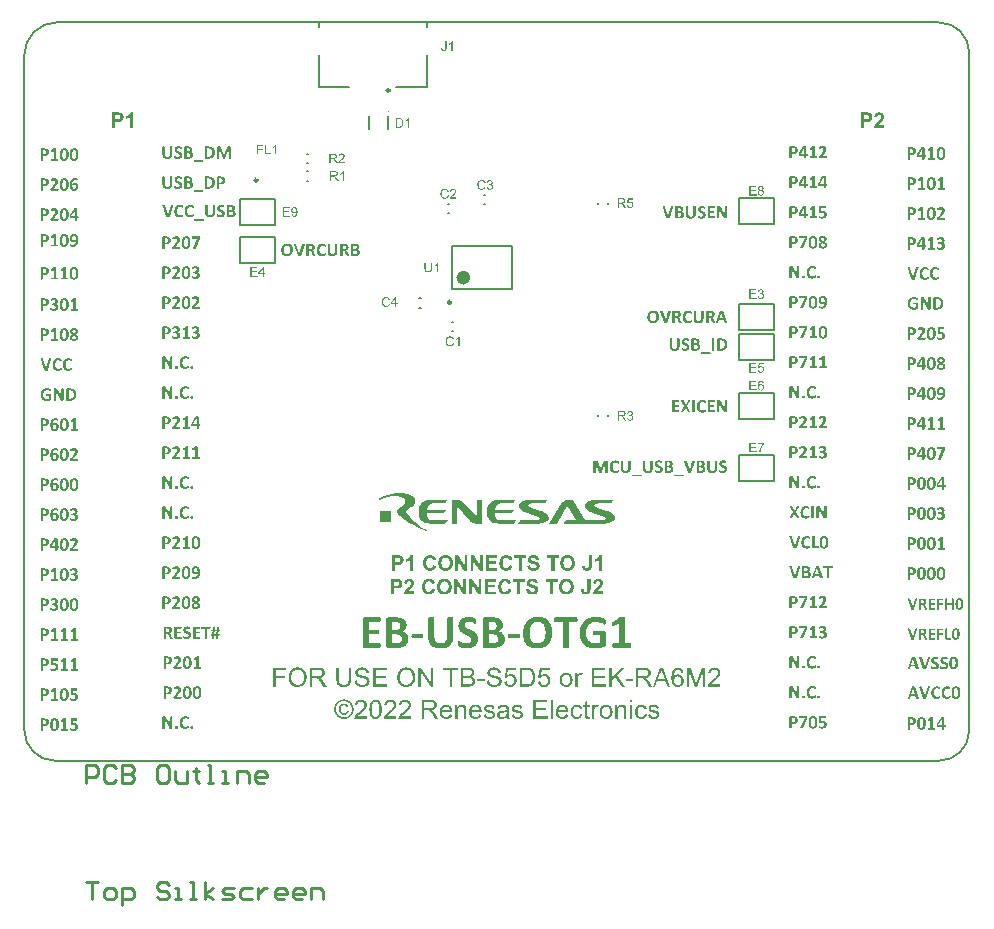
<source format=gto>
G04*
G04 #@! TF.GenerationSoftware,Altium Limited,Altium Designer,25.8.1 (18)*
G04*
G04 Layer_Color=65535*
%FSLAX24Y24*%
%MOIN*%
G70*
G04*
G04 #@! TF.SameCoordinates,09999318-E88C-4F9F-A6D3-71EC491E3F06*
G04*
G04*
G04 #@! TF.FilePolarity,Positive*
G04*
G01*
G75*
%ADD10C,0.0098*%
%ADD11C,0.0236*%
%ADD12C,0.0039*%
%ADD13C,0.0059*%
%ADD14C,0.0071*%
%ADD15C,0.0079*%
%ADD16C,0.0100*%
%ADD17C,0.0050*%
G36*
X1665Y17553D02*
X1671Y17552D01*
X1679Y17552D01*
X1687Y17551D01*
X1696Y17548D01*
X1704Y17546D01*
X1705Y17546D01*
X1708Y17545D01*
X1712Y17543D01*
X1717Y17541D01*
X1723Y17539D01*
X1729Y17535D01*
X1735Y17531D01*
X1741Y17527D01*
X1741Y17527D01*
X1743Y17525D01*
X1746Y17522D01*
X1749Y17519D01*
X1754Y17515D01*
X1758Y17510D01*
X1762Y17504D01*
X1766Y17498D01*
X1767Y17497D01*
X1768Y17494D01*
X1770Y17491D01*
X1772Y17486D01*
X1774Y17481D01*
X1777Y17474D01*
X1780Y17466D01*
X1782Y17459D01*
X1783Y17458D01*
X1783Y17455D01*
X1784Y17451D01*
X1785Y17445D01*
X1787Y17438D01*
X1788Y17430D01*
X1789Y17422D01*
X1790Y17412D01*
Y17411D01*
X1791Y17408D01*
X1791Y17403D01*
X1792Y17397D01*
Y17389D01*
X1792Y17380D01*
X1793Y17370D01*
Y17361D01*
Y17359D01*
Y17356D01*
Y17351D01*
X1792Y17345D01*
Y17337D01*
X1792Y17328D01*
X1791Y17319D01*
X1790Y17309D01*
Y17309D01*
Y17308D01*
X1790Y17305D01*
X1789Y17299D01*
X1788Y17293D01*
X1786Y17285D01*
X1785Y17276D01*
X1783Y17267D01*
X1780Y17257D01*
Y17257D01*
X1780Y17256D01*
X1779Y17253D01*
X1778Y17248D01*
X1776Y17242D01*
X1773Y17234D01*
X1769Y17226D01*
X1765Y17217D01*
X1761Y17209D01*
X1760Y17208D01*
X1759Y17205D01*
X1756Y17201D01*
X1753Y17195D01*
X1748Y17189D01*
X1742Y17182D01*
X1736Y17175D01*
X1729Y17168D01*
X1728Y17168D01*
X1726Y17166D01*
X1721Y17162D01*
X1716Y17159D01*
X1709Y17154D01*
X1701Y17150D01*
X1691Y17145D01*
X1681Y17142D01*
X1681D01*
X1680Y17141D01*
X1678Y17141D01*
X1676Y17140D01*
X1673Y17139D01*
X1670Y17138D01*
X1662Y17137D01*
X1653Y17135D01*
X1641Y17133D01*
X1629Y17132D01*
X1614Y17132D01*
X1610D01*
X1606Y17132D01*
X1602D01*
X1598Y17133D01*
X1588Y17134D01*
X1587D01*
X1586Y17134D01*
X1583D01*
X1579Y17135D01*
X1572Y17137D01*
X1563Y17138D01*
X1563D01*
X1561Y17139D01*
X1559Y17139D01*
X1557Y17140D01*
X1551Y17142D01*
X1545Y17144D01*
X1544D01*
X1543Y17144D01*
X1540Y17146D01*
X1536Y17148D01*
X1533Y17150D01*
X1533Y17151D01*
X1531Y17153D01*
X1530Y17156D01*
X1528Y17160D01*
Y17160D01*
Y17161D01*
X1528Y17162D01*
Y17165D01*
X1527Y17170D01*
Y17178D01*
Y17178D01*
Y17179D01*
Y17181D01*
Y17184D01*
Y17189D01*
Y17194D01*
Y17195D01*
Y17195D01*
X1528Y17198D01*
X1528Y17201D01*
X1529Y17204D01*
X1529Y17204D01*
X1530Y17206D01*
X1531Y17208D01*
X1533Y17209D01*
X1533D01*
X1534Y17209D01*
X1537Y17210D01*
X1540D01*
X1543Y17209D01*
X1548Y17208D01*
X1548D01*
X1549Y17207D01*
X1551D01*
X1553Y17206D01*
X1558Y17205D01*
X1565Y17203D01*
X1565D01*
X1566Y17202D01*
X1569Y17202D01*
X1571Y17201D01*
X1575Y17201D01*
X1579Y17199D01*
X1588Y17198D01*
X1588D01*
X1590Y17197D01*
X1593D01*
X1596Y17197D01*
X1600Y17196D01*
X1605D01*
X1616Y17196D01*
X1620D01*
X1625Y17196D01*
X1631Y17197D01*
X1638Y17198D01*
X1646Y17199D01*
X1653Y17202D01*
X1660Y17205D01*
X1661Y17205D01*
X1664Y17207D01*
X1667Y17209D01*
X1671Y17211D01*
X1676Y17215D01*
X1681Y17220D01*
X1685Y17225D01*
X1690Y17230D01*
X1690Y17231D01*
X1691Y17233D01*
X1694Y17237D01*
X1696Y17241D01*
X1699Y17246D01*
X1702Y17252D01*
X1705Y17260D01*
X1707Y17267D01*
Y17268D01*
X1708Y17271D01*
X1708Y17275D01*
X1709Y17281D01*
X1711Y17287D01*
X1712Y17295D01*
X1712Y17303D01*
X1713Y17312D01*
X1712Y17311D01*
X1710Y17310D01*
X1707Y17309D01*
X1703Y17306D01*
X1697Y17304D01*
X1691Y17302D01*
X1685Y17299D01*
X1677Y17296D01*
X1676D01*
X1674Y17295D01*
X1670Y17294D01*
X1664Y17293D01*
X1657Y17292D01*
X1649Y17291D01*
X1640Y17290D01*
X1631Y17290D01*
X1625D01*
X1619Y17290D01*
X1612Y17291D01*
X1603Y17292D01*
X1594Y17293D01*
X1584Y17295D01*
X1575Y17298D01*
X1574Y17298D01*
X1571Y17299D01*
X1567Y17302D01*
X1562Y17304D01*
X1557Y17308D01*
X1550Y17312D01*
X1544Y17317D01*
X1539Y17322D01*
X1538Y17323D01*
X1536Y17325D01*
X1534Y17328D01*
X1531Y17333D01*
X1527Y17339D01*
X1524Y17345D01*
X1521Y17353D01*
X1518Y17361D01*
Y17362D01*
X1517Y17365D01*
X1516Y17370D01*
X1515Y17376D01*
X1514Y17384D01*
X1513Y17393D01*
X1512Y17403D01*
X1512Y17413D01*
Y17414D01*
Y17415D01*
Y17416D01*
Y17418D01*
X1512Y17424D01*
X1513Y17432D01*
X1514Y17440D01*
X1516Y17450D01*
X1518Y17459D01*
X1521Y17469D01*
Y17470D01*
X1521Y17470D01*
X1522Y17474D01*
X1524Y17478D01*
X1528Y17484D01*
X1531Y17491D01*
X1536Y17499D01*
X1541Y17506D01*
X1548Y17513D01*
X1549Y17515D01*
X1551Y17517D01*
X1555Y17520D01*
X1560Y17524D01*
X1567Y17529D01*
X1575Y17534D01*
X1583Y17539D01*
X1593Y17543D01*
X1593D01*
X1594Y17543D01*
X1595Y17544D01*
X1598Y17545D01*
X1603Y17546D01*
X1611Y17548D01*
X1619Y17550D01*
X1630Y17552D01*
X1642Y17553D01*
X1654Y17553D01*
X1659D01*
X1665Y17553D01*
D02*
G37*
G36*
X1038Y17548D02*
X1039D01*
X1042Y17548D01*
X1046Y17547D01*
X1049Y17547D01*
X1050D01*
X1052Y17546D01*
X1053Y17545D01*
X1054Y17543D01*
X1055Y17543D01*
X1055Y17542D01*
X1056Y17541D01*
Y17539D01*
Y17203D01*
X1124D01*
X1126Y17202D01*
X1127Y17201D01*
X1128Y17200D01*
X1129Y17199D01*
X1130Y17198D01*
X1131Y17195D01*
X1132Y17195D01*
X1132Y17192D01*
X1133Y17189D01*
X1134Y17185D01*
Y17184D01*
X1135Y17181D01*
X1135Y17177D01*
Y17170D01*
Y17169D01*
Y17168D01*
Y17167D01*
Y17165D01*
X1135Y17160D01*
X1134Y17155D01*
Y17154D01*
X1133Y17152D01*
X1132Y17149D01*
X1131Y17145D01*
Y17145D01*
X1130Y17143D01*
X1129Y17142D01*
X1127Y17140D01*
X1127D01*
X1126Y17139D01*
X1124Y17139D01*
X896D01*
X893Y17140D01*
X892Y17141D01*
X892Y17141D01*
X890Y17143D01*
X889Y17145D01*
Y17146D01*
X888Y17148D01*
X887Y17151D01*
X886Y17155D01*
Y17156D01*
Y17156D01*
Y17160D01*
X886Y17164D01*
Y17170D01*
Y17171D01*
Y17172D01*
Y17173D01*
Y17175D01*
Y17180D01*
X886Y17185D01*
Y17186D01*
Y17186D01*
X887Y17189D01*
X887Y17192D01*
X888Y17195D01*
X889Y17196D01*
X890Y17197D01*
X891Y17199D01*
X893Y17201D01*
X893Y17201D01*
X894Y17202D01*
X896Y17202D01*
X898Y17203D01*
X973D01*
Y17468D01*
X908Y17432D01*
X907D01*
X907Y17431D01*
X904Y17429D01*
X900Y17428D01*
X896Y17427D01*
X893D01*
X891Y17427D01*
X889Y17429D01*
X888Y17429D01*
X887Y17431D01*
X886Y17434D01*
X885Y17438D01*
Y17439D01*
Y17439D01*
Y17441D01*
Y17443D01*
X884Y17446D01*
Y17448D01*
Y17457D01*
Y17457D01*
Y17458D01*
Y17461D01*
Y17465D01*
Y17469D01*
Y17470D01*
X885Y17472D01*
X886Y17475D01*
X886Y17477D01*
Y17478D01*
X887Y17480D01*
X888Y17482D01*
X889Y17483D01*
X890Y17484D01*
X891Y17485D01*
X893Y17486D01*
X895Y17488D01*
X983Y17545D01*
X983D01*
X984Y17545D01*
X987Y17546D01*
X987D01*
X988Y17547D01*
X990Y17547D01*
X993Y17548D01*
X994D01*
X996Y17548D01*
X1004D01*
X1007Y17549D01*
X1032D01*
X1038Y17548D01*
D02*
G37*
G36*
X676Y17546D02*
X681D01*
X691Y17545D01*
X693D01*
X696Y17544D01*
X699Y17543D01*
X704Y17543D01*
X709Y17542D01*
X715Y17541D01*
X722Y17540D01*
X723D01*
X725Y17539D01*
X728Y17538D01*
X733Y17537D01*
X739Y17535D01*
X745Y17533D01*
X751Y17530D01*
X758Y17527D01*
X759Y17526D01*
X762Y17525D01*
X765Y17523D01*
X770Y17520D01*
X775Y17516D01*
X780Y17512D01*
X786Y17507D01*
X791Y17502D01*
X791Y17501D01*
X793Y17499D01*
X795Y17496D01*
X798Y17492D01*
X801Y17487D01*
X805Y17481D01*
X808Y17474D01*
X811Y17467D01*
X811Y17466D01*
X812Y17464D01*
X813Y17459D01*
X815Y17454D01*
X816Y17447D01*
X817Y17440D01*
X817Y17432D01*
X818Y17422D01*
Y17422D01*
Y17421D01*
Y17419D01*
Y17416D01*
X817Y17414D01*
Y17410D01*
X817Y17401D01*
X815Y17392D01*
X813Y17382D01*
X811Y17371D01*
X807Y17361D01*
Y17361D01*
X806Y17360D01*
X805Y17357D01*
X803Y17352D01*
X799Y17346D01*
X794Y17339D01*
X789Y17332D01*
X783Y17324D01*
X776Y17317D01*
X775Y17316D01*
X772Y17314D01*
X768Y17311D01*
X762Y17306D01*
X754Y17302D01*
X746Y17298D01*
X736Y17293D01*
X726Y17290D01*
X725D01*
X724Y17289D01*
X723Y17288D01*
X720Y17288D01*
X717Y17287D01*
X714Y17287D01*
X706Y17285D01*
X696Y17283D01*
X684Y17282D01*
X670Y17281D01*
X656Y17280D01*
X622D01*
Y17150D01*
Y17150D01*
Y17148D01*
X621Y17147D01*
X620Y17144D01*
X620Y17144D01*
X619Y17143D01*
X616Y17142D01*
X613Y17141D01*
X613D01*
X610Y17139D01*
X606Y17139D01*
X601Y17138D01*
X599D01*
X597Y17138D01*
X592D01*
X589Y17137D01*
X573D01*
X567Y17138D01*
X560Y17138D01*
X559D01*
X556Y17139D01*
X551Y17139D01*
X548Y17141D01*
X547Y17141D01*
X545Y17142D01*
X543Y17143D01*
X541Y17144D01*
Y17145D01*
X540Y17146D01*
X540Y17148D01*
X539Y17150D01*
Y17516D01*
Y17517D01*
Y17518D01*
X540Y17521D01*
X540Y17524D01*
X543Y17532D01*
X544Y17535D01*
X547Y17539D01*
X548Y17539D01*
X549Y17540D01*
X550Y17541D01*
X552Y17542D01*
X555Y17544D01*
X559Y17545D01*
X563Y17546D01*
X567Y17546D01*
X672D01*
X676Y17546D01*
D02*
G37*
G36*
X1342Y17553D02*
X1346D01*
X1356Y17552D01*
X1367Y17549D01*
X1379Y17547D01*
X1390Y17543D01*
X1401Y17539D01*
X1401D01*
X1402Y17538D01*
X1405Y17536D01*
X1411Y17533D01*
X1417Y17528D01*
X1424Y17522D01*
X1431Y17515D01*
X1438Y17507D01*
X1445Y17498D01*
Y17497D01*
X1445Y17496D01*
X1446Y17495D01*
X1447Y17493D01*
X1450Y17487D01*
X1453Y17480D01*
X1457Y17470D01*
X1461Y17458D01*
X1464Y17446D01*
X1467Y17432D01*
Y17431D01*
X1468Y17430D01*
Y17428D01*
X1468Y17425D01*
X1469Y17421D01*
X1469Y17417D01*
X1470Y17412D01*
X1470Y17406D01*
X1471Y17400D01*
X1471Y17393D01*
X1472Y17378D01*
X1474Y17362D01*
Y17344D01*
Y17343D01*
Y17341D01*
Y17339D01*
Y17335D01*
Y17331D01*
X1473Y17326D01*
Y17321D01*
X1472Y17315D01*
X1471Y17301D01*
X1470Y17286D01*
X1468Y17271D01*
X1465Y17256D01*
Y17255D01*
X1465Y17254D01*
Y17252D01*
X1464Y17249D01*
X1463Y17246D01*
X1462Y17242D01*
X1459Y17233D01*
X1456Y17222D01*
X1451Y17211D01*
X1446Y17199D01*
X1440Y17189D01*
Y17188D01*
X1439Y17187D01*
X1436Y17184D01*
X1433Y17179D01*
X1427Y17173D01*
X1421Y17166D01*
X1413Y17159D01*
X1404Y17153D01*
X1393Y17147D01*
X1393D01*
X1392Y17146D01*
X1391Y17145D01*
X1388Y17144D01*
X1386Y17143D01*
X1382Y17142D01*
X1374Y17139D01*
X1364Y17137D01*
X1352Y17134D01*
X1339Y17132D01*
X1324Y17132D01*
X1317D01*
X1314Y17132D01*
X1309D01*
X1299Y17133D01*
X1288Y17135D01*
X1277Y17138D01*
X1266Y17141D01*
X1255Y17146D01*
X1254D01*
X1254Y17147D01*
X1250Y17149D01*
X1245Y17152D01*
X1239Y17156D01*
X1232Y17162D01*
X1225Y17169D01*
X1217Y17178D01*
X1211Y17187D01*
Y17187D01*
X1210Y17188D01*
X1209Y17190D01*
X1208Y17192D01*
X1205Y17197D01*
X1202Y17205D01*
X1198Y17215D01*
X1195Y17226D01*
X1191Y17238D01*
X1189Y17252D01*
Y17253D01*
Y17254D01*
X1188Y17256D01*
X1187Y17260D01*
X1187Y17263D01*
Y17268D01*
X1186Y17273D01*
X1186Y17278D01*
X1185Y17285D01*
X1185Y17291D01*
X1184Y17306D01*
X1183Y17323D01*
X1183Y17341D01*
Y17341D01*
Y17343D01*
Y17346D01*
Y17349D01*
Y17353D01*
X1183Y17358D01*
Y17364D01*
X1184Y17370D01*
X1184Y17383D01*
X1186Y17398D01*
X1187Y17413D01*
X1190Y17428D01*
Y17429D01*
X1191Y17430D01*
X1191Y17432D01*
X1192Y17435D01*
X1192Y17438D01*
X1193Y17442D01*
X1197Y17452D01*
X1200Y17462D01*
X1204Y17474D01*
X1210Y17484D01*
X1216Y17495D01*
Y17496D01*
X1217Y17496D01*
X1219Y17500D01*
X1223Y17505D01*
X1228Y17511D01*
X1235Y17518D01*
X1243Y17525D01*
X1252Y17532D01*
X1262Y17538D01*
X1263D01*
X1263Y17539D01*
X1265Y17540D01*
X1267Y17540D01*
X1270Y17542D01*
X1273Y17543D01*
X1281Y17546D01*
X1292Y17548D01*
X1304Y17551D01*
X1317Y17553D01*
X1332Y17553D01*
X1339D01*
X1342Y17553D01*
D02*
G37*
G36*
X1364Y16449D02*
X1365D01*
X1369Y16449D01*
X1373Y16448D01*
X1376Y16448D01*
X1376D01*
X1378Y16447D01*
X1380Y16446D01*
X1381Y16444D01*
X1381Y16444D01*
X1382Y16443D01*
X1382Y16442D01*
Y16440D01*
Y16104D01*
X1451D01*
X1452Y16103D01*
X1454Y16102D01*
X1454Y16101D01*
X1455Y16100D01*
X1457Y16099D01*
X1458Y16096D01*
X1458Y16096D01*
X1459Y16093D01*
X1460Y16090D01*
X1460Y16086D01*
Y16085D01*
X1461Y16082D01*
X1462Y16078D01*
Y16071D01*
Y16070D01*
Y16069D01*
Y16068D01*
Y16066D01*
X1461Y16061D01*
X1460Y16056D01*
Y16055D01*
X1460Y16053D01*
X1459Y16050D01*
X1458Y16046D01*
Y16046D01*
X1457Y16044D01*
X1456Y16043D01*
X1454Y16041D01*
X1453D01*
X1452Y16040D01*
X1451Y16040D01*
X1222D01*
X1219Y16041D01*
X1219Y16042D01*
X1218Y16042D01*
X1216Y16044D01*
X1215Y16046D01*
Y16047D01*
X1214Y16049D01*
X1214Y16052D01*
X1213Y16056D01*
Y16057D01*
Y16057D01*
Y16061D01*
X1212Y16065D01*
Y16071D01*
Y16072D01*
Y16073D01*
Y16074D01*
Y16076D01*
Y16081D01*
X1213Y16086D01*
Y16087D01*
Y16087D01*
X1213Y16090D01*
X1214Y16093D01*
X1215Y16096D01*
X1215Y16097D01*
X1216Y16098D01*
X1217Y16100D01*
X1219Y16102D01*
X1220Y16102D01*
X1221Y16103D01*
X1222Y16103D01*
X1224Y16104D01*
X1300D01*
Y16369D01*
X1234Y16333D01*
X1234D01*
X1233Y16332D01*
X1230Y16330D01*
X1226Y16329D01*
X1222Y16328D01*
X1220D01*
X1217Y16328D01*
X1215Y16330D01*
X1215Y16330D01*
X1214Y16332D01*
X1213Y16335D01*
X1212Y16339D01*
Y16340D01*
Y16340D01*
Y16342D01*
Y16344D01*
X1211Y16347D01*
Y16349D01*
Y16358D01*
Y16358D01*
Y16359D01*
Y16362D01*
Y16366D01*
Y16370D01*
Y16371D01*
X1212Y16373D01*
X1212Y16376D01*
X1213Y16378D01*
Y16379D01*
X1214Y16381D01*
X1214Y16383D01*
X1216Y16384D01*
X1216Y16385D01*
X1217Y16386D01*
X1219Y16387D01*
X1222Y16389D01*
X1309Y16446D01*
X1310D01*
X1310Y16446D01*
X1313Y16447D01*
X1314D01*
X1315Y16448D01*
X1317Y16448D01*
X1320Y16449D01*
X1320D01*
X1322Y16449D01*
X1331D01*
X1334Y16450D01*
X1358D01*
X1364Y16449D01*
D02*
G37*
G36*
X1038D02*
X1039D01*
X1042Y16449D01*
X1046Y16448D01*
X1049Y16448D01*
X1050D01*
X1052Y16447D01*
X1053Y16446D01*
X1054Y16444D01*
X1055Y16444D01*
X1055Y16443D01*
X1056Y16442D01*
Y16440D01*
Y16104D01*
X1124D01*
X1126Y16103D01*
X1127Y16102D01*
X1128Y16101D01*
X1129Y16100D01*
X1130Y16099D01*
X1131Y16096D01*
X1132Y16096D01*
X1132Y16093D01*
X1133Y16090D01*
X1134Y16086D01*
Y16085D01*
X1135Y16082D01*
X1135Y16078D01*
Y16071D01*
Y16070D01*
Y16069D01*
Y16068D01*
Y16066D01*
X1135Y16061D01*
X1134Y16056D01*
Y16055D01*
X1133Y16053D01*
X1132Y16050D01*
X1131Y16046D01*
Y16046D01*
X1130Y16044D01*
X1129Y16043D01*
X1127Y16041D01*
X1127D01*
X1126Y16040D01*
X1124Y16040D01*
X896D01*
X893Y16041D01*
X892Y16042D01*
X892Y16042D01*
X890Y16044D01*
X889Y16046D01*
Y16047D01*
X888Y16049D01*
X887Y16052D01*
X886Y16056D01*
Y16057D01*
Y16057D01*
Y16061D01*
X886Y16065D01*
Y16071D01*
Y16072D01*
Y16073D01*
Y16074D01*
Y16076D01*
Y16081D01*
X886Y16086D01*
Y16087D01*
Y16087D01*
X887Y16090D01*
X887Y16093D01*
X888Y16096D01*
X889Y16097D01*
X890Y16098D01*
X891Y16100D01*
X893Y16102D01*
X893Y16102D01*
X894Y16103D01*
X896Y16103D01*
X898Y16104D01*
X973D01*
Y16369D01*
X908Y16333D01*
X907D01*
X907Y16332D01*
X904Y16330D01*
X900Y16329D01*
X896Y16328D01*
X893D01*
X891Y16328D01*
X889Y16330D01*
X888Y16330D01*
X887Y16332D01*
X886Y16335D01*
X885Y16339D01*
Y16340D01*
Y16340D01*
Y16342D01*
Y16344D01*
X884Y16347D01*
Y16349D01*
Y16358D01*
Y16358D01*
Y16359D01*
Y16362D01*
Y16366D01*
Y16370D01*
Y16371D01*
X885Y16373D01*
X886Y16376D01*
X886Y16378D01*
Y16379D01*
X887Y16381D01*
X888Y16383D01*
X889Y16384D01*
X890Y16385D01*
X891Y16386D01*
X893Y16387D01*
X895Y16389D01*
X983Y16446D01*
X983D01*
X984Y16446D01*
X987Y16447D01*
X987D01*
X988Y16448D01*
X990Y16448D01*
X993Y16449D01*
X994D01*
X996Y16449D01*
X1004D01*
X1007Y16450D01*
X1032D01*
X1038Y16449D01*
D02*
G37*
G36*
X676Y16447D02*
X681D01*
X691Y16446D01*
X693D01*
X696Y16445D01*
X699Y16444D01*
X704Y16444D01*
X709Y16443D01*
X715Y16442D01*
X722Y16441D01*
X723D01*
X725Y16440D01*
X728Y16439D01*
X733Y16438D01*
X739Y16436D01*
X745Y16434D01*
X751Y16431D01*
X758Y16428D01*
X759Y16427D01*
X762Y16426D01*
X765Y16424D01*
X770Y16421D01*
X775Y16417D01*
X780Y16413D01*
X786Y16408D01*
X791Y16403D01*
X791Y16402D01*
X793Y16400D01*
X795Y16398D01*
X798Y16393D01*
X801Y16388D01*
X805Y16382D01*
X808Y16375D01*
X811Y16368D01*
X811Y16367D01*
X812Y16365D01*
X813Y16360D01*
X815Y16355D01*
X816Y16348D01*
X817Y16341D01*
X817Y16333D01*
X818Y16323D01*
Y16323D01*
Y16322D01*
Y16320D01*
Y16317D01*
X817Y16315D01*
Y16311D01*
X817Y16303D01*
X815Y16293D01*
X813Y16283D01*
X811Y16272D01*
X807Y16262D01*
Y16262D01*
X806Y16261D01*
X805Y16258D01*
X803Y16253D01*
X799Y16247D01*
X794Y16240D01*
X789Y16233D01*
X783Y16225D01*
X776Y16218D01*
X775Y16217D01*
X772Y16215D01*
X768Y16212D01*
X762Y16207D01*
X754Y16203D01*
X746Y16199D01*
X736Y16194D01*
X726Y16191D01*
X725D01*
X724Y16190D01*
X723Y16189D01*
X720Y16189D01*
X717Y16188D01*
X714Y16188D01*
X706Y16186D01*
X696Y16184D01*
X684Y16183D01*
X670Y16182D01*
X656Y16181D01*
X622D01*
Y16051D01*
Y16051D01*
Y16049D01*
X621Y16048D01*
X620Y16045D01*
X620Y16045D01*
X619Y16044D01*
X616Y16043D01*
X613Y16042D01*
X613D01*
X610Y16040D01*
X606Y16040D01*
X601Y16039D01*
X599D01*
X597Y16039D01*
X592D01*
X589Y16038D01*
X573D01*
X567Y16039D01*
X560Y16039D01*
X559D01*
X556Y16040D01*
X551Y16040D01*
X548Y16042D01*
X547Y16042D01*
X545Y16043D01*
X543Y16044D01*
X541Y16045D01*
Y16046D01*
X540Y16047D01*
X540Y16049D01*
X539Y16051D01*
Y16417D01*
Y16418D01*
Y16419D01*
X540Y16422D01*
X540Y16425D01*
X543Y16433D01*
X544Y16436D01*
X547Y16440D01*
X548Y16440D01*
X549Y16441D01*
X550Y16442D01*
X552Y16443D01*
X555Y16445D01*
X559Y16446D01*
X563Y16447D01*
X567Y16447D01*
X672D01*
X676Y16447D01*
D02*
G37*
G36*
X1669Y16454D02*
X1673D01*
X1683Y16453D01*
X1694Y16450D01*
X1705Y16448D01*
X1717Y16444D01*
X1727Y16440D01*
X1728D01*
X1729Y16439D01*
X1732Y16437D01*
X1737Y16434D01*
X1743Y16429D01*
X1750Y16423D01*
X1758Y16416D01*
X1765Y16408D01*
X1771Y16399D01*
Y16398D01*
X1772Y16398D01*
X1773Y16396D01*
X1774Y16394D01*
X1777Y16388D01*
X1780Y16381D01*
X1784Y16371D01*
X1788Y16359D01*
X1791Y16347D01*
X1794Y16333D01*
Y16332D01*
X1794Y16331D01*
Y16329D01*
X1795Y16326D01*
X1795Y16322D01*
X1796Y16318D01*
X1796Y16313D01*
X1797Y16307D01*
X1797Y16301D01*
X1798Y16294D01*
X1799Y16279D01*
X1800Y16263D01*
Y16245D01*
Y16244D01*
Y16242D01*
Y16240D01*
Y16236D01*
Y16232D01*
X1800Y16227D01*
Y16222D01*
X1799Y16216D01*
X1798Y16202D01*
X1797Y16187D01*
X1795Y16172D01*
X1792Y16157D01*
Y16156D01*
X1791Y16155D01*
Y16153D01*
X1790Y16150D01*
X1790Y16147D01*
X1789Y16143D01*
X1786Y16134D01*
X1782Y16123D01*
X1778Y16112D01*
X1773Y16100D01*
X1766Y16090D01*
Y16089D01*
X1766Y16088D01*
X1763Y16085D01*
X1759Y16080D01*
X1754Y16074D01*
X1747Y16067D01*
X1739Y16060D01*
X1730Y16054D01*
X1720Y16048D01*
X1719D01*
X1719Y16047D01*
X1717Y16046D01*
X1715Y16045D01*
X1712Y16044D01*
X1709Y16043D01*
X1701Y16040D01*
X1690Y16038D01*
X1679Y16035D01*
X1665Y16033D01*
X1650Y16033D01*
X1643D01*
X1640Y16033D01*
X1636D01*
X1626Y16034D01*
X1615Y16036D01*
X1604Y16039D01*
X1592Y16042D01*
X1581Y16047D01*
X1581D01*
X1580Y16048D01*
X1577Y16050D01*
X1572Y16053D01*
X1565Y16057D01*
X1559Y16063D01*
X1551Y16070D01*
X1544Y16079D01*
X1537Y16088D01*
Y16088D01*
X1537Y16089D01*
X1536Y16091D01*
X1535Y16093D01*
X1532Y16098D01*
X1529Y16106D01*
X1525Y16116D01*
X1522Y16127D01*
X1518Y16139D01*
X1515Y16153D01*
Y16154D01*
Y16155D01*
X1515Y16157D01*
X1514Y16161D01*
X1513Y16164D01*
Y16169D01*
X1513Y16174D01*
X1512Y16179D01*
X1512Y16186D01*
X1511Y16192D01*
X1510Y16207D01*
X1510Y16224D01*
X1509Y16242D01*
Y16242D01*
Y16244D01*
Y16247D01*
Y16250D01*
Y16254D01*
X1510Y16259D01*
Y16265D01*
X1510Y16271D01*
X1511Y16284D01*
X1512Y16299D01*
X1514Y16314D01*
X1517Y16329D01*
Y16330D01*
X1517Y16331D01*
X1518Y16333D01*
X1518Y16336D01*
X1519Y16339D01*
X1520Y16343D01*
X1523Y16353D01*
X1527Y16363D01*
X1531Y16375D01*
X1536Y16386D01*
X1542Y16396D01*
Y16397D01*
X1543Y16398D01*
X1546Y16401D01*
X1549Y16406D01*
X1555Y16412D01*
X1561Y16419D01*
X1570Y16426D01*
X1578Y16433D01*
X1589Y16439D01*
X1589D01*
X1590Y16440D01*
X1592Y16441D01*
X1594Y16441D01*
X1596Y16443D01*
X1600Y16444D01*
X1608Y16447D01*
X1618Y16449D01*
X1630Y16452D01*
X1643Y16454D01*
X1658Y16454D01*
X1665D01*
X1669Y16454D01*
D02*
G37*
G36*
X15240Y7903D02*
X15043D01*
X15015Y7909D01*
X14983Y7914D01*
X14944Y7925D01*
X14911Y7941D01*
X14873Y7963D01*
X14846Y7991D01*
X14425Y8488D01*
X14419Y8494D01*
X14408D01*
Y7903D01*
X14250D01*
Y8690D01*
X14403D01*
X14425Y8685D01*
X14458Y8680D01*
X14501Y8674D01*
X14589Y8641D01*
X14627Y8614D01*
X14660Y8587D01*
X15070Y8105D01*
X15075Y8100D01*
X15086D01*
Y8690D01*
X15240D01*
Y7903D01*
D02*
G37*
G36*
X19587Y8603D02*
X19559Y8587D01*
X19548Y8581D01*
X19105D01*
X19073Y8570D01*
X19045Y8559D01*
X19023Y8548D01*
X19012Y8537D01*
X19001Y8526D01*
X18996Y8521D01*
Y8516D01*
X19007Y8499D01*
X19023Y8483D01*
X19067Y8455D01*
X19094Y8444D01*
X19111Y8433D01*
X19127Y8423D01*
X19133D01*
X19401Y8335D01*
X19412D01*
X19423Y8330D01*
X19466Y8313D01*
X19510Y8297D01*
X19576Y8259D01*
X19619Y8220D01*
X19652Y8182D01*
X19674Y8149D01*
X19680Y8122D01*
X19685Y8105D01*
Y8100D01*
X19680Y8067D01*
X19669Y8034D01*
X19647Y8012D01*
X19625Y7991D01*
X19565Y7952D01*
X19499Y7930D01*
X19433Y7914D01*
X19373Y7909D01*
X19351Y7903D01*
X17979D01*
X18028Y7991D01*
X18039Y8002D01*
X18056Y8007D01*
X18072Y8012D01*
X18373D01*
X18099Y8510D01*
X18094D01*
X18088Y8505D01*
X18083Y8499D01*
X18077Y8494D01*
X17744Y7903D01*
X17470D01*
X17870Y8565D01*
X17902Y8603D01*
X17941Y8636D01*
X17979Y8658D01*
X18017Y8674D01*
X18056Y8685D01*
X18088Y8690D01*
X18274D01*
X18684Y8012D01*
X19220D01*
X19264Y8018D01*
X19302Y8023D01*
X19330Y8034D01*
X19346Y8045D01*
X19362Y8056D01*
X19368Y8067D01*
X19373Y8078D01*
X19368Y8089D01*
X19351Y8105D01*
X19324Y8122D01*
X19302Y8133D01*
X19275Y8149D01*
X19253Y8160D01*
X19237Y8171D01*
X19231D01*
X18963Y8259D01*
X18952Y8264D01*
X18941D01*
X18898Y8280D01*
X18859Y8297D01*
X18794Y8335D01*
X18750Y8373D01*
X18717Y8412D01*
X18701Y8444D01*
X18690Y8472D01*
X18684Y8488D01*
Y8494D01*
X18690Y8526D01*
X18701Y8559D01*
X18717Y8581D01*
X18744Y8603D01*
X18799Y8641D01*
X18865Y8663D01*
X18930Y8680D01*
X18991Y8685D01*
X19012Y8690D01*
X19636D01*
X19587Y8603D01*
D02*
G37*
G36*
X12232Y7941D02*
X11866D01*
Y8313D01*
X12232D01*
Y7941D01*
D02*
G37*
G36*
X17383Y8603D02*
X17367Y8592D01*
X17350Y8587D01*
X17339Y8581D01*
X16907D01*
X16869Y8570D01*
X16842Y8559D01*
X16820Y8548D01*
X16809Y8537D01*
X16798Y8526D01*
X16792Y8521D01*
Y8516D01*
X16798Y8499D01*
X16814Y8483D01*
X16836Y8472D01*
X16863Y8455D01*
X16891Y8444D01*
X16913Y8433D01*
X16929Y8423D01*
X16935D01*
X17192Y8335D01*
X17208D01*
X17219Y8330D01*
X17263Y8313D01*
X17306Y8297D01*
X17367Y8259D01*
X17416Y8220D01*
X17443Y8182D01*
X17465Y8149D01*
X17470Y8122D01*
X17476Y8105D01*
Y8100D01*
X17470Y8067D01*
X17460Y8034D01*
X17443Y8012D01*
X17416Y7991D01*
X17361Y7952D01*
X17295Y7930D01*
X17230Y7914D01*
X17170Y7909D01*
X17148Y7903D01*
X16464D01*
X16508Y7991D01*
X16519Y8002D01*
X16530Y8007D01*
X16541Y8012D01*
X17011D01*
X17060Y8018D01*
X17099Y8023D01*
X17126Y8034D01*
X17142Y8045D01*
X17159Y8056D01*
X17164Y8067D01*
X17170Y8078D01*
X17164Y8094D01*
X17148Y8111D01*
X17126Y8122D01*
X17099Y8138D01*
X17071Y8149D01*
X17049Y8160D01*
X17033Y8171D01*
X17028D01*
X16771Y8259D01*
X16754Y8264D01*
X16743D01*
X16694Y8280D01*
X16656Y8297D01*
X16617Y8319D01*
X16590Y8335D01*
X16541Y8373D01*
X16508Y8412D01*
X16492Y8444D01*
X16481Y8472D01*
X16475Y8488D01*
Y8494D01*
X16481Y8526D01*
X16497Y8559D01*
X16514Y8581D01*
X16541Y8603D01*
X16596Y8641D01*
X16667Y8663D01*
X16732Y8680D01*
X16792Y8685D01*
X16814Y8690D01*
X17432D01*
X17383Y8603D01*
D02*
G37*
G36*
X16322D02*
X16295Y8587D01*
X16284Y8581D01*
X15879D01*
X15830Y8570D01*
X15792Y8548D01*
X15759Y8526D01*
X15737Y8499D01*
X15721Y8472D01*
X15710Y8450D01*
X15699Y8433D01*
Y8428D01*
Y8368D01*
X16311D01*
X16267Y8280D01*
X16240Y8264D01*
X16229Y8259D01*
X15699D01*
Y8149D01*
X15710Y8105D01*
X15732Y8073D01*
X15759Y8051D01*
X15792Y8034D01*
X15825Y8023D01*
X15852Y8018D01*
X15874Y8012D01*
X16382D01*
X16339Y7925D01*
X16311Y7909D01*
X16300Y7903D01*
X15803D01*
X15737Y7909D01*
X15682Y7919D01*
X15633Y7930D01*
X15589Y7952D01*
X15551Y7974D01*
X15518Y7996D01*
X15475Y8051D01*
X15447Y8105D01*
X15431Y8149D01*
X15420Y8182D01*
Y8187D01*
Y8193D01*
Y8406D01*
X15425Y8455D01*
X15442Y8499D01*
X15458Y8537D01*
X15486Y8570D01*
X15546Y8619D01*
X15617Y8652D01*
X15682Y8674D01*
X15743Y8685D01*
X15770Y8690D01*
X16366D01*
X16322Y8603D01*
D02*
G37*
G36*
X14053D02*
X14037Y8592D01*
X14020Y8587D01*
X14009Y8581D01*
X13605D01*
X13555Y8570D01*
X13517Y8548D01*
X13490Y8526D01*
X13468Y8499D01*
X13451Y8472D01*
X13441Y8450D01*
X13430Y8433D01*
Y8428D01*
Y8368D01*
X14037D01*
X13987Y8280D01*
X13976Y8269D01*
X13965Y8264D01*
X13955Y8259D01*
X13430D01*
Y8149D01*
X13441Y8105D01*
X13462Y8073D01*
X13490Y8051D01*
X13523Y8034D01*
X13550Y8023D01*
X13577Y8018D01*
X13599Y8012D01*
X14108D01*
X14058Y7925D01*
X14031Y7909D01*
X14026Y7903D01*
X13523D01*
X13457Y7909D01*
X13402Y7919D01*
X13353Y7930D01*
X13309Y7952D01*
X13276Y7974D01*
X13244Y7996D01*
X13200Y8051D01*
X13167Y8105D01*
X13156Y8149D01*
X13145Y8182D01*
Y8187D01*
Y8193D01*
Y8406D01*
X13151Y8455D01*
X13162Y8499D01*
X13178Y8537D01*
X13205Y8570D01*
X13266Y8619D01*
X13337Y8658D01*
X13402Y8674D01*
X13462Y8685D01*
X13490Y8690D01*
X14102D01*
X14053Y8603D01*
D02*
G37*
G36*
X12637Y8915D02*
X12724Y8904D01*
X12735D01*
X12768Y8893D01*
X12812Y8882D01*
X12866Y8860D01*
X12921Y8833D01*
X12970Y8800D01*
X13014Y8762D01*
X13025Y8740D01*
X13036Y8712D01*
Y8701D01*
Y8680D01*
X13030Y8641D01*
X13019Y8598D01*
X12992Y8548D01*
X12970Y8521D01*
X12948Y8494D01*
X12916Y8461D01*
X12877Y8439D01*
X12834Y8412D01*
X12784Y8384D01*
X12779Y8379D01*
X12757Y8357D01*
X12741Y8341D01*
X12730Y8330D01*
Y8319D01*
X12735Y8297D01*
X12746Y8269D01*
X12763Y8231D01*
X12768Y8226D01*
X12773Y8215D01*
X12790Y8198D01*
X12806Y8176D01*
X12861Y8116D01*
X12932Y8034D01*
X13025Y7947D01*
X13140Y7854D01*
X13266Y7761D01*
X13413Y7673D01*
Y7668D01*
X13402Y7663D01*
X13397D01*
X13386Y7668D01*
X13380D01*
X13364Y7673D01*
X13337Y7684D01*
X13304Y7695D01*
X13266Y7706D01*
X13216Y7728D01*
X13162Y7750D01*
X13102Y7777D01*
X12970Y7843D01*
X12828Y7925D01*
X12680Y8029D01*
X12538Y8149D01*
X12533Y8155D01*
X12527Y8160D01*
X12500Y8193D01*
X12462Y8231D01*
X12429Y8275D01*
X12423Y8280D01*
X12418Y8297D01*
X12413Y8319D01*
X12407Y8346D01*
X12413Y8351D01*
X12418Y8362D01*
X12440Y8379D01*
X12462Y8401D01*
X12467D01*
X12473Y8406D01*
X12500Y8423D01*
X12544Y8455D01*
X12588Y8488D01*
X12631Y8532D01*
X12670Y8576D01*
X12691Y8625D01*
X12697Y8652D01*
X12691Y8674D01*
X12686Y8685D01*
X12675Y8707D01*
X12642Y8740D01*
X12620Y8756D01*
X12598Y8773D01*
X12566Y8783D01*
X12527Y8800D01*
X12478Y8811D01*
X12429Y8816D01*
X12369Y8822D01*
X12303D01*
X12227Y8811D01*
X12139Y8800D01*
X12128D01*
X12095Y8789D01*
X12052Y8778D01*
X12008Y8767D01*
X12002Y8762D01*
X11986Y8756D01*
X11959Y8745D01*
X11926Y8729D01*
X11866Y8701D01*
X11838Y8690D01*
X11822Y8685D01*
X11817D01*
X11811Y8690D01*
X11817Y8729D01*
Y8734D01*
X11822Y8740D01*
X11833Y8756D01*
X11855Y8767D01*
X11860D01*
X11871Y8778D01*
X11899Y8783D01*
X11926Y8800D01*
X11964Y8811D01*
X12008Y8827D01*
X12063Y8844D01*
X12117Y8860D01*
X12249Y8893D01*
X12396Y8915D01*
X12555Y8920D01*
X12637Y8915D01*
D02*
G37*
G36*
X20263Y1943D02*
X20186D01*
Y2031D01*
X20263D01*
Y1943D01*
D02*
G37*
G36*
X19921Y1867D02*
X19925D01*
X19935Y1866D01*
X19947Y1865D01*
X19960Y1862D01*
X19973Y1858D01*
X19986Y1853D01*
X19986D01*
X19987Y1852D01*
X19991Y1850D01*
X19997Y1847D01*
X20006Y1843D01*
X20014Y1837D01*
X20023Y1831D01*
X20031Y1823D01*
X20038Y1814D01*
X20038Y1813D01*
X20040Y1810D01*
X20043Y1805D01*
X20047Y1798D01*
X20051Y1790D01*
X20055Y1780D01*
X20059Y1769D01*
X20062Y1757D01*
Y1756D01*
X20062Y1753D01*
X20063Y1747D01*
X20064Y1740D01*
X20065Y1729D01*
Y1723D01*
X20066Y1716D01*
Y1709D01*
X20066Y1700D01*
Y1691D01*
Y1682D01*
Y1401D01*
X19989D01*
Y1679D01*
Y1680D01*
Y1681D01*
Y1684D01*
Y1686D01*
Y1690D01*
X19988Y1695D01*
X19988Y1706D01*
X19987Y1717D01*
X19985Y1729D01*
X19983Y1740D01*
X19980Y1749D01*
X19979Y1751D01*
X19978Y1753D01*
X19975Y1757D01*
X19972Y1763D01*
X19968Y1769D01*
X19962Y1775D01*
X19956Y1781D01*
X19947Y1787D01*
X19947Y1787D01*
X19943Y1789D01*
X19939Y1792D01*
X19932Y1794D01*
X19924Y1796D01*
X19915Y1799D01*
X19905Y1800D01*
X19893Y1801D01*
X19889D01*
X19885Y1800D01*
X19881D01*
X19876Y1800D01*
X19864Y1797D01*
X19851Y1794D01*
X19837Y1788D01*
X19822Y1780D01*
X19815Y1775D01*
X19808Y1770D01*
X19807Y1769D01*
X19807Y1768D01*
X19805Y1766D01*
X19803Y1764D01*
X19800Y1759D01*
X19797Y1755D01*
X19794Y1750D01*
X19790Y1743D01*
X19787Y1736D01*
X19784Y1727D01*
X19781Y1717D01*
X19778Y1706D01*
X19776Y1694D01*
X19774Y1681D01*
X19773Y1666D01*
X19773Y1650D01*
Y1401D01*
X19695D01*
Y1858D01*
X19765D01*
Y1792D01*
X19766Y1793D01*
X19767Y1796D01*
X19771Y1799D01*
X19775Y1804D01*
X19779Y1810D01*
X19786Y1816D01*
X19793Y1823D01*
X19802Y1831D01*
X19812Y1837D01*
X19822Y1844D01*
X19834Y1850D01*
X19847Y1856D01*
X19861Y1861D01*
X19876Y1865D01*
X19893Y1867D01*
X19910Y1868D01*
X19917D01*
X19921Y1867D01*
D02*
G37*
G36*
X14586Y1867D02*
X14590D01*
X14600Y1866D01*
X14612Y1865D01*
X14625Y1862D01*
X14638Y1858D01*
X14651Y1853D01*
X14651D01*
X14652Y1852D01*
X14656Y1850D01*
X14662Y1847D01*
X14671Y1843D01*
X14679Y1837D01*
X14688Y1831D01*
X14696Y1823D01*
X14703Y1814D01*
X14703Y1813D01*
X14705Y1810D01*
X14708Y1805D01*
X14712Y1798D01*
X14716Y1790D01*
X14720Y1780D01*
X14724Y1769D01*
X14727Y1757D01*
Y1756D01*
X14727Y1753D01*
X14728Y1747D01*
X14729Y1740D01*
X14730Y1729D01*
Y1723D01*
X14731Y1716D01*
Y1709D01*
X14731Y1700D01*
Y1691D01*
Y1682D01*
Y1401D01*
X14654D01*
Y1679D01*
Y1680D01*
Y1681D01*
Y1684D01*
Y1686D01*
Y1690D01*
X14654Y1695D01*
X14653Y1706D01*
X14652Y1717D01*
X14650Y1729D01*
X14648Y1740D01*
X14645Y1749D01*
X14644Y1751D01*
X14643Y1753D01*
X14641Y1757D01*
X14637Y1763D01*
X14633Y1769D01*
X14628Y1775D01*
X14621Y1781D01*
X14613Y1787D01*
X14612Y1787D01*
X14608Y1789D01*
X14604Y1792D01*
X14598Y1794D01*
X14589Y1796D01*
X14580Y1799D01*
X14570Y1800D01*
X14559Y1801D01*
X14554D01*
X14550Y1800D01*
X14546D01*
X14541Y1800D01*
X14529Y1797D01*
X14516Y1794D01*
X14502Y1788D01*
X14488Y1780D01*
X14480Y1775D01*
X14473Y1770D01*
X14473Y1769D01*
X14472Y1768D01*
X14470Y1766D01*
X14468Y1764D01*
X14465Y1759D01*
X14462Y1755D01*
X14459Y1750D01*
X14455Y1743D01*
X14452Y1736D01*
X14449Y1727D01*
X14446Y1717D01*
X14443Y1706D01*
X14441Y1694D01*
X14439Y1681D01*
X14438Y1666D01*
X14438Y1650D01*
Y1401D01*
X14361D01*
Y1858D01*
X14430D01*
Y1792D01*
X14431Y1793D01*
X14432Y1796D01*
X14436Y1799D01*
X14440Y1804D01*
X14445Y1810D01*
X14451Y1816D01*
X14458Y1823D01*
X14467Y1831D01*
X14477Y1837D01*
X14488Y1844D01*
X14499Y1850D01*
X14512Y1856D01*
X14526Y1861D01*
X14542Y1865D01*
X14558Y1867D01*
X14575Y1868D01*
X14582D01*
X14586Y1867D01*
D02*
G37*
G36*
X19087Y1867D02*
X19090D01*
X19094Y1867D01*
X19105Y1865D01*
X19117Y1862D01*
X19130Y1857D01*
X19145Y1851D01*
X19160Y1843D01*
X19133Y1771D01*
X19131Y1772D01*
X19128Y1774D01*
X19122Y1777D01*
X19115Y1780D01*
X19107Y1783D01*
X19097Y1785D01*
X19087Y1787D01*
X19076Y1788D01*
X19072D01*
X19067Y1787D01*
X19061Y1786D01*
X19053Y1784D01*
X19046Y1781D01*
X19038Y1778D01*
X19030Y1772D01*
X19030Y1772D01*
X19027Y1770D01*
X19023Y1766D01*
X19019Y1762D01*
X19014Y1755D01*
X19010Y1749D01*
X19006Y1740D01*
X19001Y1730D01*
Y1729D01*
X19001Y1728D01*
X19000Y1726D01*
X18999Y1723D01*
X18999Y1719D01*
X18997Y1714D01*
X18995Y1703D01*
X18993Y1690D01*
X18991Y1675D01*
X18990Y1658D01*
X18989Y1640D01*
Y1401D01*
X18912D01*
Y1858D01*
X18982D01*
Y1789D01*
X18983Y1790D01*
X18984Y1793D01*
X18986Y1796D01*
X18991Y1805D01*
X18998Y1814D01*
X19006Y1825D01*
X19014Y1836D01*
X19022Y1845D01*
X19027Y1849D01*
X19031Y1852D01*
X19032Y1853D01*
X19035Y1855D01*
X19040Y1857D01*
X19045Y1861D01*
X19053Y1863D01*
X19061Y1865D01*
X19070Y1867D01*
X19080Y1868D01*
X19084D01*
X19087Y1867D01*
D02*
G37*
G36*
X20985D02*
X20990D01*
X21003Y1866D01*
X21018Y1864D01*
X21034Y1861D01*
X21050Y1858D01*
X21066Y1852D01*
X21066D01*
X21068Y1852D01*
X21070Y1851D01*
X21072Y1850D01*
X21079Y1846D01*
X21089Y1841D01*
X21098Y1835D01*
X21108Y1828D01*
X21117Y1820D01*
X21126Y1810D01*
X21126Y1809D01*
X21129Y1805D01*
X21132Y1799D01*
X21137Y1792D01*
X21141Y1781D01*
X21145Y1769D01*
X21150Y1755D01*
X21153Y1740D01*
X21077Y1729D01*
Y1730D01*
Y1731D01*
X21076Y1735D01*
X21074Y1742D01*
X21072Y1749D01*
X21068Y1758D01*
X21062Y1767D01*
X21055Y1776D01*
X21047Y1784D01*
X21046Y1785D01*
X21042Y1787D01*
X21037Y1791D01*
X21029Y1794D01*
X21019Y1798D01*
X21007Y1801D01*
X20993Y1804D01*
X20977Y1805D01*
X20968D01*
X20964Y1804D01*
X20959D01*
X20947Y1803D01*
X20935Y1800D01*
X20922Y1797D01*
X20910Y1793D01*
X20906Y1790D01*
X20901Y1787D01*
X20900Y1786D01*
X20898Y1783D01*
X20894Y1780D01*
X20890Y1775D01*
X20885Y1769D01*
X20882Y1762D01*
X20879Y1754D01*
X20878Y1745D01*
Y1744D01*
Y1742D01*
X20879Y1740D01*
X20880Y1736D01*
X20882Y1727D01*
X20885Y1723D01*
X20887Y1718D01*
X20888Y1717D01*
X20889Y1716D01*
X20891Y1714D01*
X20895Y1711D01*
X20899Y1708D01*
X20904Y1704D01*
X20910Y1701D01*
X20917Y1697D01*
X20918D01*
X20920Y1697D01*
X20924Y1695D01*
X20930Y1693D01*
X20934Y1692D01*
X20939Y1690D01*
X20945Y1689D01*
X20951Y1687D01*
X20958Y1685D01*
X20966Y1683D01*
X20975Y1680D01*
X20986Y1678D01*
X20986D01*
X20989Y1677D01*
X20993Y1675D01*
X20999Y1674D01*
X21005Y1672D01*
X21013Y1670D01*
X21022Y1667D01*
X21031Y1665D01*
X21050Y1659D01*
X21068Y1653D01*
X21077Y1650D01*
X21085Y1647D01*
X21093Y1644D01*
X21100Y1641D01*
X21100D01*
X21101Y1641D01*
X21105Y1639D01*
X21111Y1636D01*
X21118Y1631D01*
X21126Y1626D01*
X21135Y1619D01*
X21143Y1611D01*
X21151Y1601D01*
X21152Y1600D01*
X21154Y1596D01*
X21157Y1591D01*
X21160Y1583D01*
X21164Y1573D01*
X21167Y1562D01*
X21169Y1549D01*
X21170Y1535D01*
Y1534D01*
Y1533D01*
Y1531D01*
Y1528D01*
X21169Y1520D01*
X21167Y1511D01*
X21165Y1500D01*
X21160Y1488D01*
X21154Y1475D01*
X21147Y1462D01*
Y1461D01*
X21145Y1460D01*
X21143Y1456D01*
X21137Y1450D01*
X21130Y1443D01*
X21121Y1434D01*
X21110Y1425D01*
X21097Y1417D01*
X21082Y1409D01*
X21081D01*
X21080Y1408D01*
X21078Y1408D01*
X21074Y1406D01*
X21070Y1405D01*
X21066Y1403D01*
X21060Y1402D01*
X21054Y1400D01*
X21040Y1397D01*
X21023Y1393D01*
X21005Y1391D01*
X20986Y1391D01*
X20977D01*
X20971Y1391D01*
X20964Y1392D01*
X20955Y1393D01*
X20945Y1393D01*
X20935Y1395D01*
X20913Y1400D01*
X20890Y1406D01*
X20879Y1410D01*
X20868Y1415D01*
X20859Y1421D01*
X20849Y1427D01*
X20848Y1428D01*
X20847Y1429D01*
X20845Y1431D01*
X20842Y1434D01*
X20838Y1438D01*
X20834Y1443D01*
X20829Y1448D01*
X20824Y1454D01*
X20819Y1462D01*
X20814Y1470D01*
X20809Y1479D01*
X20805Y1489D01*
X20801Y1499D01*
X20796Y1511D01*
X20793Y1524D01*
X20790Y1537D01*
X20867Y1549D01*
Y1548D01*
X20867Y1547D01*
Y1545D01*
X20868Y1542D01*
X20869Y1538D01*
X20870Y1533D01*
X20874Y1523D01*
X20878Y1512D01*
X20885Y1499D01*
X20892Y1488D01*
X20902Y1478D01*
X20903D01*
X20904Y1477D01*
X20908Y1475D01*
X20915Y1471D01*
X20924Y1466D01*
X20936Y1462D01*
X20950Y1458D01*
X20966Y1456D01*
X20985Y1454D01*
X20990D01*
X20994Y1455D01*
X20999D01*
X21003Y1456D01*
X21015Y1457D01*
X21028Y1460D01*
X21042Y1463D01*
X21054Y1469D01*
X21065Y1475D01*
X21066Y1476D01*
X21069Y1479D01*
X21073Y1484D01*
X21078Y1490D01*
X21083Y1497D01*
X21087Y1506D01*
X21089Y1516D01*
X21091Y1527D01*
Y1528D01*
Y1531D01*
X21089Y1536D01*
X21088Y1542D01*
X21085Y1548D01*
X21081Y1555D01*
X21075Y1562D01*
X21068Y1568D01*
X21067Y1569D01*
X21064Y1570D01*
X21059Y1572D01*
X21056Y1574D01*
X21052Y1575D01*
X21046Y1577D01*
X21041Y1579D01*
X21035Y1581D01*
X21027Y1583D01*
X21019Y1586D01*
X21010Y1589D01*
X20999Y1591D01*
X20988Y1594D01*
X20988D01*
X20985Y1595D01*
X20980Y1596D01*
X20975Y1598D01*
X20968Y1600D01*
X20960Y1602D01*
X20951Y1604D01*
X20941Y1607D01*
X20922Y1613D01*
X20902Y1619D01*
X20893Y1622D01*
X20885Y1626D01*
X20876Y1629D01*
X20870Y1632D01*
X20869D01*
X20868Y1632D01*
X20864Y1634D01*
X20859Y1638D01*
X20851Y1643D01*
X20843Y1650D01*
X20835Y1656D01*
X20826Y1665D01*
X20820Y1675D01*
X20819Y1676D01*
X20817Y1680D01*
X20814Y1686D01*
X20811Y1693D01*
X20809Y1702D01*
X20806Y1712D01*
X20804Y1724D01*
X20803Y1736D01*
Y1737D01*
Y1738D01*
Y1742D01*
X20804Y1747D01*
X20805Y1755D01*
X20807Y1764D01*
X20809Y1773D01*
X20812Y1783D01*
X20817Y1793D01*
X20818Y1794D01*
X20820Y1797D01*
X20822Y1802D01*
X20827Y1808D01*
X20832Y1815D01*
X20839Y1822D01*
X20846Y1829D01*
X20855Y1836D01*
X20856Y1837D01*
X20859Y1838D01*
X20863Y1841D01*
X20868Y1843D01*
X20875Y1847D01*
X20883Y1851D01*
X20893Y1855D01*
X20904Y1859D01*
X20905D01*
X20906Y1859D01*
X20910Y1860D01*
X20916Y1861D01*
X20925Y1863D01*
X20934Y1865D01*
X20946Y1867D01*
X20958Y1867D01*
X20971Y1868D01*
X20980D01*
X20985Y1867D01*
D02*
G37*
G36*
X16434Y1867D02*
X16440D01*
X16453Y1866D01*
X16467Y1864D01*
X16483Y1861D01*
X16499Y1858D01*
X16515Y1852D01*
X16515D01*
X16517Y1852D01*
X16519Y1851D01*
X16522Y1850D01*
X16528Y1846D01*
X16538Y1841D01*
X16547Y1835D01*
X16557Y1828D01*
X16567Y1820D01*
X16575Y1810D01*
X16575Y1809D01*
X16578Y1805D01*
X16582Y1799D01*
X16586Y1792D01*
X16591Y1781D01*
X16595Y1769D01*
X16599Y1755D01*
X16602Y1740D01*
X16526Y1729D01*
Y1730D01*
Y1731D01*
X16525Y1735D01*
X16524Y1742D01*
X16521Y1749D01*
X16517Y1758D01*
X16511Y1767D01*
X16504Y1776D01*
X16496Y1784D01*
X16495Y1785D01*
X16491Y1787D01*
X16486Y1791D01*
X16479Y1794D01*
X16468Y1798D01*
X16456Y1801D01*
X16442Y1804D01*
X16426Y1805D01*
X16417D01*
X16413Y1804D01*
X16408D01*
X16397Y1803D01*
X16384Y1800D01*
X16371Y1797D01*
X16360Y1793D01*
X16355Y1790D01*
X16350Y1787D01*
X16349Y1786D01*
X16347Y1783D01*
X16343Y1780D01*
X16339Y1775D01*
X16334Y1769D01*
X16331Y1762D01*
X16328Y1754D01*
X16328Y1745D01*
Y1744D01*
Y1742D01*
X16328Y1740D01*
X16329Y1736D01*
X16332Y1727D01*
X16334Y1723D01*
X16336Y1718D01*
X16337Y1717D01*
X16338Y1716D01*
X16341Y1714D01*
X16344Y1711D01*
X16348Y1708D01*
X16354Y1704D01*
X16360Y1701D01*
X16366Y1697D01*
X16367D01*
X16369Y1697D01*
X16373Y1695D01*
X16379Y1693D01*
X16384Y1692D01*
X16388Y1690D01*
X16394Y1689D01*
X16400Y1687D01*
X16407Y1685D01*
X16416Y1683D01*
X16425Y1680D01*
X16435Y1678D01*
X16435D01*
X16438Y1677D01*
X16442Y1675D01*
X16448Y1674D01*
X16455Y1672D01*
X16462Y1670D01*
X16471Y1667D01*
X16480Y1665D01*
X16499Y1659D01*
X16517Y1653D01*
X16526Y1650D01*
X16535Y1647D01*
X16542Y1644D01*
X16549Y1641D01*
X16550D01*
X16550Y1641D01*
X16554Y1639D01*
X16560Y1636D01*
X16567Y1631D01*
X16575Y1626D01*
X16584Y1619D01*
X16593Y1611D01*
X16600Y1601D01*
X16601Y1600D01*
X16603Y1596D01*
X16606Y1591D01*
X16610Y1583D01*
X16613Y1573D01*
X16616Y1562D01*
X16619Y1549D01*
X16619Y1535D01*
Y1534D01*
Y1533D01*
Y1531D01*
Y1528D01*
X16618Y1520D01*
X16616Y1511D01*
X16614Y1500D01*
X16610Y1488D01*
X16603Y1475D01*
X16596Y1462D01*
Y1461D01*
X16595Y1460D01*
X16592Y1456D01*
X16586Y1450D01*
X16580Y1443D01*
X16570Y1434D01*
X16559Y1425D01*
X16546Y1417D01*
X16531Y1409D01*
X16530D01*
X16529Y1408D01*
X16527Y1408D01*
X16524Y1406D01*
X16519Y1405D01*
X16515Y1403D01*
X16509Y1402D01*
X16503Y1400D01*
X16489Y1397D01*
X16472Y1393D01*
X16455Y1391D01*
X16435Y1391D01*
X16426D01*
X16420Y1391D01*
X16413Y1392D01*
X16404Y1393D01*
X16394Y1393D01*
X16384Y1395D01*
X16362Y1400D01*
X16339Y1406D01*
X16328Y1410D01*
X16317Y1415D01*
X16308Y1421D01*
X16298Y1427D01*
X16298Y1428D01*
X16296Y1429D01*
X16294Y1431D01*
X16291Y1434D01*
X16287Y1438D01*
X16283Y1443D01*
X16278Y1448D01*
X16274Y1454D01*
X16268Y1462D01*
X16263Y1470D01*
X16259Y1479D01*
X16254Y1489D01*
X16250Y1499D01*
X16246Y1511D01*
X16242Y1524D01*
X16239Y1537D01*
X16316Y1549D01*
Y1548D01*
X16317Y1547D01*
Y1545D01*
X16317Y1542D01*
X16318Y1538D01*
X16319Y1533D01*
X16323Y1523D01*
X16328Y1512D01*
X16334Y1499D01*
X16341Y1488D01*
X16351Y1478D01*
X16352D01*
X16353Y1477D01*
X16357Y1475D01*
X16364Y1471D01*
X16373Y1466D01*
X16385Y1462D01*
X16399Y1458D01*
X16416Y1456D01*
X16434Y1454D01*
X16440D01*
X16443Y1455D01*
X16448D01*
X16453Y1456D01*
X16464Y1457D01*
X16477Y1460D01*
X16491Y1463D01*
X16503Y1469D01*
X16514Y1475D01*
X16515Y1476D01*
X16518Y1479D01*
X16522Y1484D01*
X16527Y1490D01*
X16532Y1497D01*
X16536Y1506D01*
X16539Y1516D01*
X16540Y1527D01*
Y1528D01*
Y1531D01*
X16539Y1536D01*
X16537Y1542D01*
X16535Y1548D01*
X16530Y1555D01*
X16524Y1562D01*
X16517Y1568D01*
X16516Y1569D01*
X16513Y1570D01*
X16509Y1572D01*
X16505Y1574D01*
X16501Y1575D01*
X16496Y1577D01*
X16490Y1579D01*
X16484Y1581D01*
X16476Y1583D01*
X16468Y1586D01*
X16459Y1589D01*
X16448Y1591D01*
X16438Y1594D01*
X16437D01*
X16434Y1595D01*
X16429Y1596D01*
X16424Y1598D01*
X16417Y1600D01*
X16409Y1602D01*
X16400Y1604D01*
X16390Y1607D01*
X16371Y1613D01*
X16351Y1619D01*
X16342Y1622D01*
X16334Y1626D01*
X16326Y1629D01*
X16319Y1632D01*
X16318D01*
X16317Y1632D01*
X16313Y1634D01*
X16308Y1638D01*
X16300Y1643D01*
X16292Y1650D01*
X16284Y1656D01*
X16276Y1665D01*
X16269Y1675D01*
X16268Y1676D01*
X16266Y1680D01*
X16263Y1686D01*
X16261Y1693D01*
X16258Y1702D01*
X16255Y1712D01*
X16253Y1724D01*
X16252Y1736D01*
Y1737D01*
Y1738D01*
Y1742D01*
X16253Y1747D01*
X16254Y1755D01*
X16256Y1764D01*
X16258Y1773D01*
X16261Y1783D01*
X16266Y1793D01*
X16267Y1794D01*
X16269Y1797D01*
X16272Y1802D01*
X16276Y1808D01*
X16281Y1815D01*
X16288Y1822D01*
X16295Y1829D01*
X16304Y1836D01*
X16305Y1837D01*
X16308Y1838D01*
X16312Y1841D01*
X16317Y1843D01*
X16324Y1847D01*
X16332Y1851D01*
X16343Y1855D01*
X16354Y1859D01*
X16354D01*
X16355Y1859D01*
X16359Y1860D01*
X16365Y1861D01*
X16374Y1863D01*
X16384Y1865D01*
X16395Y1867D01*
X16407Y1867D01*
X16420Y1868D01*
X16429D01*
X16434Y1867D01*
D02*
G37*
G36*
X15504D02*
X15509D01*
X15522Y1866D01*
X15537Y1864D01*
X15553Y1861D01*
X15569Y1858D01*
X15584Y1852D01*
X15585D01*
X15587Y1852D01*
X15589Y1851D01*
X15591Y1850D01*
X15598Y1846D01*
X15608Y1841D01*
X15617Y1835D01*
X15627Y1828D01*
X15636Y1820D01*
X15645Y1810D01*
X15645Y1809D01*
X15648Y1805D01*
X15651Y1799D01*
X15655Y1792D01*
X15660Y1781D01*
X15664Y1769D01*
X15668Y1755D01*
X15672Y1740D01*
X15596Y1729D01*
Y1730D01*
Y1731D01*
X15595Y1735D01*
X15593Y1742D01*
X15591Y1749D01*
X15587Y1758D01*
X15581Y1767D01*
X15574Y1776D01*
X15566Y1784D01*
X15565Y1785D01*
X15561Y1787D01*
X15556Y1791D01*
X15548Y1794D01*
X15538Y1798D01*
X15526Y1801D01*
X15512Y1804D01*
X15496Y1805D01*
X15487D01*
X15483Y1804D01*
X15478D01*
X15466Y1803D01*
X15454Y1800D01*
X15441Y1797D01*
X15429Y1793D01*
X15425Y1790D01*
X15420Y1787D01*
X15419Y1786D01*
X15416Y1783D01*
X15413Y1780D01*
X15409Y1775D01*
X15404Y1769D01*
X15401Y1762D01*
X15398Y1754D01*
X15397Y1745D01*
Y1744D01*
Y1742D01*
X15398Y1740D01*
X15399Y1736D01*
X15401Y1727D01*
X15403Y1723D01*
X15406Y1718D01*
X15407Y1717D01*
X15408Y1716D01*
X15410Y1714D01*
X15414Y1711D01*
X15418Y1708D01*
X15423Y1704D01*
X15429Y1701D01*
X15436Y1697D01*
X15437D01*
X15439Y1697D01*
X15443Y1695D01*
X15449Y1693D01*
X15453Y1692D01*
X15458Y1690D01*
X15464Y1689D01*
X15470Y1687D01*
X15477Y1685D01*
X15485Y1683D01*
X15494Y1680D01*
X15505Y1678D01*
X15505D01*
X15508Y1677D01*
X15512Y1675D01*
X15518Y1674D01*
X15524Y1672D01*
X15532Y1670D01*
X15541Y1667D01*
X15550Y1665D01*
X15569Y1659D01*
X15587Y1653D01*
X15596Y1650D01*
X15604Y1647D01*
X15612Y1644D01*
X15619Y1641D01*
X15619D01*
X15620Y1641D01*
X15624Y1639D01*
X15630Y1636D01*
X15637Y1631D01*
X15645Y1626D01*
X15654Y1619D01*
X15662Y1611D01*
X15670Y1601D01*
X15671Y1600D01*
X15673Y1596D01*
X15676Y1591D01*
X15679Y1583D01*
X15683Y1573D01*
X15686Y1562D01*
X15688Y1549D01*
X15689Y1535D01*
Y1534D01*
Y1533D01*
Y1531D01*
Y1528D01*
X15688Y1520D01*
X15686Y1511D01*
X15683Y1500D01*
X15679Y1488D01*
X15673Y1475D01*
X15666Y1462D01*
Y1461D01*
X15664Y1460D01*
X15662Y1456D01*
X15656Y1450D01*
X15649Y1443D01*
X15640Y1434D01*
X15629Y1425D01*
X15616Y1417D01*
X15601Y1409D01*
X15600D01*
X15599Y1408D01*
X15597Y1408D01*
X15593Y1406D01*
X15589Y1405D01*
X15584Y1403D01*
X15579Y1402D01*
X15573Y1400D01*
X15559Y1397D01*
X15542Y1393D01*
X15524Y1391D01*
X15505Y1391D01*
X15496D01*
X15490Y1391D01*
X15483Y1392D01*
X15474Y1393D01*
X15464Y1393D01*
X15454Y1395D01*
X15432Y1400D01*
X15409Y1406D01*
X15398Y1410D01*
X15387Y1415D01*
X15378Y1421D01*
X15368Y1427D01*
X15367Y1428D01*
X15366Y1429D01*
X15364Y1431D01*
X15360Y1434D01*
X15357Y1438D01*
X15353Y1443D01*
X15348Y1448D01*
X15343Y1454D01*
X15338Y1462D01*
X15333Y1470D01*
X15328Y1479D01*
X15324Y1489D01*
X15319Y1499D01*
X15315Y1511D01*
X15312Y1524D01*
X15309Y1537D01*
X15386Y1549D01*
Y1548D01*
X15386Y1547D01*
Y1545D01*
X15387Y1542D01*
X15388Y1538D01*
X15389Y1533D01*
X15393Y1523D01*
X15397Y1512D01*
X15403Y1499D01*
X15411Y1488D01*
X15421Y1478D01*
X15422D01*
X15423Y1477D01*
X15427Y1475D01*
X15434Y1471D01*
X15443Y1466D01*
X15455Y1462D01*
X15469Y1458D01*
X15485Y1456D01*
X15504Y1454D01*
X15509D01*
X15513Y1455D01*
X15518D01*
X15522Y1456D01*
X15534Y1457D01*
X15547Y1460D01*
X15561Y1463D01*
X15573Y1469D01*
X15584Y1475D01*
X15585Y1476D01*
X15588Y1479D01*
X15592Y1484D01*
X15597Y1490D01*
X15602Y1497D01*
X15606Y1506D01*
X15608Y1516D01*
X15610Y1527D01*
Y1528D01*
Y1531D01*
X15608Y1536D01*
X15607Y1542D01*
X15604Y1548D01*
X15600Y1555D01*
X15594Y1562D01*
X15587Y1568D01*
X15586Y1569D01*
X15583Y1570D01*
X15578Y1572D01*
X15575Y1574D01*
X15571Y1575D01*
X15565Y1577D01*
X15560Y1579D01*
X15554Y1581D01*
X15546Y1583D01*
X15538Y1586D01*
X15528Y1589D01*
X15518Y1591D01*
X15507Y1594D01*
X15507D01*
X15504Y1595D01*
X15499Y1596D01*
X15494Y1598D01*
X15487Y1600D01*
X15479Y1602D01*
X15470Y1604D01*
X15460Y1607D01*
X15441Y1613D01*
X15421Y1619D01*
X15412Y1622D01*
X15403Y1626D01*
X15395Y1629D01*
X15388Y1632D01*
X15388D01*
X15387Y1632D01*
X15383Y1634D01*
X15378Y1638D01*
X15370Y1643D01*
X15362Y1650D01*
X15354Y1656D01*
X15345Y1665D01*
X15339Y1675D01*
X15338Y1676D01*
X15336Y1680D01*
X15333Y1686D01*
X15330Y1693D01*
X15328Y1702D01*
X15325Y1712D01*
X15323Y1724D01*
X15322Y1736D01*
Y1737D01*
Y1738D01*
Y1742D01*
X15323Y1747D01*
X15324Y1755D01*
X15326Y1764D01*
X15328Y1773D01*
X15331Y1783D01*
X15336Y1793D01*
X15337Y1794D01*
X15339Y1797D01*
X15341Y1802D01*
X15346Y1808D01*
X15351Y1815D01*
X15358Y1822D01*
X15365Y1829D01*
X15374Y1836D01*
X15375Y1837D01*
X15378Y1838D01*
X15382Y1841D01*
X15387Y1843D01*
X15394Y1847D01*
X15402Y1851D01*
X15412Y1855D01*
X15423Y1859D01*
X15424D01*
X15425Y1859D01*
X15429Y1860D01*
X15435Y1861D01*
X15444Y1863D01*
X15453Y1865D01*
X15465Y1867D01*
X15477Y1867D01*
X15490Y1868D01*
X15499D01*
X15504Y1867D01*
D02*
G37*
G36*
X20577Y1867D02*
X20583Y1867D01*
X20591Y1866D01*
X20599Y1865D01*
X20608Y1863D01*
X20627Y1859D01*
X20648Y1852D01*
X20658Y1848D01*
X20668Y1843D01*
X20678Y1837D01*
X20686Y1830D01*
X20687Y1829D01*
X20689Y1828D01*
X20691Y1826D01*
X20694Y1823D01*
X20698Y1819D01*
X20702Y1814D01*
X20707Y1809D01*
X20712Y1803D01*
X20717Y1795D01*
X20722Y1787D01*
X20727Y1779D01*
X20732Y1769D01*
X20736Y1759D01*
X20740Y1748D01*
X20745Y1736D01*
X20747Y1723D01*
X20672Y1712D01*
Y1712D01*
X20671Y1714D01*
X20671Y1716D01*
X20670Y1719D01*
X20667Y1727D01*
X20663Y1738D01*
X20658Y1749D01*
X20652Y1760D01*
X20643Y1771D01*
X20634Y1781D01*
X20633Y1782D01*
X20629Y1785D01*
X20623Y1788D01*
X20615Y1793D01*
X20606Y1797D01*
X20595Y1801D01*
X20582Y1804D01*
X20568Y1805D01*
X20563D01*
X20559Y1804D01*
X20553Y1803D01*
X20548Y1803D01*
X20534Y1799D01*
X20519Y1794D01*
X20512Y1791D01*
X20503Y1787D01*
X20496Y1782D01*
X20488Y1776D01*
X20480Y1770D01*
X20473Y1762D01*
X20473Y1762D01*
X20472Y1760D01*
X20470Y1758D01*
X20468Y1754D01*
X20465Y1750D01*
X20462Y1744D01*
X20458Y1738D01*
X20456Y1730D01*
X20452Y1721D01*
X20449Y1712D01*
X20445Y1701D01*
X20443Y1688D01*
X20441Y1675D01*
X20439Y1662D01*
X20438Y1646D01*
X20437Y1630D01*
Y1629D01*
Y1626D01*
Y1621D01*
X20438Y1615D01*
X20439Y1607D01*
X20439Y1598D01*
X20440Y1589D01*
X20441Y1578D01*
X20445Y1557D01*
X20452Y1534D01*
X20456Y1524D01*
X20460Y1514D01*
X20466Y1504D01*
X20472Y1496D01*
X20473Y1495D01*
X20473Y1494D01*
X20475Y1492D01*
X20478Y1490D01*
X20482Y1486D01*
X20486Y1483D01*
X20491Y1479D01*
X20497Y1475D01*
X20510Y1467D01*
X20526Y1461D01*
X20535Y1458D01*
X20544Y1456D01*
X20554Y1455D01*
X20564Y1454D01*
X20568D01*
X20572Y1455D01*
X20576D01*
X20580Y1456D01*
X20591Y1458D01*
X20602Y1461D01*
X20615Y1466D01*
X20628Y1473D01*
X20640Y1481D01*
X20641Y1482D01*
X20641Y1483D01*
X20645Y1487D01*
X20650Y1494D01*
X20653Y1498D01*
X20656Y1503D01*
X20660Y1509D01*
X20663Y1515D01*
X20666Y1522D01*
X20669Y1530D01*
X20672Y1538D01*
X20675Y1548D01*
X20677Y1557D01*
X20679Y1568D01*
X20755Y1558D01*
Y1557D01*
X20754Y1555D01*
X20753Y1550D01*
X20752Y1545D01*
X20750Y1538D01*
X20748Y1531D01*
X20745Y1522D01*
X20742Y1513D01*
X20734Y1494D01*
X20728Y1484D01*
X20722Y1473D01*
X20716Y1463D01*
X20708Y1453D01*
X20699Y1444D01*
X20691Y1435D01*
X20690Y1434D01*
X20689Y1433D01*
X20685Y1431D01*
X20682Y1428D01*
X20676Y1425D01*
X20671Y1421D01*
X20663Y1417D01*
X20656Y1413D01*
X20647Y1408D01*
X20637Y1405D01*
X20627Y1401D01*
X20616Y1397D01*
X20604Y1395D01*
X20592Y1393D01*
X20579Y1391D01*
X20565Y1391D01*
X20561D01*
X20556Y1391D01*
X20549D01*
X20542Y1393D01*
X20532Y1394D01*
X20522Y1395D01*
X20511Y1398D01*
X20499Y1402D01*
X20487Y1406D01*
X20475Y1410D01*
X20462Y1417D01*
X20449Y1423D01*
X20437Y1432D01*
X20426Y1441D01*
X20415Y1451D01*
X20414Y1452D01*
X20412Y1454D01*
X20409Y1458D01*
X20406Y1463D01*
X20402Y1469D01*
X20397Y1477D01*
X20391Y1486D01*
X20387Y1497D01*
X20381Y1508D01*
X20376Y1521D01*
X20371Y1535D01*
X20367Y1551D01*
X20363Y1568D01*
X20361Y1587D01*
X20359Y1606D01*
X20358Y1627D01*
Y1628D01*
Y1630D01*
Y1634D01*
X20359Y1639D01*
Y1646D01*
X20359Y1654D01*
X20360Y1662D01*
X20361Y1671D01*
X20364Y1691D01*
X20368Y1713D01*
X20374Y1736D01*
X20382Y1757D01*
Y1757D01*
X20383Y1759D01*
X20385Y1762D01*
X20387Y1766D01*
X20389Y1770D01*
X20392Y1776D01*
X20400Y1788D01*
X20411Y1801D01*
X20424Y1815D01*
X20439Y1828D01*
X20456Y1840D01*
X20457D01*
X20458Y1841D01*
X20461Y1843D01*
X20465Y1844D01*
X20470Y1847D01*
X20475Y1849D01*
X20482Y1852D01*
X20488Y1854D01*
X20497Y1856D01*
X20505Y1859D01*
X20523Y1864D01*
X20544Y1867D01*
X20565Y1868D01*
X20572D01*
X20577Y1867D01*
D02*
G37*
G36*
X18424Y1867D02*
X18431Y1867D01*
X18438Y1866D01*
X18446Y1865D01*
X18455Y1863D01*
X18474Y1859D01*
X18495Y1852D01*
X18505Y1848D01*
X18515Y1843D01*
X18525Y1837D01*
X18534Y1830D01*
X18534Y1829D01*
X18536Y1828D01*
X18538Y1826D01*
X18541Y1823D01*
X18545Y1819D01*
X18549Y1814D01*
X18554Y1809D01*
X18559Y1803D01*
X18564Y1795D01*
X18569Y1787D01*
X18575Y1779D01*
X18579Y1769D01*
X18584Y1759D01*
X18588Y1748D01*
X18592Y1736D01*
X18594Y1723D01*
X18519Y1712D01*
Y1712D01*
X18519Y1714D01*
X18518Y1716D01*
X18517Y1719D01*
X18515Y1727D01*
X18510Y1738D01*
X18505Y1749D01*
X18499Y1760D01*
X18491Y1771D01*
X18481Y1781D01*
X18480Y1782D01*
X18476Y1785D01*
X18470Y1788D01*
X18463Y1793D01*
X18453Y1797D01*
X18442Y1801D01*
X18429Y1804D01*
X18415Y1805D01*
X18410D01*
X18406Y1804D01*
X18400Y1803D01*
X18395Y1803D01*
X18381Y1799D01*
X18366Y1794D01*
X18359Y1791D01*
X18351Y1787D01*
X18343Y1782D01*
X18335Y1776D01*
X18327Y1770D01*
X18321Y1762D01*
X18320Y1762D01*
X18319Y1760D01*
X18317Y1758D01*
X18315Y1754D01*
X18312Y1750D01*
X18309Y1744D01*
X18306Y1738D01*
X18303Y1730D01*
X18299Y1721D01*
X18296Y1712D01*
X18293Y1701D01*
X18290Y1688D01*
X18288Y1675D01*
X18286Y1662D01*
X18285Y1646D01*
X18284Y1630D01*
Y1629D01*
Y1626D01*
Y1621D01*
X18285Y1615D01*
X18286Y1607D01*
X18286Y1598D01*
X18287Y1589D01*
X18288Y1578D01*
X18293Y1557D01*
X18299Y1534D01*
X18303Y1524D01*
X18308Y1514D01*
X18313Y1504D01*
X18319Y1496D01*
X18320Y1495D01*
X18321Y1494D01*
X18323Y1492D01*
X18325Y1490D01*
X18329Y1486D01*
X18334Y1483D01*
X18338Y1479D01*
X18344Y1475D01*
X18357Y1467D01*
X18373Y1461D01*
X18382Y1458D01*
X18391Y1456D01*
X18401Y1455D01*
X18411Y1454D01*
X18415D01*
X18419Y1455D01*
X18423D01*
X18427Y1456D01*
X18438Y1458D01*
X18450Y1461D01*
X18463Y1466D01*
X18475Y1473D01*
X18487Y1481D01*
X18488Y1482D01*
X18489Y1483D01*
X18492Y1487D01*
X18497Y1494D01*
X18500Y1498D01*
X18504Y1503D01*
X18507Y1509D01*
X18510Y1515D01*
X18513Y1522D01*
X18517Y1530D01*
X18519Y1538D01*
X18522Y1548D01*
X18524Y1557D01*
X18526Y1568D01*
X18602Y1558D01*
Y1557D01*
X18601Y1555D01*
X18601Y1550D01*
X18599Y1545D01*
X18597Y1538D01*
X18595Y1531D01*
X18592Y1522D01*
X18589Y1513D01*
X18581Y1494D01*
X18575Y1484D01*
X18569Y1473D01*
X18563Y1463D01*
X18556Y1453D01*
X18547Y1444D01*
X18538Y1435D01*
X18537Y1434D01*
X18536Y1433D01*
X18532Y1431D01*
X18529Y1428D01*
X18523Y1425D01*
X18518Y1421D01*
X18510Y1417D01*
X18503Y1413D01*
X18494Y1408D01*
X18484Y1405D01*
X18474Y1401D01*
X18463Y1397D01*
X18451Y1395D01*
X18439Y1393D01*
X18426Y1391D01*
X18412Y1391D01*
X18408D01*
X18403Y1391D01*
X18396D01*
X18389Y1393D01*
X18379Y1394D01*
X18369Y1395D01*
X18358Y1398D01*
X18347Y1402D01*
X18334Y1406D01*
X18322Y1410D01*
X18309Y1417D01*
X18297Y1423D01*
X18284Y1432D01*
X18273Y1441D01*
X18262Y1451D01*
X18261Y1452D01*
X18259Y1454D01*
X18256Y1458D01*
X18253Y1463D01*
X18249Y1469D01*
X18244Y1477D01*
X18239Y1486D01*
X18234Y1497D01*
X18228Y1508D01*
X18223Y1521D01*
X18218Y1535D01*
X18214Y1551D01*
X18211Y1568D01*
X18208Y1587D01*
X18206Y1606D01*
X18205Y1627D01*
Y1628D01*
Y1630D01*
Y1634D01*
X18206Y1639D01*
Y1646D01*
X18206Y1654D01*
X18207Y1662D01*
X18208Y1671D01*
X18211Y1691D01*
X18215Y1713D01*
X18221Y1736D01*
X18229Y1757D01*
Y1757D01*
X18230Y1759D01*
X18232Y1762D01*
X18234Y1766D01*
X18237Y1770D01*
X18239Y1776D01*
X18247Y1788D01*
X18258Y1801D01*
X18271Y1815D01*
X18286Y1828D01*
X18303Y1840D01*
X18304D01*
X18306Y1841D01*
X18308Y1843D01*
X18312Y1844D01*
X18317Y1847D01*
X18323Y1849D01*
X18329Y1852D01*
X18336Y1854D01*
X18344Y1856D01*
X18352Y1859D01*
X18370Y1864D01*
X18391Y1867D01*
X18412Y1868D01*
X18420D01*
X18424Y1867D01*
D02*
G37*
G36*
X20263Y1401D02*
X20186D01*
Y1858D01*
X20263D01*
Y1401D01*
D02*
G37*
G36*
X17618Y1401D02*
X17541D01*
Y2031D01*
X17618D01*
Y1401D01*
D02*
G37*
G36*
X17423Y1957D02*
X17050D01*
Y1764D01*
X17399D01*
Y1690D01*
X17050D01*
Y1475D01*
X17437D01*
Y1401D01*
X16967D01*
Y2031D01*
X17423D01*
Y1957D01*
D02*
G37*
G36*
X15988Y1867D02*
X15994D01*
X16007Y1866D01*
X16022Y1865D01*
X16038Y1862D01*
X16054Y1859D01*
X16068Y1854D01*
X16069D01*
X16069Y1853D01*
X16071Y1852D01*
X16074Y1851D01*
X16080Y1848D01*
X16089Y1844D01*
X16097Y1839D01*
X16106Y1833D01*
X16114Y1826D01*
X16122Y1819D01*
X16123Y1818D01*
X16125Y1815D01*
X16128Y1811D01*
X16132Y1805D01*
X16136Y1797D01*
X16140Y1788D01*
X16144Y1778D01*
X16147Y1766D01*
Y1766D01*
X16147Y1762D01*
X16148Y1757D01*
X16149Y1750D01*
X16149Y1740D01*
X16150Y1728D01*
Y1721D01*
X16151Y1713D01*
Y1705D01*
Y1695D01*
Y1592D01*
Y1591D01*
Y1587D01*
Y1582D01*
Y1575D01*
Y1566D01*
Y1557D01*
X16151Y1546D01*
Y1535D01*
X16152Y1512D01*
Y1500D01*
X16153Y1489D01*
X16153Y1479D01*
X16154Y1470D01*
X16155Y1462D01*
X16155Y1456D01*
Y1454D01*
X16156Y1451D01*
X16157Y1445D01*
X16160Y1438D01*
X16162Y1430D01*
X16166Y1421D01*
X16170Y1410D01*
X16175Y1401D01*
X16094D01*
X16093Y1402D01*
X16092Y1405D01*
X16090Y1410D01*
X16088Y1417D01*
X16085Y1425D01*
X16082Y1435D01*
X16080Y1446D01*
X16079Y1458D01*
X16078Y1458D01*
X16077Y1457D01*
X16075Y1455D01*
X16071Y1452D01*
X16067Y1449D01*
X16063Y1445D01*
X16052Y1438D01*
X16039Y1429D01*
X16026Y1420D01*
X16011Y1413D01*
X15996Y1406D01*
X15995D01*
X15994Y1405D01*
X15992Y1404D01*
X15989Y1404D01*
X15985Y1402D01*
X15981Y1401D01*
X15970Y1398D01*
X15957Y1395D01*
X15943Y1393D01*
X15927Y1391D01*
X15910Y1391D01*
X15903D01*
X15898Y1391D01*
X15892Y1392D01*
X15884Y1393D01*
X15876Y1393D01*
X15868Y1395D01*
X15849Y1400D01*
X15830Y1406D01*
X15821Y1410D01*
X15811Y1415D01*
X15803Y1421D01*
X15795Y1427D01*
X15794Y1428D01*
X15793Y1429D01*
X15791Y1431D01*
X15789Y1434D01*
X15785Y1437D01*
X15782Y1442D01*
X15778Y1447D01*
X15775Y1453D01*
X15768Y1466D01*
X15761Y1482D01*
X15758Y1491D01*
X15757Y1501D01*
X15755Y1511D01*
X15755Y1521D01*
Y1522D01*
Y1522D01*
Y1527D01*
X15755Y1533D01*
X15757Y1542D01*
X15758Y1551D01*
X15761Y1561D01*
X15765Y1572D01*
X15770Y1583D01*
X15770Y1584D01*
X15772Y1587D01*
X15776Y1592D01*
X15780Y1599D01*
X15786Y1606D01*
X15793Y1613D01*
X15800Y1620D01*
X15809Y1627D01*
X15811Y1628D01*
X15814Y1630D01*
X15819Y1633D01*
X15826Y1637D01*
X15834Y1641D01*
X15843Y1645D01*
X15854Y1649D01*
X15865Y1652D01*
X15867D01*
X15869Y1654D01*
X15875Y1654D01*
X15882Y1656D01*
X15892Y1658D01*
X15904Y1660D01*
X15918Y1662D01*
X15934Y1664D01*
X15936D01*
X15938Y1665D01*
X15943Y1665D01*
X15949Y1666D01*
X15957Y1667D01*
X15966Y1669D01*
X15976Y1670D01*
X15987Y1671D01*
X16009Y1675D01*
X16032Y1680D01*
X16043Y1683D01*
X16054Y1686D01*
X16063Y1688D01*
X16072Y1691D01*
Y1692D01*
Y1694D01*
Y1697D01*
X16073Y1699D01*
Y1706D01*
Y1709D01*
Y1711D01*
Y1712D01*
Y1713D01*
Y1716D01*
Y1718D01*
X16071Y1727D01*
X16070Y1737D01*
X16067Y1748D01*
X16063Y1759D01*
X16058Y1769D01*
X16050Y1777D01*
X16049Y1779D01*
X16048Y1780D01*
X16045Y1781D01*
X16041Y1783D01*
X16038Y1785D01*
X16028Y1791D01*
X16016Y1796D01*
X16001Y1800D01*
X15983Y1803D01*
X15963Y1804D01*
X15954D01*
X15949Y1803D01*
X15944D01*
X15932Y1802D01*
X15919Y1799D01*
X15906Y1796D01*
X15893Y1791D01*
X15882Y1785D01*
X15881Y1784D01*
X15878Y1781D01*
X15873Y1776D01*
X15868Y1769D01*
X15862Y1760D01*
X15855Y1748D01*
X15849Y1734D01*
X15847Y1726D01*
X15844Y1717D01*
X15768Y1727D01*
Y1728D01*
X15769Y1729D01*
X15770Y1732D01*
X15770Y1736D01*
X15772Y1740D01*
X15773Y1744D01*
X15776Y1755D01*
X15781Y1768D01*
X15787Y1781D01*
X15793Y1794D01*
X15802Y1805D01*
Y1806D01*
X15803Y1807D01*
X15806Y1810D01*
X15812Y1815D01*
X15819Y1822D01*
X15829Y1830D01*
X15841Y1837D01*
X15854Y1845D01*
X15870Y1852D01*
X15871D01*
X15872Y1852D01*
X15875Y1853D01*
X15878Y1854D01*
X15882Y1856D01*
X15887Y1857D01*
X15893Y1859D01*
X15900Y1860D01*
X15907Y1861D01*
X15915Y1863D01*
X15933Y1865D01*
X15953Y1867D01*
X15974Y1868D01*
X15983D01*
X15988Y1867D01*
D02*
G37*
G36*
X13546Y2031D02*
X13554D01*
X13563Y2030D01*
X13573Y2029D01*
X13594Y2027D01*
X13615Y2024D01*
X13635Y2020D01*
X13644Y2017D01*
X13653Y2014D01*
X13654D01*
X13655Y2014D01*
X13657Y2012D01*
X13660Y2011D01*
X13669Y2007D01*
X13678Y2001D01*
X13690Y1992D01*
X13701Y1981D01*
X13713Y1969D01*
X13723Y1954D01*
Y1953D01*
X13725Y1952D01*
X13726Y1950D01*
X13727Y1947D01*
X13729Y1943D01*
X13731Y1938D01*
X13734Y1932D01*
X13737Y1926D01*
X13742Y1912D01*
X13746Y1896D01*
X13749Y1878D01*
X13750Y1859D01*
Y1859D01*
Y1856D01*
Y1852D01*
X13749Y1848D01*
X13749Y1842D01*
X13748Y1835D01*
X13747Y1828D01*
X13744Y1820D01*
X13739Y1802D01*
X13736Y1792D01*
X13731Y1783D01*
X13727Y1773D01*
X13721Y1764D01*
X13714Y1755D01*
X13706Y1746D01*
X13706Y1745D01*
X13704Y1744D01*
X13701Y1742D01*
X13698Y1738D01*
X13693Y1735D01*
X13688Y1731D01*
X13681Y1726D01*
X13673Y1721D01*
X13664Y1716D01*
X13654Y1712D01*
X13643Y1707D01*
X13631Y1702D01*
X13618Y1698D01*
X13604Y1694D01*
X13588Y1690D01*
X13572Y1688D01*
X13572D01*
X13573Y1687D01*
X13577Y1685D01*
X13583Y1682D01*
X13591Y1678D01*
X13599Y1673D01*
X13607Y1668D01*
X13615Y1662D01*
X13622Y1656D01*
X13623Y1656D01*
X13624Y1655D01*
X13626Y1653D01*
X13628Y1650D01*
X13632Y1647D01*
X13636Y1643D01*
X13645Y1633D01*
X13655Y1621D01*
X13667Y1606D01*
X13679Y1590D01*
X13691Y1572D01*
X13800Y1401D01*
X13696D01*
X13613Y1532D01*
X13612Y1533D01*
X13611Y1535D01*
X13609Y1538D01*
X13606Y1542D01*
X13604Y1546D01*
X13600Y1552D01*
X13591Y1564D01*
X13582Y1578D01*
X13572Y1593D01*
X13562Y1606D01*
X13553Y1619D01*
Y1619D01*
X13551Y1620D01*
X13548Y1624D01*
X13544Y1629D01*
X13538Y1635D01*
X13532Y1642D01*
X13525Y1649D01*
X13517Y1656D01*
X13510Y1660D01*
X13510Y1661D01*
X13507Y1663D01*
X13503Y1665D01*
X13499Y1667D01*
X13492Y1670D01*
X13486Y1673D01*
X13479Y1675D01*
X13472Y1678D01*
X13471D01*
X13469Y1678D01*
X13466Y1679D01*
X13461Y1680D01*
X13454D01*
X13446Y1680D01*
X13436Y1681D01*
X13329D01*
Y1401D01*
X13246D01*
Y2031D01*
X13539D01*
X13546Y2031D01*
D02*
G37*
G36*
X12703Y2033D02*
X12710Y2032D01*
X12719Y2031D01*
X12730Y2029D01*
X12740Y2027D01*
X12751Y2024D01*
X12763Y2021D01*
X12775Y2017D01*
X12787Y2012D01*
X12799Y2006D01*
X12811Y1999D01*
X12822Y1992D01*
X12832Y1983D01*
X12833Y1982D01*
X12834Y1981D01*
X12837Y1977D01*
X12840Y1974D01*
X12844Y1969D01*
X12849Y1963D01*
X12854Y1956D01*
X12859Y1948D01*
X12863Y1940D01*
X12868Y1930D01*
X12873Y1920D01*
X12877Y1909D01*
X12880Y1897D01*
X12883Y1884D01*
X12885Y1871D01*
X12885Y1858D01*
Y1857D01*
Y1856D01*
Y1854D01*
Y1852D01*
X12885Y1844D01*
X12883Y1835D01*
X12881Y1823D01*
X12878Y1811D01*
X12875Y1797D01*
X12870Y1783D01*
Y1783D01*
X12869Y1782D01*
X12868Y1780D01*
X12867Y1777D01*
X12863Y1770D01*
X12857Y1760D01*
X12850Y1749D01*
X12841Y1736D01*
X12831Y1722D01*
X12818Y1707D01*
X12817Y1706D01*
X12816Y1705D01*
X12814Y1703D01*
X12811Y1699D01*
X12807Y1695D01*
X12802Y1690D01*
X12796Y1684D01*
X12790Y1678D01*
X12781Y1671D01*
X12773Y1663D01*
X12763Y1653D01*
X12752Y1643D01*
X12740Y1632D01*
X12727Y1622D01*
X12713Y1609D01*
X12698Y1596D01*
X12697Y1596D01*
X12695Y1594D01*
X12691Y1591D01*
X12687Y1587D01*
X12681Y1582D01*
X12675Y1576D01*
X12661Y1564D01*
X12645Y1551D01*
X12631Y1538D01*
X12624Y1531D01*
X12618Y1526D01*
X12613Y1520D01*
X12609Y1516D01*
X12608Y1516D01*
X12605Y1513D01*
X12602Y1509D01*
X12597Y1503D01*
X12592Y1497D01*
X12586Y1490D01*
X12575Y1475D01*
X12886D01*
Y1401D01*
X12469D01*
Y1402D01*
Y1406D01*
Y1411D01*
X12469Y1418D01*
X12470Y1426D01*
X12472Y1435D01*
X12474Y1445D01*
X12477Y1454D01*
Y1455D01*
X12478Y1456D01*
X12479Y1458D01*
X12480Y1462D01*
X12482Y1465D01*
X12484Y1470D01*
X12490Y1481D01*
X12497Y1494D01*
X12505Y1508D01*
X12516Y1523D01*
X12528Y1538D01*
X12529Y1539D01*
X12529Y1540D01*
X12531Y1542D01*
X12535Y1546D01*
X12538Y1549D01*
X12543Y1554D01*
X12548Y1559D01*
X12554Y1566D01*
X12561Y1572D01*
X12568Y1579D01*
X12577Y1587D01*
X12586Y1596D01*
X12596Y1604D01*
X12607Y1613D01*
X12617Y1623D01*
X12630Y1633D01*
X12631Y1634D01*
X12635Y1637D01*
X12639Y1641D01*
X12646Y1647D01*
X12654Y1654D01*
X12664Y1663D01*
X12675Y1671D01*
X12686Y1682D01*
X12709Y1703D01*
X12732Y1725D01*
X12742Y1736D01*
X12753Y1747D01*
X12762Y1757D01*
X12769Y1767D01*
X12770Y1768D01*
X12770Y1769D01*
X12773Y1772D01*
X12775Y1775D01*
X12778Y1780D01*
X12781Y1785D01*
X12788Y1797D01*
X12794Y1811D01*
X12801Y1827D01*
X12805Y1843D01*
X12805Y1852D01*
X12806Y1860D01*
Y1861D01*
Y1862D01*
Y1865D01*
X12805Y1867D01*
Y1871D01*
X12804Y1876D01*
X12802Y1887D01*
X12798Y1899D01*
X12792Y1912D01*
X12788Y1919D01*
X12783Y1925D01*
X12779Y1931D01*
X12773Y1937D01*
X12772Y1938D01*
X12771Y1938D01*
X12769Y1940D01*
X12766Y1942D01*
X12763Y1945D01*
X12759Y1947D01*
X12749Y1953D01*
X12736Y1959D01*
X12722Y1964D01*
X12705Y1968D01*
X12695Y1969D01*
X12680D01*
X12676Y1968D01*
X12671D01*
X12666Y1967D01*
X12654Y1965D01*
X12639Y1961D01*
X12624Y1955D01*
X12617Y1951D01*
X12609Y1947D01*
X12602Y1941D01*
X12596Y1935D01*
X12595Y1934D01*
X12594Y1934D01*
X12593Y1932D01*
X12590Y1929D01*
X12588Y1925D01*
X12585Y1921D01*
X12582Y1917D01*
X12579Y1911D01*
X12576Y1905D01*
X12573Y1898D01*
X12568Y1882D01*
X12564Y1864D01*
X12563Y1854D01*
X12562Y1843D01*
X12483Y1851D01*
Y1852D01*
X12484Y1855D01*
X12484Y1859D01*
X12485Y1865D01*
X12486Y1873D01*
X12488Y1882D01*
X12490Y1891D01*
X12494Y1902D01*
X12497Y1912D01*
X12501Y1923D01*
X12507Y1934D01*
X12512Y1945D01*
X12519Y1957D01*
X12527Y1967D01*
X12535Y1977D01*
X12544Y1986D01*
X12545Y1987D01*
X12547Y1988D01*
X12550Y1990D01*
X12554Y1994D01*
X12559Y1997D01*
X12566Y2001D01*
X12574Y2005D01*
X12583Y2010D01*
X12592Y2014D01*
X12603Y2018D01*
X12615Y2022D01*
X12628Y2026D01*
X12641Y2029D01*
X12656Y2031D01*
X12671Y2033D01*
X12688Y2033D01*
X12697D01*
X12703Y2033D01*
D02*
G37*
G36*
X12213D02*
X12221Y2032D01*
X12230Y2031D01*
X12240Y2029D01*
X12250Y2027D01*
X12262Y2024D01*
X12273Y2021D01*
X12286Y2017D01*
X12297Y2012D01*
X12309Y2006D01*
X12321Y1999D01*
X12332Y1992D01*
X12342Y1983D01*
X12343Y1982D01*
X12344Y1981D01*
X12347Y1977D01*
X12350Y1974D01*
X12355Y1969D01*
X12359Y1963D01*
X12364Y1956D01*
X12369Y1948D01*
X12374Y1940D01*
X12378Y1930D01*
X12383Y1920D01*
X12387Y1909D01*
X12391Y1897D01*
X12393Y1884D01*
X12395Y1871D01*
X12396Y1858D01*
Y1857D01*
Y1856D01*
Y1854D01*
Y1852D01*
X12395Y1844D01*
X12393Y1835D01*
X12391Y1823D01*
X12389Y1811D01*
X12385Y1797D01*
X12380Y1783D01*
Y1783D01*
X12379Y1782D01*
X12378Y1780D01*
X12377Y1777D01*
X12373Y1770D01*
X12368Y1760D01*
X12360Y1749D01*
X12351Y1736D01*
X12341Y1722D01*
X12328Y1707D01*
X12327Y1706D01*
X12327Y1705D01*
X12324Y1703D01*
X12321Y1699D01*
X12317Y1695D01*
X12312Y1690D01*
X12307Y1684D01*
X12300Y1678D01*
X12292Y1671D01*
X12283Y1663D01*
X12273Y1653D01*
X12262Y1643D01*
X12251Y1632D01*
X12238Y1622D01*
X12223Y1609D01*
X12208Y1596D01*
X12208Y1596D01*
X12206Y1594D01*
X12202Y1591D01*
X12197Y1587D01*
X12191Y1582D01*
X12185Y1576D01*
X12171Y1564D01*
X12156Y1551D01*
X12141Y1538D01*
X12135Y1531D01*
X12128Y1526D01*
X12123Y1520D01*
X12119Y1516D01*
X12118Y1516D01*
X12115Y1513D01*
X12112Y1509D01*
X12107Y1503D01*
X12102Y1497D01*
X12096Y1490D01*
X12085Y1475D01*
X12396D01*
Y1401D01*
X11979D01*
Y1402D01*
Y1406D01*
Y1411D01*
X11980Y1418D01*
X11980Y1426D01*
X11982Y1435D01*
X11984Y1445D01*
X11988Y1454D01*
Y1455D01*
X11988Y1456D01*
X11989Y1458D01*
X11991Y1462D01*
X11993Y1465D01*
X11995Y1470D01*
X12000Y1481D01*
X12007Y1494D01*
X12016Y1508D01*
X12026Y1523D01*
X12038Y1538D01*
X12039Y1539D01*
X12040Y1540D01*
X12042Y1542D01*
X12045Y1546D01*
X12049Y1549D01*
X12053Y1554D01*
X12058Y1559D01*
X12064Y1566D01*
X12071Y1572D01*
X12079Y1579D01*
X12087Y1587D01*
X12096Y1596D01*
X12106Y1604D01*
X12117Y1613D01*
X12128Y1623D01*
X12140Y1633D01*
X12141Y1634D01*
X12145Y1637D01*
X12150Y1641D01*
X12156Y1647D01*
X12165Y1654D01*
X12174Y1663D01*
X12185Y1671D01*
X12196Y1682D01*
X12219Y1703D01*
X12242Y1725D01*
X12253Y1736D01*
X12263Y1747D01*
X12272Y1757D01*
X12279Y1767D01*
X12280Y1768D01*
X12281Y1769D01*
X12283Y1772D01*
X12285Y1775D01*
X12288Y1780D01*
X12291Y1785D01*
X12298Y1797D01*
X12305Y1811D01*
X12311Y1827D01*
X12315Y1843D01*
X12316Y1852D01*
X12316Y1860D01*
Y1861D01*
Y1862D01*
Y1865D01*
X12316Y1867D01*
Y1871D01*
X12314Y1876D01*
X12312Y1887D01*
X12308Y1899D01*
X12302Y1912D01*
X12299Y1919D01*
X12294Y1925D01*
X12289Y1931D01*
X12283Y1937D01*
X12282Y1938D01*
X12281Y1938D01*
X12279Y1940D01*
X12277Y1942D01*
X12273Y1945D01*
X12269Y1947D01*
X12260Y1953D01*
X12247Y1959D01*
X12232Y1964D01*
X12215Y1968D01*
X12206Y1969D01*
X12191D01*
X12187Y1968D01*
X12182D01*
X12176Y1967D01*
X12164Y1965D01*
X12150Y1961D01*
X12135Y1955D01*
X12127Y1951D01*
X12120Y1947D01*
X12113Y1941D01*
X12106Y1935D01*
X12105Y1934D01*
X12105Y1934D01*
X12103Y1932D01*
X12100Y1929D01*
X12098Y1925D01*
X12096Y1921D01*
X12092Y1917D01*
X12090Y1911D01*
X12086Y1905D01*
X12083Y1898D01*
X12078Y1882D01*
X12074Y1864D01*
X12073Y1854D01*
X12072Y1843D01*
X11993Y1851D01*
Y1852D01*
X11994Y1855D01*
X11995Y1859D01*
X11995Y1865D01*
X11997Y1873D01*
X11999Y1882D01*
X12001Y1891D01*
X12004Y1902D01*
X12008Y1912D01*
X12012Y1923D01*
X12017Y1934D01*
X12023Y1945D01*
X12029Y1957D01*
X12037Y1967D01*
X12045Y1977D01*
X12055Y1986D01*
X12055Y1987D01*
X12057Y1988D01*
X12060Y1990D01*
X12064Y1994D01*
X12070Y1997D01*
X12077Y2001D01*
X12084Y2005D01*
X12093Y2010D01*
X12103Y2014D01*
X12113Y2018D01*
X12125Y2022D01*
X12138Y2026D01*
X12152Y2029D01*
X12166Y2031D01*
X12182Y2033D01*
X12198Y2033D01*
X12207D01*
X12213Y2033D01*
D02*
G37*
G36*
X11234D02*
X11241Y2032D01*
X11250Y2031D01*
X11260Y2029D01*
X11271Y2027D01*
X11282Y2024D01*
X11294Y2021D01*
X11306Y2017D01*
X11318Y2012D01*
X11330Y2006D01*
X11342Y1999D01*
X11353Y1992D01*
X11363Y1983D01*
X11364Y1982D01*
X11365Y1981D01*
X11368Y1977D01*
X11371Y1974D01*
X11375Y1969D01*
X11380Y1963D01*
X11385Y1956D01*
X11389Y1948D01*
X11394Y1940D01*
X11399Y1930D01*
X11404Y1920D01*
X11408Y1909D01*
X11411Y1897D01*
X11414Y1884D01*
X11415Y1871D01*
X11416Y1858D01*
Y1857D01*
Y1856D01*
Y1854D01*
Y1852D01*
X11415Y1844D01*
X11414Y1835D01*
X11412Y1823D01*
X11409Y1811D01*
X11406Y1797D01*
X11400Y1783D01*
Y1783D01*
X11400Y1782D01*
X11399Y1780D01*
X11398Y1777D01*
X11394Y1770D01*
X11388Y1760D01*
X11381Y1749D01*
X11372Y1736D01*
X11361Y1722D01*
X11348Y1707D01*
X11348Y1706D01*
X11347Y1705D01*
X11344Y1703D01*
X11342Y1699D01*
X11338Y1695D01*
X11333Y1690D01*
X11327Y1684D01*
X11320Y1678D01*
X11312Y1671D01*
X11303Y1663D01*
X11294Y1653D01*
X11283Y1643D01*
X11271Y1632D01*
X11258Y1622D01*
X11244Y1609D01*
X11229Y1596D01*
X11228Y1596D01*
X11226Y1594D01*
X11222Y1591D01*
X11218Y1587D01*
X11212Y1582D01*
X11206Y1576D01*
X11191Y1564D01*
X11176Y1551D01*
X11162Y1538D01*
X11155Y1531D01*
X11149Y1526D01*
X11144Y1520D01*
X11139Y1516D01*
X11139Y1516D01*
X11136Y1513D01*
X11133Y1509D01*
X11128Y1503D01*
X11122Y1497D01*
X11117Y1490D01*
X11106Y1475D01*
X11417D01*
Y1401D01*
X10999D01*
Y1402D01*
Y1406D01*
Y1411D01*
X11000Y1418D01*
X11001Y1426D01*
X11003Y1435D01*
X11005Y1445D01*
X11008Y1454D01*
Y1455D01*
X11009Y1456D01*
X11010Y1458D01*
X11011Y1462D01*
X11013Y1465D01*
X11015Y1470D01*
X11021Y1481D01*
X11027Y1494D01*
X11036Y1508D01*
X11047Y1523D01*
X11059Y1538D01*
X11060Y1539D01*
X11060Y1540D01*
X11062Y1542D01*
X11066Y1546D01*
X11069Y1549D01*
X11074Y1554D01*
X11079Y1559D01*
X11085Y1566D01*
X11092Y1572D01*
X11099Y1579D01*
X11107Y1587D01*
X11117Y1596D01*
X11127Y1604D01*
X11137Y1613D01*
X11148Y1623D01*
X11161Y1633D01*
X11162Y1634D01*
X11165Y1637D01*
X11170Y1641D01*
X11177Y1647D01*
X11185Y1654D01*
X11195Y1663D01*
X11206Y1671D01*
X11217Y1682D01*
X11240Y1703D01*
X11262Y1725D01*
X11273Y1736D01*
X11284Y1747D01*
X11292Y1757D01*
X11300Y1767D01*
X11301Y1768D01*
X11301Y1769D01*
X11303Y1772D01*
X11305Y1775D01*
X11309Y1780D01*
X11312Y1785D01*
X11318Y1797D01*
X11325Y1811D01*
X11331Y1827D01*
X11336Y1843D01*
X11336Y1852D01*
X11337Y1860D01*
Y1861D01*
Y1862D01*
Y1865D01*
X11336Y1867D01*
Y1871D01*
X11335Y1876D01*
X11333Y1887D01*
X11329Y1899D01*
X11323Y1912D01*
X11319Y1919D01*
X11314Y1925D01*
X11310Y1931D01*
X11303Y1937D01*
X11303Y1938D01*
X11302Y1938D01*
X11300Y1940D01*
X11297Y1942D01*
X11294Y1945D01*
X11290Y1947D01*
X11280Y1953D01*
X11267Y1959D01*
X11253Y1964D01*
X11236Y1968D01*
X11226Y1969D01*
X11211D01*
X11207Y1968D01*
X11202D01*
X11197Y1967D01*
X11185Y1965D01*
X11170Y1961D01*
X11155Y1955D01*
X11148Y1951D01*
X11140Y1947D01*
X11133Y1941D01*
X11127Y1935D01*
X11126Y1934D01*
X11125Y1934D01*
X11124Y1932D01*
X11121Y1929D01*
X11119Y1925D01*
X11116Y1921D01*
X11113Y1917D01*
X11110Y1911D01*
X11107Y1905D01*
X11104Y1898D01*
X11099Y1882D01*
X11094Y1864D01*
X11094Y1854D01*
X11093Y1843D01*
X11014Y1851D01*
Y1852D01*
X11014Y1855D01*
X11015Y1859D01*
X11016Y1865D01*
X11017Y1873D01*
X11019Y1882D01*
X11021Y1891D01*
X11025Y1902D01*
X11028Y1912D01*
X11032Y1923D01*
X11038Y1934D01*
X11043Y1945D01*
X11050Y1957D01*
X11058Y1967D01*
X11066Y1977D01*
X11075Y1986D01*
X11076Y1987D01*
X11078Y1988D01*
X11081Y1990D01*
X11085Y1994D01*
X11090Y1997D01*
X11097Y2001D01*
X11105Y2005D01*
X11114Y2010D01*
X11123Y2014D01*
X11134Y2018D01*
X11146Y2022D01*
X11159Y2026D01*
X11172Y2029D01*
X11187Y2031D01*
X11202Y2033D01*
X11219Y2033D01*
X11228D01*
X11234Y2033D01*
D02*
G37*
G36*
X18758Y1858D02*
X18837D01*
Y1798D01*
X18758D01*
Y1530D01*
Y1529D01*
Y1529D01*
Y1525D01*
Y1519D01*
X18759Y1512D01*
Y1505D01*
X18760Y1499D01*
X18761Y1492D01*
X18762Y1488D01*
Y1487D01*
X18763Y1486D01*
X18766Y1482D01*
X18770Y1477D01*
X18775Y1473D01*
X18776D01*
X18777Y1472D01*
X18780Y1471D01*
X18782Y1470D01*
X18786Y1469D01*
X18790Y1468D01*
X18796Y1467D01*
X18808D01*
X18812Y1468D01*
X18816D01*
X18823Y1469D01*
X18829Y1469D01*
X18837Y1470D01*
X18847Y1402D01*
X18846D01*
X18842Y1400D01*
X18836Y1400D01*
X18827Y1398D01*
X18818Y1397D01*
X18809Y1396D01*
X18788Y1395D01*
X18782D01*
X18774Y1395D01*
X18764Y1396D01*
X18754Y1398D01*
X18743Y1400D01*
X18732Y1404D01*
X18723Y1408D01*
X18722Y1408D01*
X18719Y1410D01*
X18715Y1413D01*
X18710Y1417D01*
X18704Y1422D01*
X18699Y1428D01*
X18694Y1435D01*
X18690Y1443D01*
X18689Y1444D01*
X18689Y1447D01*
X18688Y1450D01*
X18687Y1453D01*
X18687Y1458D01*
X18686Y1462D01*
X18685Y1468D01*
X18684Y1475D01*
X18683Y1482D01*
X18683Y1490D01*
X18682Y1500D01*
Y1510D01*
X18681Y1522D01*
Y1534D01*
Y1798D01*
X18624D01*
Y1858D01*
X18681D01*
Y1971D01*
X18758Y2017D01*
Y1858D01*
D02*
G37*
G36*
X10664Y2042D02*
X10672Y2041D01*
X10681Y2040D01*
X10690Y2039D01*
X10701Y2037D01*
X10713Y2035D01*
X10725Y2032D01*
X10738Y2029D01*
X10752Y2024D01*
X10766Y2020D01*
X10780Y2014D01*
X10795Y2007D01*
X10810Y2000D01*
X10810Y1999D01*
X10813Y1998D01*
X10817Y1996D01*
X10823Y1992D01*
X10829Y1988D01*
X10836Y1983D01*
X10845Y1977D01*
X10854Y1969D01*
X10864Y1961D01*
X10874Y1952D01*
X10883Y1943D01*
X10894Y1932D01*
X10904Y1920D01*
X10913Y1908D01*
X10922Y1894D01*
X10931Y1880D01*
X10932Y1879D01*
X10933Y1876D01*
X10935Y1872D01*
X10938Y1866D01*
X10941Y1859D01*
X10945Y1850D01*
X10949Y1841D01*
X10953Y1831D01*
X10957Y1818D01*
X10961Y1806D01*
X10965Y1792D01*
X10968Y1779D01*
X10971Y1764D01*
X10973Y1749D01*
X10974Y1733D01*
X10975Y1717D01*
Y1716D01*
Y1714D01*
Y1709D01*
X10974Y1703D01*
X10974Y1695D01*
X10973Y1686D01*
X10971Y1677D01*
X10969Y1665D01*
X10967Y1654D01*
X10965Y1641D01*
X10961Y1628D01*
X10956Y1614D01*
X10952Y1600D01*
X10946Y1585D01*
X10939Y1570D01*
X10932Y1556D01*
X10931Y1555D01*
X10930Y1553D01*
X10927Y1548D01*
X10924Y1543D01*
X10920Y1537D01*
X10914Y1529D01*
X10908Y1521D01*
X10900Y1512D01*
X10893Y1503D01*
X10883Y1492D01*
X10874Y1483D01*
X10863Y1473D01*
X10851Y1463D01*
X10839Y1453D01*
X10826Y1444D01*
X10812Y1436D01*
X10811Y1435D01*
X10808Y1434D01*
X10804Y1432D01*
X10798Y1429D01*
X10791Y1426D01*
X10783Y1422D01*
X10773Y1419D01*
X10762Y1415D01*
X10751Y1410D01*
X10739Y1407D01*
X10725Y1403D01*
X10711Y1400D01*
X10696Y1397D01*
X10681Y1395D01*
X10666Y1394D01*
X10650Y1393D01*
X10642D01*
X10636Y1394D01*
X10629Y1395D01*
X10620Y1395D01*
X10609Y1397D01*
X10599Y1399D01*
X10586Y1401D01*
X10574Y1404D01*
X10560Y1407D01*
X10547Y1411D01*
X10532Y1416D01*
X10518Y1422D01*
X10503Y1428D01*
X10489Y1436D01*
X10488Y1436D01*
X10485Y1438D01*
X10481Y1441D01*
X10476Y1444D01*
X10469Y1448D01*
X10462Y1453D01*
X10454Y1460D01*
X10445Y1467D01*
X10435Y1475D01*
X10425Y1484D01*
X10416Y1494D01*
X10405Y1505D01*
X10396Y1516D01*
X10386Y1529D01*
X10377Y1542D01*
X10368Y1556D01*
X10368Y1557D01*
X10366Y1559D01*
X10364Y1563D01*
X10362Y1570D01*
X10359Y1576D01*
X10355Y1585D01*
X10351Y1594D01*
X10347Y1605D01*
X10343Y1617D01*
X10340Y1629D01*
X10336Y1643D01*
X10333Y1656D01*
X10330Y1671D01*
X10328Y1686D01*
X10327Y1701D01*
X10326Y1717D01*
Y1718D01*
Y1721D01*
Y1725D01*
X10327Y1731D01*
X10327Y1739D01*
X10328Y1748D01*
X10329Y1758D01*
X10331Y1769D01*
X10334Y1781D01*
X10336Y1794D01*
X10340Y1807D01*
X10344Y1822D01*
X10349Y1836D01*
X10355Y1850D01*
X10362Y1865D01*
X10369Y1880D01*
X10370Y1880D01*
X10371Y1883D01*
X10374Y1887D01*
X10377Y1893D01*
X10381Y1900D01*
X10387Y1907D01*
X10394Y1915D01*
X10400Y1924D01*
X10409Y1934D01*
X10418Y1944D01*
X10428Y1953D01*
X10439Y1964D01*
X10450Y1973D01*
X10463Y1983D01*
X10476Y1992D01*
X10491Y2000D01*
X10491Y2001D01*
X10494Y2002D01*
X10498Y2004D01*
X10504Y2007D01*
X10511Y2009D01*
X10519Y2014D01*
X10529Y2017D01*
X10540Y2021D01*
X10551Y2025D01*
X10564Y2029D01*
X10577Y2033D01*
X10591Y2035D01*
X10605Y2038D01*
X10620Y2040D01*
X10635Y2042D01*
X10650Y2042D01*
X10659D01*
X10664Y2042D01*
D02*
G37*
G36*
X19400Y1867D02*
X19407D01*
X19415Y1866D01*
X19424Y1865D01*
X19434Y1863D01*
X19445Y1861D01*
X19457Y1857D01*
X19470Y1853D01*
X19482Y1848D01*
X19495Y1842D01*
X19508Y1835D01*
X19521Y1826D01*
X19533Y1817D01*
X19544Y1806D01*
X19545Y1805D01*
X19547Y1803D01*
X19550Y1800D01*
X19554Y1794D01*
X19558Y1788D01*
X19564Y1781D01*
X19569Y1772D01*
X19575Y1762D01*
X19580Y1750D01*
X19585Y1737D01*
X19591Y1723D01*
X19595Y1708D01*
X19599Y1692D01*
X19602Y1674D01*
X19604Y1655D01*
X19605Y1635D01*
Y1634D01*
Y1631D01*
Y1627D01*
X19604Y1621D01*
Y1613D01*
X19603Y1604D01*
X19603Y1595D01*
X19601Y1585D01*
X19598Y1563D01*
X19594Y1540D01*
X19587Y1517D01*
X19583Y1507D01*
X19578Y1497D01*
Y1496D01*
X19577Y1494D01*
X19575Y1492D01*
X19573Y1488D01*
X19570Y1484D01*
X19567Y1479D01*
X19558Y1468D01*
X19547Y1455D01*
X19534Y1442D01*
X19519Y1430D01*
X19501Y1418D01*
X19500D01*
X19499Y1417D01*
X19496Y1415D01*
X19492Y1414D01*
X19487Y1412D01*
X19482Y1409D01*
X19476Y1407D01*
X19468Y1404D01*
X19460Y1402D01*
X19452Y1400D01*
X19433Y1395D01*
X19413Y1392D01*
X19391Y1391D01*
X19387D01*
X19382Y1391D01*
X19375D01*
X19367Y1393D01*
X19357Y1394D01*
X19347Y1396D01*
X19335Y1398D01*
X19323Y1402D01*
X19311Y1406D01*
X19298Y1410D01*
X19285Y1417D01*
X19272Y1423D01*
X19260Y1432D01*
X19247Y1441D01*
X19236Y1452D01*
X19235Y1453D01*
X19233Y1455D01*
X19230Y1458D01*
X19227Y1464D01*
X19222Y1470D01*
X19217Y1477D01*
X19212Y1487D01*
X19206Y1497D01*
X19201Y1510D01*
X19195Y1522D01*
X19191Y1537D01*
X19186Y1553D01*
X19182Y1570D01*
X19180Y1588D01*
X19178Y1608D01*
X19177Y1629D01*
Y1630D01*
Y1630D01*
Y1634D01*
X19178Y1641D01*
X19178Y1650D01*
X19179Y1660D01*
X19180Y1673D01*
X19183Y1686D01*
X19186Y1700D01*
X19189Y1715D01*
X19194Y1731D01*
X19200Y1747D01*
X19206Y1762D01*
X19215Y1777D01*
X19224Y1792D01*
X19235Y1805D01*
X19247Y1817D01*
X19248Y1818D01*
X19250Y1819D01*
X19254Y1822D01*
X19258Y1825D01*
X19264Y1828D01*
X19271Y1833D01*
X19278Y1838D01*
X19288Y1843D01*
X19297Y1848D01*
X19308Y1852D01*
X19320Y1856D01*
X19333Y1860D01*
X19346Y1863D01*
X19360Y1866D01*
X19375Y1867D01*
X19391Y1868D01*
X19395D01*
X19400Y1867D01*
D02*
G37*
G36*
X17934Y1867D02*
X17940D01*
X17948Y1866D01*
X17957Y1865D01*
X17967Y1863D01*
X17978Y1861D01*
X17990Y1857D01*
X18002Y1853D01*
X18015Y1848D01*
X18027Y1841D01*
X18039Y1835D01*
X18051Y1826D01*
X18064Y1816D01*
X18075Y1805D01*
X18075Y1805D01*
X18077Y1803D01*
X18080Y1799D01*
X18084Y1794D01*
X18088Y1787D01*
X18093Y1780D01*
X18099Y1770D01*
X18104Y1760D01*
X18109Y1749D01*
X18114Y1736D01*
X18119Y1721D01*
X18124Y1706D01*
X18127Y1688D01*
X18130Y1670D01*
X18132Y1651D01*
X18133Y1630D01*
Y1629D01*
Y1626D01*
Y1619D01*
X18132Y1610D01*
X17791D01*
Y1609D01*
Y1606D01*
X17792Y1602D01*
X17793Y1598D01*
X17793Y1591D01*
X17795Y1584D01*
X17796Y1576D01*
X17798Y1567D01*
X17804Y1548D01*
X17811Y1529D01*
X17816Y1520D01*
X17821Y1510D01*
X17827Y1502D01*
X17834Y1494D01*
X17834Y1493D01*
X17836Y1492D01*
X17838Y1490D01*
X17840Y1488D01*
X17845Y1485D01*
X17849Y1481D01*
X17854Y1477D01*
X17860Y1474D01*
X17874Y1466D01*
X17890Y1460D01*
X17899Y1458D01*
X17909Y1456D01*
X17919Y1455D01*
X17929Y1454D01*
X17933D01*
X17936Y1455D01*
X17944Y1456D01*
X17954Y1457D01*
X17965Y1460D01*
X17978Y1464D01*
X17990Y1469D01*
X18002Y1476D01*
X18002D01*
X18003Y1477D01*
X18006Y1480D01*
X18012Y1486D01*
X18019Y1494D01*
X18026Y1503D01*
X18034Y1516D01*
X18043Y1531D01*
X18049Y1548D01*
X18130Y1538D01*
Y1538D01*
X18129Y1535D01*
X18128Y1531D01*
X18126Y1527D01*
X18124Y1520D01*
X18121Y1514D01*
X18118Y1506D01*
X18114Y1498D01*
X18105Y1481D01*
X18092Y1462D01*
X18085Y1453D01*
X18077Y1445D01*
X18069Y1436D01*
X18060Y1429D01*
X18059Y1428D01*
X18058Y1428D01*
X18054Y1425D01*
X18051Y1423D01*
X18045Y1420D01*
X18039Y1417D01*
X18032Y1413D01*
X18024Y1410D01*
X18015Y1406D01*
X18005Y1403D01*
X17995Y1400D01*
X17983Y1397D01*
X17971Y1394D01*
X17958Y1392D01*
X17944Y1391D01*
X17929Y1391D01*
X17925D01*
X17920Y1391D01*
X17913D01*
X17904Y1393D01*
X17894Y1394D01*
X17883Y1396D01*
X17872Y1398D01*
X17860Y1402D01*
X17847Y1406D01*
X17833Y1410D01*
X17820Y1417D01*
X17806Y1423D01*
X17794Y1432D01*
X17782Y1441D01*
X17770Y1452D01*
X17769Y1453D01*
X17767Y1455D01*
X17765Y1458D01*
X17761Y1464D01*
X17756Y1470D01*
X17752Y1477D01*
X17746Y1486D01*
X17741Y1497D01*
X17736Y1508D01*
X17730Y1521D01*
X17726Y1535D01*
X17721Y1551D01*
X17717Y1568D01*
X17715Y1585D01*
X17713Y1604D01*
X17712Y1625D01*
Y1626D01*
Y1630D01*
X17713Y1636D01*
Y1644D01*
X17714Y1654D01*
X17715Y1665D01*
X17717Y1678D01*
X17720Y1690D01*
X17722Y1705D01*
X17726Y1719D01*
X17731Y1734D01*
X17737Y1749D01*
X17743Y1764D01*
X17752Y1778D01*
X17760Y1792D01*
X17771Y1804D01*
X17771Y1805D01*
X17773Y1807D01*
X17777Y1810D01*
X17782Y1814D01*
X17787Y1819D01*
X17795Y1824D01*
X17803Y1830D01*
X17812Y1836D01*
X17823Y1842D01*
X17834Y1848D01*
X17847Y1853D01*
X17861Y1858D01*
X17876Y1862D01*
X17891Y1865D01*
X17908Y1867D01*
X17925Y1868D01*
X17929D01*
X17934Y1867D01*
D02*
G37*
G36*
X15046D02*
X15052D01*
X15061Y1866D01*
X15069Y1865D01*
X15080Y1863D01*
X15091Y1861D01*
X15102Y1857D01*
X15114Y1853D01*
X15127Y1848D01*
X15139Y1841D01*
X15151Y1835D01*
X15164Y1826D01*
X15176Y1816D01*
X15187Y1805D01*
X15188Y1805D01*
X15190Y1803D01*
X15192Y1799D01*
X15196Y1794D01*
X15201Y1787D01*
X15205Y1780D01*
X15211Y1770D01*
X15216Y1760D01*
X15221Y1749D01*
X15227Y1736D01*
X15231Y1721D01*
X15236Y1706D01*
X15240Y1688D01*
X15242Y1670D01*
X15244Y1651D01*
X15245Y1630D01*
Y1629D01*
Y1626D01*
Y1619D01*
X15244Y1610D01*
X14904D01*
Y1609D01*
Y1606D01*
X14904Y1602D01*
X14905Y1598D01*
X14906Y1591D01*
X14907Y1584D01*
X14908Y1576D01*
X14910Y1567D01*
X14916Y1548D01*
X14923Y1529D01*
X14928Y1520D01*
X14933Y1510D01*
X14939Y1502D01*
X14946Y1494D01*
X14947Y1493D01*
X14948Y1492D01*
X14950Y1490D01*
X14953Y1488D01*
X14957Y1485D01*
X14961Y1481D01*
X14966Y1477D01*
X14972Y1474D01*
X14986Y1466D01*
X15003Y1460D01*
X15011Y1458D01*
X15021Y1456D01*
X15031Y1455D01*
X15041Y1454D01*
X15046D01*
X15048Y1455D01*
X15056Y1456D01*
X15067Y1457D01*
X15078Y1460D01*
X15090Y1464D01*
X15102Y1469D01*
X15114Y1476D01*
X15115D01*
X15115Y1477D01*
X15119Y1480D01*
X15124Y1486D01*
X15131Y1494D01*
X15138Y1503D01*
X15147Y1516D01*
X15155Y1531D01*
X15162Y1548D01*
X15242Y1538D01*
Y1538D01*
X15242Y1535D01*
X15240Y1531D01*
X15238Y1527D01*
X15236Y1520D01*
X15233Y1514D01*
X15230Y1506D01*
X15227Y1498D01*
X15217Y1481D01*
X15205Y1462D01*
X15197Y1453D01*
X15190Y1445D01*
X15181Y1436D01*
X15172Y1429D01*
X15171Y1428D01*
X15170Y1428D01*
X15166Y1425D01*
X15163Y1423D01*
X15158Y1420D01*
X15151Y1417D01*
X15145Y1413D01*
X15136Y1410D01*
X15128Y1406D01*
X15117Y1403D01*
X15107Y1400D01*
X15095Y1397D01*
X15083Y1394D01*
X15070Y1392D01*
X15056Y1391D01*
X15041Y1391D01*
X15037D01*
X15032Y1391D01*
X15025D01*
X15016Y1393D01*
X15007Y1394D01*
X14996Y1396D01*
X14984Y1398D01*
X14972Y1402D01*
X14959Y1406D01*
X14945Y1410D01*
X14932Y1417D01*
X14919Y1423D01*
X14906Y1432D01*
X14894Y1441D01*
X14882Y1452D01*
X14882Y1453D01*
X14880Y1455D01*
X14877Y1458D01*
X14873Y1464D01*
X14869Y1470D01*
X14864Y1477D01*
X14858Y1486D01*
X14854Y1497D01*
X14848Y1508D01*
X14843Y1521D01*
X14838Y1535D01*
X14833Y1551D01*
X14830Y1568D01*
X14827Y1585D01*
X14825Y1604D01*
X14824Y1625D01*
Y1626D01*
Y1630D01*
X14825Y1636D01*
Y1644D01*
X14826Y1654D01*
X14828Y1665D01*
X14829Y1678D01*
X14832Y1690D01*
X14835Y1705D01*
X14839Y1719D01*
X14843Y1734D01*
X14849Y1749D01*
X14856Y1764D01*
X14864Y1778D01*
X14873Y1792D01*
X14883Y1804D01*
X14884Y1805D01*
X14886Y1807D01*
X14889Y1810D01*
X14894Y1814D01*
X14899Y1819D01*
X14907Y1824D01*
X14915Y1830D01*
X14925Y1836D01*
X14935Y1842D01*
X14947Y1848D01*
X14960Y1853D01*
X14973Y1858D01*
X14988Y1862D01*
X15003Y1865D01*
X15020Y1867D01*
X15037Y1868D01*
X15041D01*
X15046Y1867D01*
D02*
G37*
G36*
X14067D02*
X14073D01*
X14081Y1866D01*
X14090Y1865D01*
X14100Y1863D01*
X14111Y1861D01*
X14123Y1857D01*
X14134Y1853D01*
X14147Y1848D01*
X14160Y1841D01*
X14172Y1835D01*
X14184Y1826D01*
X14197Y1816D01*
X14208Y1805D01*
X14208Y1805D01*
X14210Y1803D01*
X14213Y1799D01*
X14216Y1794D01*
X14221Y1787D01*
X14226Y1780D01*
X14231Y1770D01*
X14237Y1760D01*
X14242Y1749D01*
X14247Y1736D01*
X14252Y1721D01*
X14257Y1706D01*
X14260Y1688D01*
X14263Y1670D01*
X14265Y1651D01*
X14266Y1630D01*
Y1629D01*
Y1626D01*
Y1619D01*
X14265Y1610D01*
X13924D01*
Y1609D01*
Y1606D01*
X13925Y1602D01*
X13925Y1598D01*
X13926Y1591D01*
X13927Y1584D01*
X13929Y1576D01*
X13931Y1567D01*
X13936Y1548D01*
X13944Y1529D01*
X13949Y1520D01*
X13953Y1510D01*
X13960Y1502D01*
X13966Y1494D01*
X13967Y1493D01*
X13968Y1492D01*
X13971Y1490D01*
X13973Y1488D01*
X13977Y1485D01*
X13981Y1481D01*
X13987Y1477D01*
X13993Y1474D01*
X14007Y1466D01*
X14023Y1460D01*
X14032Y1458D01*
X14042Y1456D01*
X14052Y1455D01*
X14062Y1454D01*
X14066D01*
X14069Y1455D01*
X14077Y1456D01*
X14087Y1457D01*
X14098Y1460D01*
X14111Y1464D01*
X14123Y1469D01*
X14134Y1476D01*
X14135D01*
X14136Y1477D01*
X14139Y1480D01*
X14145Y1486D01*
X14152Y1494D01*
X14159Y1503D01*
X14167Y1516D01*
X14175Y1531D01*
X14182Y1548D01*
X14263Y1538D01*
Y1538D01*
X14262Y1535D01*
X14261Y1531D01*
X14259Y1527D01*
X14257Y1520D01*
X14254Y1514D01*
X14251Y1506D01*
X14247Y1498D01*
X14238Y1481D01*
X14225Y1462D01*
X14218Y1453D01*
X14210Y1445D01*
X14202Y1436D01*
X14193Y1429D01*
X14192Y1428D01*
X14190Y1428D01*
X14187Y1425D01*
X14184Y1423D01*
X14178Y1420D01*
X14172Y1417D01*
X14165Y1413D01*
X14157Y1410D01*
X14148Y1406D01*
X14138Y1403D01*
X14128Y1400D01*
X14116Y1397D01*
X14104Y1394D01*
X14091Y1392D01*
X14076Y1391D01*
X14062Y1391D01*
X14058D01*
X14052Y1391D01*
X14046D01*
X14037Y1393D01*
X14027Y1394D01*
X14016Y1396D01*
X14005Y1398D01*
X13992Y1402D01*
X13979Y1406D01*
X13966Y1410D01*
X13953Y1417D01*
X13939Y1423D01*
X13927Y1432D01*
X13915Y1441D01*
X13903Y1452D01*
X13902Y1453D01*
X13900Y1455D01*
X13897Y1458D01*
X13894Y1464D01*
X13889Y1470D01*
X13884Y1477D01*
X13879Y1486D01*
X13874Y1497D01*
X13869Y1508D01*
X13863Y1521D01*
X13859Y1535D01*
X13854Y1551D01*
X13850Y1568D01*
X13848Y1585D01*
X13846Y1604D01*
X13845Y1625D01*
Y1626D01*
Y1630D01*
X13846Y1636D01*
Y1644D01*
X13847Y1654D01*
X13848Y1665D01*
X13850Y1678D01*
X13852Y1690D01*
X13855Y1705D01*
X13859Y1719D01*
X13864Y1734D01*
X13869Y1749D01*
X13876Y1764D01*
X13884Y1778D01*
X13893Y1792D01*
X13904Y1804D01*
X13904Y1805D01*
X13906Y1807D01*
X13910Y1810D01*
X13915Y1814D01*
X13920Y1819D01*
X13927Y1824D01*
X13936Y1830D01*
X13945Y1836D01*
X13956Y1842D01*
X13967Y1848D01*
X13980Y1853D01*
X13994Y1858D01*
X14009Y1862D01*
X14024Y1865D01*
X14041Y1867D01*
X14058Y1868D01*
X14062D01*
X14067Y1867D01*
D02*
G37*
G36*
X11718Y2033D02*
X11723Y2032D01*
X11735Y2031D01*
X11749Y2029D01*
X11764Y2024D01*
X11779Y2020D01*
X11794Y2013D01*
X11794D01*
X11796Y2012D01*
X11798Y2011D01*
X11801Y2009D01*
X11807Y2005D01*
X11816Y1998D01*
X11827Y1990D01*
X11837Y1979D01*
X11848Y1967D01*
X11857Y1953D01*
Y1953D01*
X11859Y1951D01*
X11859Y1949D01*
X11861Y1947D01*
X11863Y1943D01*
X11866Y1938D01*
X11868Y1933D01*
X11872Y1928D01*
X11878Y1914D01*
X11884Y1898D01*
X11891Y1880D01*
X11896Y1860D01*
Y1859D01*
X11897Y1857D01*
X11898Y1854D01*
X11898Y1850D01*
X11900Y1844D01*
X11901Y1837D01*
X11902Y1830D01*
X11904Y1821D01*
X11904Y1811D01*
X11906Y1800D01*
X11907Y1787D01*
X11909Y1775D01*
X11909Y1760D01*
X11910Y1745D01*
X11911Y1729D01*
Y1712D01*
Y1710D01*
Y1707D01*
Y1701D01*
Y1693D01*
X11910Y1684D01*
X11909Y1673D01*
X11909Y1661D01*
X11908Y1648D01*
X11906Y1634D01*
X11905Y1619D01*
X11901Y1589D01*
X11895Y1560D01*
X11891Y1546D01*
X11887Y1533D01*
Y1532D01*
X11886Y1530D01*
X11885Y1526D01*
X11883Y1522D01*
X11881Y1516D01*
X11878Y1509D01*
X11874Y1502D01*
X11870Y1494D01*
X11861Y1477D01*
X11849Y1460D01*
X11835Y1443D01*
X11827Y1435D01*
X11819Y1428D01*
X11818Y1427D01*
X11817Y1426D01*
X11814Y1424D01*
X11811Y1422D01*
X11807Y1419D01*
X11801Y1416D01*
X11795Y1413D01*
X11788Y1409D01*
X11780Y1406D01*
X11771Y1402D01*
X11762Y1400D01*
X11752Y1396D01*
X11741Y1394D01*
X11730Y1392D01*
X11718Y1391D01*
X11705Y1391D01*
X11701D01*
X11696Y1391D01*
X11690Y1392D01*
X11682Y1393D01*
X11674Y1394D01*
X11664Y1396D01*
X11653Y1399D01*
X11642Y1402D01*
X11631Y1406D01*
X11618Y1412D01*
X11607Y1418D01*
X11595Y1425D01*
X11583Y1434D01*
X11573Y1444D01*
X11562Y1456D01*
X11562Y1456D01*
X11560Y1459D01*
X11557Y1464D01*
X11553Y1471D01*
X11548Y1479D01*
X11542Y1490D01*
X11537Y1503D01*
X11532Y1517D01*
X11525Y1534D01*
X11520Y1553D01*
X11514Y1574D01*
X11510Y1597D01*
X11506Y1622D01*
X11503Y1650D01*
X11501Y1680D01*
X11500Y1712D01*
Y1713D01*
Y1716D01*
Y1723D01*
X11501Y1730D01*
Y1740D01*
X11501Y1751D01*
X11502Y1763D01*
X11503Y1776D01*
X11504Y1790D01*
X11506Y1805D01*
X11510Y1835D01*
X11515Y1864D01*
X11519Y1878D01*
X11523Y1891D01*
Y1892D01*
X11524Y1894D01*
X11525Y1898D01*
X11527Y1903D01*
X11529Y1908D01*
X11532Y1915D01*
X11536Y1922D01*
X11540Y1930D01*
X11549Y1947D01*
X11562Y1964D01*
X11575Y1981D01*
X11583Y1989D01*
X11591Y1996D01*
X11592Y1997D01*
X11593Y1998D01*
X11596Y2000D01*
X11599Y2002D01*
X11603Y2005D01*
X11609Y2008D01*
X11615Y2012D01*
X11622Y2015D01*
X11630Y2018D01*
X11639Y2022D01*
X11648Y2025D01*
X11658Y2028D01*
X11669Y2030D01*
X11680Y2032D01*
X11693Y2033D01*
X11705Y2033D01*
X11713D01*
X11718Y2033D01*
D02*
G37*
G36*
X16941Y6062D02*
X16949Y6062D01*
X16958Y6061D01*
X16968Y6060D01*
X16979Y6058D01*
X16990Y6055D01*
X17002Y6053D01*
X17014Y6049D01*
X17026Y6046D01*
X17037Y6041D01*
X17049Y6035D01*
X17059Y6029D01*
X17068Y6021D01*
X17069Y6020D01*
X17070Y6019D01*
X17073Y6017D01*
X17076Y6013D01*
X17080Y6009D01*
X17084Y6004D01*
X17088Y5998D01*
X17093Y5991D01*
X17097Y5984D01*
X17102Y5976D01*
X17106Y5966D01*
X17110Y5957D01*
X17114Y5946D01*
X17116Y5935D01*
X17118Y5923D01*
X17119Y5910D01*
X17017Y5906D01*
Y5907D01*
X17017Y5908D01*
Y5910D01*
X17016Y5912D01*
X17015Y5916D01*
X17014Y5919D01*
X17011Y5928D01*
X17008Y5936D01*
X17003Y5946D01*
X16997Y5954D01*
X16989Y5961D01*
X16988Y5962D01*
X16985Y5964D01*
X16980Y5967D01*
X16973Y5970D01*
X16964Y5973D01*
X16953Y5976D01*
X16940Y5978D01*
X16925Y5979D01*
X16918D01*
X16914Y5978D01*
X16909Y5978D01*
X16899Y5977D01*
X16888Y5975D01*
X16876Y5971D01*
X16865Y5966D01*
X16855Y5960D01*
X16854Y5960D01*
X16853Y5958D01*
X16850Y5955D01*
X16847Y5952D01*
X16844Y5948D01*
X16842Y5942D01*
X16839Y5936D01*
X16839Y5929D01*
Y5929D01*
Y5926D01*
X16839Y5923D01*
X16841Y5919D01*
X16843Y5914D01*
X16845Y5908D01*
X16849Y5904D01*
X16854Y5899D01*
X16855Y5898D01*
X16856Y5897D01*
X16858Y5896D01*
X16860Y5894D01*
X16864Y5893D01*
X16868Y5890D01*
X16873Y5888D01*
X16878Y5886D01*
X16885Y5883D01*
X16892Y5881D01*
X16901Y5878D01*
X16911Y5875D01*
X16922Y5871D01*
X16934Y5868D01*
X16947Y5865D01*
X16948D01*
X16950Y5864D01*
X16954Y5863D01*
X16959Y5862D01*
X16966Y5860D01*
X16972Y5858D01*
X16980Y5856D01*
X16989Y5854D01*
X17007Y5848D01*
X17025Y5842D01*
X17033Y5839D01*
X17042Y5836D01*
X17050Y5832D01*
X17057Y5829D01*
X17057D01*
X17058Y5828D01*
X17060Y5827D01*
X17063Y5825D01*
X17069Y5821D01*
X17078Y5816D01*
X17086Y5808D01*
X17096Y5799D01*
X17105Y5789D01*
X17113Y5777D01*
Y5777D01*
X17114Y5776D01*
X17115Y5774D01*
X17116Y5771D01*
X17118Y5768D01*
X17120Y5764D01*
X17121Y5760D01*
X17123Y5755D01*
X17125Y5750D01*
X17127Y5744D01*
X17130Y5730D01*
X17132Y5714D01*
X17133Y5697D01*
Y5697D01*
Y5696D01*
Y5693D01*
X17133Y5690D01*
Y5686D01*
X17132Y5681D01*
X17131Y5676D01*
X17130Y5671D01*
X17127Y5658D01*
X17123Y5645D01*
X17117Y5631D01*
X17113Y5623D01*
X17109Y5616D01*
Y5615D01*
X17108Y5614D01*
X17106Y5612D01*
X17104Y5610D01*
X17102Y5607D01*
X17099Y5603D01*
X17091Y5595D01*
X17081Y5586D01*
X17070Y5576D01*
X17056Y5567D01*
X17040Y5560D01*
X17040D01*
X17038Y5559D01*
X17036Y5558D01*
X17033Y5557D01*
X17028Y5555D01*
X17023Y5554D01*
X17017Y5552D01*
X17010Y5551D01*
X17003Y5549D01*
X16995Y5547D01*
X16985Y5546D01*
X16975Y5544D01*
X16966Y5543D01*
X16954Y5542D01*
X16943Y5542D01*
X16926D01*
X16921Y5542D01*
X16915D01*
X16907Y5543D01*
X16898Y5544D01*
X16888Y5545D01*
X16877Y5547D01*
X16865Y5549D01*
X16853Y5552D01*
X16841Y5556D01*
X16829Y5560D01*
X16817Y5565D01*
X16805Y5571D01*
X16794Y5578D01*
X16784Y5585D01*
X16783Y5586D01*
X16782Y5587D01*
X16779Y5590D01*
X16776Y5593D01*
X16772Y5598D01*
X16767Y5604D01*
X16762Y5610D01*
X16757Y5618D01*
X16752Y5627D01*
X16746Y5636D01*
X16741Y5647D01*
X16736Y5658D01*
X16732Y5671D01*
X16728Y5684D01*
X16725Y5699D01*
X16723Y5714D01*
X16821Y5724D01*
Y5723D01*
X16822Y5722D01*
X16823Y5719D01*
X16823Y5716D01*
X16824Y5711D01*
X16826Y5707D01*
X16829Y5696D01*
X16834Y5684D01*
X16841Y5672D01*
X16848Y5660D01*
X16853Y5655D01*
X16858Y5650D01*
X16858D01*
X16859Y5649D01*
X16860Y5648D01*
X16862Y5646D01*
X16865Y5645D01*
X16869Y5643D01*
X16873Y5641D01*
X16877Y5639D01*
X16888Y5634D01*
X16901Y5631D01*
X16915Y5628D01*
X16932Y5627D01*
X16937D01*
X16940Y5628D01*
X16944D01*
X16949Y5628D01*
X16960Y5630D01*
X16972Y5632D01*
X16984Y5636D01*
X16996Y5641D01*
X17002Y5644D01*
X17007Y5648D01*
X17007D01*
X17008Y5649D01*
X17010Y5652D01*
X17015Y5656D01*
X17019Y5662D01*
X17023Y5669D01*
X17028Y5678D01*
X17031Y5687D01*
X17032Y5692D01*
Y5697D01*
Y5697D01*
Y5700D01*
X17031Y5703D01*
X17031Y5707D01*
X17029Y5712D01*
X17027Y5717D01*
X17025Y5722D01*
X17021Y5727D01*
X17020Y5728D01*
X17019Y5729D01*
X17016Y5732D01*
X17013Y5735D01*
X17007Y5738D01*
X17001Y5742D01*
X16993Y5745D01*
X16984Y5749D01*
X16983Y5750D01*
X16982D01*
X16980Y5750D01*
X16978Y5751D01*
X16975Y5752D01*
X16972Y5753D01*
X16967Y5754D01*
X16962Y5756D01*
X16956Y5757D01*
X16950Y5759D01*
X16942Y5761D01*
X16934Y5763D01*
X16925Y5765D01*
X16914Y5768D01*
X16903Y5771D01*
X16902D01*
X16899Y5772D01*
X16895Y5773D01*
X16890Y5775D01*
X16883Y5776D01*
X16875Y5779D01*
X16867Y5782D01*
X16858Y5785D01*
X16839Y5792D01*
X16820Y5800D01*
X16811Y5805D01*
X16802Y5810D01*
X16795Y5815D01*
X16788Y5821D01*
X16788Y5821D01*
X16786Y5823D01*
X16784Y5825D01*
X16781Y5828D01*
X16777Y5832D01*
X16773Y5837D01*
X16769Y5842D01*
X16765Y5849D01*
X16761Y5856D01*
X16756Y5864D01*
X16753Y5872D01*
X16749Y5881D01*
X16746Y5890D01*
X16744Y5901D01*
X16742Y5911D01*
X16742Y5922D01*
Y5923D01*
Y5924D01*
Y5926D01*
X16742Y5929D01*
Y5932D01*
X16743Y5936D01*
X16744Y5946D01*
X16747Y5957D01*
X16751Y5969D01*
X16756Y5982D01*
X16764Y5994D01*
Y5995D01*
X16765Y5996D01*
X16766Y5997D01*
X16767Y6000D01*
X16773Y6006D01*
X16779Y6013D01*
X16789Y6022D01*
X16799Y6030D01*
X16812Y6038D01*
X16826Y6045D01*
X16827D01*
X16828Y6046D01*
X16831Y6047D01*
X16833Y6048D01*
X16838Y6049D01*
X16842Y6050D01*
X16848Y6052D01*
X16854Y6054D01*
X16861Y6056D01*
X16868Y6058D01*
X16877Y6059D01*
X16885Y6060D01*
X16895Y6061D01*
X16904Y6062D01*
X16926Y6063D01*
X16935D01*
X16941Y6062D01*
D02*
G37*
G36*
X16037D02*
X16044Y6062D01*
X16052Y6061D01*
X16061Y6060D01*
X16071Y6059D01*
X16082Y6056D01*
X16094Y6053D01*
X16106Y6049D01*
X16118Y6045D01*
X16131Y6040D01*
X16143Y6034D01*
X16156Y6026D01*
X16167Y6018D01*
X16179Y6008D01*
X16179Y6007D01*
X16180Y6006D01*
X16182Y6005D01*
X16184Y6002D01*
X16188Y5999D01*
X16191Y5995D01*
X16194Y5990D01*
X16198Y5984D01*
X16202Y5978D01*
X16207Y5971D01*
X16211Y5964D01*
X16215Y5955D01*
X16219Y5946D01*
X16224Y5937D01*
X16227Y5926D01*
X16231Y5916D01*
X16130Y5892D01*
Y5892D01*
X16130Y5893D01*
X16129Y5895D01*
X16129Y5898D01*
X16128Y5901D01*
X16126Y5905D01*
X16122Y5914D01*
X16117Y5924D01*
X16111Y5934D01*
X16102Y5944D01*
X16093Y5953D01*
X16092Y5954D01*
X16091Y5954D01*
X16090Y5955D01*
X16088Y5957D01*
X16085Y5959D01*
X16082Y5960D01*
X16073Y5965D01*
X16063Y5969D01*
X16052Y5972D01*
X16039Y5975D01*
X16024Y5976D01*
X16018D01*
X16014Y5976D01*
X16010Y5975D01*
X16004Y5974D01*
X15998Y5973D01*
X15992Y5971D01*
X15984Y5969D01*
X15977Y5966D01*
X15969Y5963D01*
X15962Y5959D01*
X15954Y5954D01*
X15947Y5949D01*
X15939Y5943D01*
X15933Y5936D01*
X15932Y5935D01*
X15931Y5934D01*
X15929Y5931D01*
X15927Y5928D01*
X15924Y5924D01*
X15922Y5918D01*
X15918Y5912D01*
X15916Y5904D01*
X15912Y5896D01*
X15909Y5886D01*
X15906Y5876D01*
X15904Y5864D01*
X15901Y5851D01*
X15900Y5837D01*
X15899Y5822D01*
X15898Y5805D01*
Y5804D01*
Y5801D01*
Y5796D01*
X15899Y5790D01*
X15899Y5782D01*
X15900Y5773D01*
X15901Y5763D01*
X15903Y5752D01*
X15906Y5730D01*
X15909Y5719D01*
X15912Y5708D01*
X15916Y5697D01*
X15921Y5687D01*
X15926Y5678D01*
X15932Y5669D01*
X15933Y5669D01*
X15934Y5668D01*
X15936Y5666D01*
X15938Y5663D01*
X15942Y5660D01*
X15946Y5657D01*
X15951Y5653D01*
X15956Y5649D01*
X15962Y5645D01*
X15969Y5641D01*
X15976Y5638D01*
X15984Y5635D01*
X15993Y5633D01*
X16002Y5631D01*
X16012Y5629D01*
X16022Y5629D01*
X16025D01*
X16028Y5629D01*
X16032D01*
X16036Y5631D01*
X16046Y5632D01*
X16057Y5635D01*
X16068Y5640D01*
X16079Y5646D01*
X16085Y5650D01*
X16091Y5655D01*
X16091Y5655D01*
X16092Y5656D01*
X16094Y5657D01*
X16096Y5659D01*
X16098Y5662D01*
X16101Y5666D01*
X16104Y5670D01*
X16107Y5674D01*
X16111Y5680D01*
X16114Y5686D01*
X16118Y5692D01*
X16121Y5700D01*
X16125Y5708D01*
X16128Y5716D01*
X16131Y5726D01*
X16134Y5736D01*
X16232Y5705D01*
Y5704D01*
X16231Y5702D01*
X16230Y5698D01*
X16228Y5692D01*
X16225Y5685D01*
X16223Y5677D01*
X16219Y5668D01*
X16214Y5659D01*
X16209Y5649D01*
X16204Y5639D01*
X16197Y5628D01*
X16191Y5619D01*
X16183Y5608D01*
X16175Y5599D01*
X16166Y5590D01*
X16156Y5582D01*
X16156Y5581D01*
X16154Y5580D01*
X16151Y5578D01*
X16147Y5576D01*
X16142Y5573D01*
X16136Y5569D01*
X16129Y5566D01*
X16120Y5562D01*
X16111Y5558D01*
X16101Y5555D01*
X16090Y5551D01*
X16078Y5548D01*
X16065Y5546D01*
X16052Y5544D01*
X16037Y5543D01*
X16023Y5542D01*
X16018D01*
X16013Y5543D01*
X16006Y5543D01*
X15998Y5544D01*
X15988Y5546D01*
X15976Y5548D01*
X15964Y5551D01*
X15952Y5554D01*
X15938Y5559D01*
X15924Y5564D01*
X15911Y5571D01*
X15897Y5579D01*
X15883Y5588D01*
X15870Y5598D01*
X15858Y5610D01*
X15857Y5611D01*
X15855Y5614D01*
X15852Y5617D01*
X15848Y5623D01*
X15843Y5630D01*
X15838Y5638D01*
X15832Y5648D01*
X15826Y5659D01*
X15820Y5672D01*
X15814Y5686D01*
X15808Y5702D01*
X15803Y5718D01*
X15799Y5736D01*
X15796Y5756D01*
X15794Y5776D01*
X15793Y5798D01*
Y5798D01*
Y5799D01*
Y5801D01*
Y5803D01*
Y5806D01*
X15794Y5810D01*
X15794Y5818D01*
X15796Y5829D01*
X15797Y5841D01*
X15799Y5855D01*
X15802Y5869D01*
X15805Y5885D01*
X15809Y5901D01*
X15814Y5917D01*
X15821Y5934D01*
X15828Y5949D01*
X15836Y5965D01*
X15846Y5979D01*
X15858Y5993D01*
X15858Y5994D01*
X15861Y5996D01*
X15864Y6000D01*
X15870Y6004D01*
X15876Y6009D01*
X15884Y6015D01*
X15893Y6022D01*
X15904Y6028D01*
X15915Y6035D01*
X15928Y6041D01*
X15942Y6047D01*
X15957Y6052D01*
X15974Y6056D01*
X15991Y6060D01*
X16010Y6062D01*
X16029Y6063D01*
X16033D01*
X16037Y6062D01*
D02*
G37*
G36*
X13495Y6062D02*
X13502Y6062D01*
X13509Y6061D01*
X13519Y6060D01*
X13529Y6059D01*
X13540Y6056D01*
X13551Y6053D01*
X13563Y6049D01*
X13576Y6045D01*
X13589Y6040D01*
X13601Y6034D01*
X13614Y6026D01*
X13625Y6018D01*
X13637Y6008D01*
X13637Y6007D01*
X13638Y6006D01*
X13640Y6005D01*
X13642Y6002D01*
X13645Y5999D01*
X13649Y5995D01*
X13652Y5990D01*
X13656Y5984D01*
X13660Y5978D01*
X13664Y5971D01*
X13669Y5964D01*
X13673Y5955D01*
X13677Y5946D01*
X13681Y5937D01*
X13685Y5926D01*
X13689Y5916D01*
X13588Y5892D01*
Y5892D01*
X13588Y5893D01*
X13587Y5895D01*
X13586Y5898D01*
X13585Y5901D01*
X13584Y5905D01*
X13580Y5914D01*
X13575Y5924D01*
X13568Y5934D01*
X13560Y5944D01*
X13550Y5953D01*
X13550Y5954D01*
X13549Y5954D01*
X13548Y5955D01*
X13545Y5957D01*
X13543Y5959D01*
X13539Y5960D01*
X13531Y5965D01*
X13521Y5969D01*
X13509Y5972D01*
X13496Y5975D01*
X13482Y5976D01*
X13476D01*
X13472Y5976D01*
X13467Y5975D01*
X13462Y5974D01*
X13456Y5973D01*
X13449Y5971D01*
X13442Y5969D01*
X13435Y5966D01*
X13427Y5963D01*
X13419Y5959D01*
X13412Y5954D01*
X13405Y5949D01*
X13397Y5943D01*
X13390Y5936D01*
X13390Y5935D01*
X13389Y5934D01*
X13387Y5931D01*
X13385Y5928D01*
X13382Y5924D01*
X13379Y5918D01*
X13376Y5912D01*
X13373Y5904D01*
X13370Y5896D01*
X13367Y5886D01*
X13364Y5876D01*
X13361Y5864D01*
X13359Y5851D01*
X13358Y5837D01*
X13357Y5822D01*
X13356Y5805D01*
Y5804D01*
Y5801D01*
Y5796D01*
X13357Y5790D01*
X13357Y5782D01*
X13358Y5773D01*
X13359Y5763D01*
X13360Y5752D01*
X13364Y5730D01*
X13367Y5719D01*
X13370Y5708D01*
X13374Y5697D01*
X13379Y5687D01*
X13384Y5678D01*
X13390Y5669D01*
X13390Y5669D01*
X13391Y5668D01*
X13394Y5666D01*
X13396Y5663D01*
X13400Y5660D01*
X13404Y5657D01*
X13408Y5653D01*
X13414Y5649D01*
X13420Y5645D01*
X13427Y5641D01*
X13434Y5638D01*
X13442Y5635D01*
X13450Y5633D01*
X13460Y5631D01*
X13470Y5629D01*
X13479Y5629D01*
X13483D01*
X13486Y5629D01*
X13490D01*
X13494Y5631D01*
X13503Y5632D01*
X13514Y5635D01*
X13526Y5640D01*
X13537Y5646D01*
X13543Y5650D01*
X13549Y5655D01*
X13549Y5655D01*
X13550Y5656D01*
X13551Y5657D01*
X13554Y5659D01*
X13556Y5662D01*
X13559Y5666D01*
X13562Y5670D01*
X13565Y5674D01*
X13568Y5680D01*
X13572Y5686D01*
X13576Y5692D01*
X13579Y5700D01*
X13583Y5708D01*
X13586Y5716D01*
X13589Y5726D01*
X13591Y5736D01*
X13690Y5705D01*
Y5704D01*
X13689Y5702D01*
X13688Y5698D01*
X13686Y5692D01*
X13683Y5685D01*
X13680Y5677D01*
X13677Y5668D01*
X13672Y5659D01*
X13667Y5649D01*
X13662Y5639D01*
X13655Y5628D01*
X13649Y5619D01*
X13641Y5608D01*
X13633Y5599D01*
X13624Y5590D01*
X13614Y5582D01*
X13614Y5581D01*
X13612Y5580D01*
X13609Y5578D01*
X13605Y5576D01*
X13600Y5573D01*
X13594Y5569D01*
X13586Y5566D01*
X13578Y5562D01*
X13569Y5558D01*
X13559Y5555D01*
X13548Y5551D01*
X13536Y5548D01*
X13523Y5546D01*
X13509Y5544D01*
X13495Y5543D01*
X13480Y5542D01*
X13476D01*
X13471Y5543D01*
X13464Y5543D01*
X13455Y5544D01*
X13446Y5546D01*
X13434Y5548D01*
X13422Y5551D01*
X13410Y5554D01*
X13396Y5559D01*
X13382Y5564D01*
X13369Y5571D01*
X13355Y5579D01*
X13341Y5588D01*
X13328Y5598D01*
X13316Y5610D01*
X13315Y5611D01*
X13313Y5614D01*
X13310Y5617D01*
X13306Y5623D01*
X13301Y5630D01*
X13295Y5638D01*
X13289Y5648D01*
X13283Y5659D01*
X13277Y5672D01*
X13271Y5686D01*
X13266Y5702D01*
X13261Y5718D01*
X13257Y5736D01*
X13254Y5756D01*
X13252Y5776D01*
X13251Y5798D01*
Y5798D01*
Y5799D01*
Y5801D01*
Y5803D01*
Y5806D01*
X13252Y5810D01*
X13252Y5818D01*
X13253Y5829D01*
X13254Y5841D01*
X13257Y5855D01*
X13259Y5869D01*
X13263Y5885D01*
X13267Y5901D01*
X13272Y5917D01*
X13278Y5934D01*
X13286Y5949D01*
X13294Y5965D01*
X13304Y5979D01*
X13316Y5993D01*
X13316Y5994D01*
X13319Y5996D01*
X13322Y6000D01*
X13328Y6004D01*
X13334Y6009D01*
X13342Y6015D01*
X13351Y6022D01*
X13361Y6028D01*
X13373Y6035D01*
X13386Y6041D01*
X13400Y6047D01*
X13415Y6052D01*
X13431Y6056D01*
X13449Y6060D01*
X13467Y6062D01*
X13486Y6063D01*
X13491D01*
X13495Y6062D01*
D02*
G37*
G36*
X15234Y5551D02*
X15133D01*
X14928Y5882D01*
Y5551D01*
X14835D01*
Y6055D01*
X14933D01*
X15140Y5716D01*
Y6055D01*
X15234D01*
Y5551D01*
D02*
G37*
G36*
X14726Y5551D02*
X14624D01*
X14420Y5882D01*
Y5551D01*
X14326D01*
Y6055D01*
X14425D01*
X14632Y5716D01*
Y6055D01*
X14726D01*
Y5551D01*
D02*
G37*
G36*
X18871Y5735D02*
Y5734D01*
Y5732D01*
Y5729D01*
Y5724D01*
X18870Y5720D01*
Y5714D01*
X18870Y5706D01*
X18869Y5699D01*
X18868Y5684D01*
X18866Y5668D01*
X18863Y5652D01*
X18861Y5645D01*
X18859Y5639D01*
Y5638D01*
X18859Y5637D01*
X18858Y5634D01*
X18856Y5632D01*
X18855Y5628D01*
X18853Y5623D01*
X18847Y5613D01*
X18839Y5602D01*
X18830Y5590D01*
X18819Y5579D01*
X18813Y5573D01*
X18806Y5568D01*
X18805Y5567D01*
X18804Y5567D01*
X18802Y5566D01*
X18799Y5564D01*
X18795Y5562D01*
X18790Y5560D01*
X18784Y5557D01*
X18778Y5555D01*
X18771Y5552D01*
X18764Y5550D01*
X18755Y5548D01*
X18746Y5546D01*
X18736Y5544D01*
X18726Y5543D01*
X18714Y5542D01*
X18703Y5542D01*
X18700D01*
X18696Y5542D01*
X18691D01*
X18684Y5543D01*
X18677Y5544D01*
X18670Y5545D01*
X18661Y5547D01*
X18652Y5549D01*
X18642Y5552D01*
X18633Y5555D01*
X18623Y5559D01*
X18614Y5564D01*
X18605Y5569D01*
X18597Y5576D01*
X18588Y5583D01*
X18588Y5584D01*
X18587Y5585D01*
X18585Y5587D01*
X18582Y5591D01*
X18579Y5595D01*
X18576Y5601D01*
X18572Y5607D01*
X18568Y5614D01*
X18564Y5622D01*
X18560Y5632D01*
X18557Y5641D01*
X18554Y5652D01*
X18552Y5664D01*
X18550Y5678D01*
X18548Y5691D01*
X18548Y5706D01*
X18644Y5717D01*
Y5716D01*
Y5715D01*
Y5712D01*
X18645Y5710D01*
Y5706D01*
X18645Y5702D01*
X18646Y5693D01*
X18648Y5682D01*
X18650Y5673D01*
X18653Y5663D01*
X18654Y5659D01*
X18657Y5655D01*
Y5655D01*
X18657Y5654D01*
X18660Y5651D01*
X18664Y5647D01*
X18669Y5642D01*
X18676Y5637D01*
X18685Y5633D01*
X18695Y5629D01*
X18701Y5629D01*
X18707Y5628D01*
X18710D01*
X18712Y5629D01*
X18718Y5629D01*
X18725Y5631D01*
X18734Y5633D01*
X18741Y5637D01*
X18749Y5641D01*
X18755Y5647D01*
X18755Y5649D01*
X18756Y5650D01*
X18757Y5651D01*
X18758Y5654D01*
X18759Y5657D01*
X18761Y5661D01*
X18762Y5665D01*
X18763Y5670D01*
X18765Y5676D01*
X18766Y5682D01*
X18767Y5690D01*
X18768Y5698D01*
X18769Y5708D01*
X18769Y5717D01*
Y5728D01*
Y6055D01*
X18871D01*
Y5735D01*
D02*
G37*
G36*
X19136Y6056D02*
X19142Y6055D01*
X19149Y6054D01*
X19157Y6053D01*
X19166Y6052D01*
X19175Y6049D01*
X19185Y6047D01*
X19194Y6043D01*
X19204Y6040D01*
X19213Y6035D01*
X19223Y6029D01*
X19232Y6023D01*
X19240Y6016D01*
X19241Y6015D01*
X19242Y6014D01*
X19244Y6012D01*
X19247Y6009D01*
X19250Y6005D01*
X19254Y6000D01*
X19258Y5995D01*
X19262Y5988D01*
X19266Y5982D01*
X19270Y5974D01*
X19274Y5966D01*
X19277Y5957D01*
X19280Y5947D01*
X19282Y5937D01*
X19283Y5927D01*
X19283Y5916D01*
Y5916D01*
Y5914D01*
Y5913D01*
Y5910D01*
X19283Y5907D01*
Y5904D01*
X19282Y5895D01*
X19280Y5885D01*
X19278Y5874D01*
X19275Y5863D01*
X19271Y5851D01*
Y5851D01*
X19270Y5850D01*
X19270Y5848D01*
X19269Y5846D01*
X19267Y5843D01*
X19265Y5840D01*
X19262Y5831D01*
X19256Y5822D01*
X19250Y5811D01*
X19241Y5799D01*
X19232Y5787D01*
X19231Y5786D01*
X19229Y5782D01*
X19224Y5777D01*
X19218Y5770D01*
X19213Y5766D01*
X19209Y5761D01*
X19204Y5756D01*
X19198Y5750D01*
X19192Y5744D01*
X19185Y5737D01*
X19177Y5730D01*
X19169Y5722D01*
X19168Y5722D01*
X19167Y5721D01*
X19164Y5718D01*
X19162Y5716D01*
X19158Y5712D01*
X19153Y5709D01*
X19144Y5700D01*
X19134Y5691D01*
X19125Y5681D01*
X19121Y5677D01*
X19117Y5673D01*
X19114Y5669D01*
X19111Y5667D01*
X19110Y5666D01*
X19109Y5664D01*
X19106Y5662D01*
X19104Y5658D01*
X19101Y5654D01*
X19098Y5650D01*
X19091Y5640D01*
X19283D01*
Y5551D01*
X18945D01*
Y5551D01*
X18945Y5553D01*
Y5556D01*
X18946Y5560D01*
X18947Y5564D01*
X18948Y5569D01*
X18949Y5575D01*
X18951Y5582D01*
X18955Y5597D01*
X18961Y5613D01*
X18968Y5630D01*
X18978Y5647D01*
X18978Y5647D01*
X18979Y5649D01*
X18981Y5652D01*
X18983Y5655D01*
X18986Y5659D01*
X18991Y5666D01*
X18996Y5672D01*
X19002Y5679D01*
X19008Y5687D01*
X19016Y5696D01*
X19025Y5706D01*
X19035Y5717D01*
X19046Y5728D01*
X19058Y5741D01*
X19072Y5754D01*
X19086Y5768D01*
X19087Y5768D01*
X19089Y5770D01*
X19092Y5774D01*
X19097Y5777D01*
X19102Y5782D01*
X19108Y5788D01*
X19114Y5794D01*
X19121Y5801D01*
X19135Y5815D01*
X19148Y5828D01*
X19153Y5834D01*
X19159Y5840D01*
X19163Y5846D01*
X19167Y5850D01*
Y5851D01*
X19168Y5851D01*
X19168Y5853D01*
X19170Y5855D01*
X19173Y5861D01*
X19177Y5869D01*
X19180Y5877D01*
X19183Y5887D01*
X19186Y5898D01*
X19187Y5909D01*
Y5910D01*
Y5911D01*
Y5912D01*
Y5914D01*
X19186Y5920D01*
X19185Y5928D01*
X19182Y5935D01*
X19180Y5943D01*
X19175Y5952D01*
X19169Y5959D01*
X19169Y5959D01*
X19166Y5961D01*
X19162Y5964D01*
X19157Y5967D01*
X19150Y5971D01*
X19141Y5973D01*
X19132Y5976D01*
X19121Y5976D01*
X19116D01*
X19111Y5975D01*
X19104Y5974D01*
X19096Y5972D01*
X19088Y5969D01*
X19080Y5964D01*
X19073Y5958D01*
X19072Y5957D01*
X19070Y5954D01*
X19067Y5950D01*
X19063Y5943D01*
X19060Y5935D01*
X19057Y5925D01*
X19054Y5912D01*
X19053Y5905D01*
X19052Y5898D01*
X18956Y5907D01*
Y5908D01*
X18957Y5910D01*
X18957Y5914D01*
X18959Y5920D01*
X18960Y5926D01*
X18961Y5934D01*
X18963Y5942D01*
X18966Y5951D01*
X18969Y5960D01*
X18973Y5970D01*
X18978Y5979D01*
X18983Y5989D01*
X18988Y5998D01*
X18995Y6007D01*
X19002Y6014D01*
X19010Y6022D01*
X19010Y6022D01*
X19012Y6023D01*
X19015Y6025D01*
X19018Y6027D01*
X19022Y6030D01*
X19028Y6032D01*
X19034Y6036D01*
X19041Y6039D01*
X19049Y6042D01*
X19057Y6046D01*
X19067Y6048D01*
X19077Y6051D01*
X19087Y6053D01*
X19099Y6055D01*
X19111Y6056D01*
X19123Y6056D01*
X19131D01*
X19136Y6056D01*
D02*
G37*
G36*
X17779Y5970D02*
X17630D01*
Y5551D01*
X17529D01*
Y5970D01*
X17379D01*
Y6055D01*
X17779D01*
Y5970D01*
D02*
G37*
G36*
X16684D02*
X16535D01*
Y5551D01*
X16434D01*
Y5970D01*
X16284D01*
Y6055D01*
X16684D01*
Y5970D01*
D02*
G37*
G36*
X15715D02*
X15443D01*
Y5858D01*
X15696D01*
Y5773D01*
X15443D01*
Y5636D01*
X15725D01*
Y5551D01*
X15342D01*
Y6055D01*
X15715D01*
Y5970D01*
D02*
G37*
G36*
X12839Y6056D02*
X12845Y6055D01*
X12853Y6054D01*
X12861Y6053D01*
X12870Y6052D01*
X12879Y6049D01*
X12888Y6047D01*
X12898Y6043D01*
X12908Y6040D01*
X12917Y6035D01*
X12926Y6029D01*
X12936Y6023D01*
X12944Y6016D01*
X12944Y6015D01*
X12945Y6014D01*
X12948Y6012D01*
X12950Y6009D01*
X12954Y6005D01*
X12957Y6000D01*
X12961Y5995D01*
X12966Y5988D01*
X12969Y5982D01*
X12973Y5974D01*
X12977Y5966D01*
X12980Y5957D01*
X12983Y5947D01*
X12985Y5937D01*
X12986Y5927D01*
X12987Y5916D01*
Y5916D01*
Y5914D01*
Y5913D01*
Y5910D01*
X12986Y5907D01*
Y5904D01*
X12985Y5895D01*
X12984Y5885D01*
X12981Y5874D01*
X12979Y5863D01*
X12974Y5851D01*
Y5851D01*
X12974Y5850D01*
X12973Y5848D01*
X12972Y5846D01*
X12971Y5843D01*
X12969Y5840D01*
X12965Y5831D01*
X12960Y5822D01*
X12953Y5811D01*
X12945Y5799D01*
X12936Y5787D01*
X12934Y5786D01*
X12932Y5782D01*
X12927Y5777D01*
X12921Y5770D01*
X12917Y5766D01*
X12913Y5761D01*
X12907Y5756D01*
X12902Y5750D01*
X12895Y5744D01*
X12888Y5737D01*
X12880Y5730D01*
X12872Y5722D01*
X12872Y5722D01*
X12870Y5721D01*
X12868Y5718D01*
X12865Y5716D01*
X12861Y5712D01*
X12857Y5709D01*
X12848Y5700D01*
X12838Y5691D01*
X12829Y5681D01*
X12824Y5677D01*
X12820Y5673D01*
X12817Y5669D01*
X12814Y5667D01*
X12814Y5666D01*
X12812Y5664D01*
X12810Y5662D01*
X12807Y5658D01*
X12805Y5654D01*
X12801Y5650D01*
X12795Y5640D01*
X12987D01*
Y5551D01*
X12648D01*
Y5551D01*
X12649Y5553D01*
Y5556D01*
X12649Y5560D01*
X12651Y5564D01*
X12652Y5569D01*
X12653Y5575D01*
X12654Y5582D01*
X12659Y5597D01*
X12665Y5613D01*
X12672Y5630D01*
X12681Y5647D01*
X12682Y5647D01*
X12682Y5649D01*
X12684Y5652D01*
X12687Y5655D01*
X12690Y5659D01*
X12694Y5666D01*
X12699Y5672D01*
X12705Y5679D01*
X12712Y5687D01*
X12720Y5696D01*
X12729Y5706D01*
X12738Y5717D01*
X12749Y5728D01*
X12762Y5741D01*
X12775Y5754D01*
X12790Y5768D01*
X12790Y5768D01*
X12793Y5770D01*
X12796Y5774D01*
X12800Y5777D01*
X12806Y5782D01*
X12811Y5788D01*
X12818Y5794D01*
X12824Y5801D01*
X12838Y5815D01*
X12852Y5828D01*
X12857Y5834D01*
X12862Y5840D01*
X12867Y5846D01*
X12870Y5850D01*
Y5851D01*
X12871Y5851D01*
X12872Y5853D01*
X12873Y5855D01*
X12877Y5861D01*
X12880Y5869D01*
X12884Y5877D01*
X12887Y5887D01*
X12889Y5898D01*
X12890Y5909D01*
Y5910D01*
Y5911D01*
Y5912D01*
Y5914D01*
X12889Y5920D01*
X12888Y5928D01*
X12886Y5935D01*
X12883Y5943D01*
X12879Y5952D01*
X12873Y5959D01*
X12872Y5959D01*
X12870Y5961D01*
X12866Y5964D01*
X12860Y5967D01*
X12853Y5971D01*
X12845Y5973D01*
X12836Y5976D01*
X12825Y5976D01*
X12820D01*
X12814Y5975D01*
X12807Y5974D01*
X12800Y5972D01*
X12791Y5969D01*
X12783Y5964D01*
X12776Y5958D01*
X12776Y5957D01*
X12773Y5954D01*
X12771Y5950D01*
X12767Y5943D01*
X12764Y5935D01*
X12760Y5925D01*
X12758Y5912D01*
X12757Y5905D01*
X12756Y5898D01*
X12660Y5907D01*
Y5908D01*
X12660Y5910D01*
X12661Y5914D01*
X12662Y5920D01*
X12663Y5926D01*
X12665Y5934D01*
X12667Y5942D01*
X12670Y5951D01*
X12673Y5960D01*
X12677Y5970D01*
X12681Y5979D01*
X12686Y5989D01*
X12692Y5998D01*
X12698Y6007D01*
X12705Y6014D01*
X12713Y6022D01*
X12714Y6022D01*
X12716Y6023D01*
X12718Y6025D01*
X12722Y6027D01*
X12726Y6030D01*
X12731Y6032D01*
X12737Y6036D01*
X12744Y6039D01*
X12753Y6042D01*
X12761Y6046D01*
X12770Y6048D01*
X12781Y6051D01*
X12791Y6053D01*
X12802Y6055D01*
X12814Y6056D01*
X12827Y6056D01*
X12834D01*
X12839Y6056D01*
D02*
G37*
G36*
X12407Y6054D02*
X12416D01*
X12426Y6054D01*
X12446Y6053D01*
X12456Y6052D01*
X12466Y6052D01*
X12475Y6051D01*
X12484Y6050D01*
X12491Y6048D01*
X12497Y6047D01*
X12497D01*
X12499Y6047D01*
X12501Y6046D01*
X12504Y6045D01*
X12508Y6043D01*
X12512Y6042D01*
X12522Y6037D01*
X12533Y6030D01*
X12545Y6022D01*
X12552Y6016D01*
X12558Y6011D01*
X12564Y6005D01*
X12569Y5997D01*
X12570Y5997D01*
X12570Y5996D01*
X12572Y5994D01*
X12574Y5991D01*
X12576Y5987D01*
X12579Y5982D01*
X12581Y5977D01*
X12584Y5971D01*
X12587Y5964D01*
X12589Y5957D01*
X12592Y5949D01*
X12594Y5940D01*
X12596Y5931D01*
X12598Y5921D01*
X12598Y5910D01*
X12599Y5899D01*
Y5899D01*
Y5897D01*
Y5895D01*
Y5892D01*
X12598Y5888D01*
X12598Y5883D01*
X12597Y5878D01*
X12597Y5872D01*
X12594Y5860D01*
X12592Y5847D01*
X12587Y5834D01*
X12582Y5821D01*
Y5821D01*
X12581Y5820D01*
X12580Y5818D01*
X12579Y5816D01*
X12575Y5810D01*
X12570Y5803D01*
X12564Y5795D01*
X12557Y5787D01*
X12548Y5779D01*
X12539Y5771D01*
X12538D01*
X12538Y5771D01*
X12534Y5769D01*
X12529Y5765D01*
X12522Y5762D01*
X12515Y5758D01*
X12506Y5754D01*
X12496Y5751D01*
X12486Y5748D01*
X12486D01*
X12485Y5747D01*
X12482D01*
X12480Y5747D01*
X12476Y5746D01*
X12471Y5746D01*
X12465Y5745D01*
X12459Y5745D01*
X12452Y5744D01*
X12444Y5743D01*
X12435Y5742D01*
X12426Y5742D01*
X12416Y5741D01*
X12405D01*
X12393Y5741D01*
X12314D01*
Y5551D01*
X12213D01*
Y6055D01*
X12398D01*
X12407Y6054D01*
D02*
G37*
G36*
X18078Y6062D02*
X18085Y6062D01*
X18095Y6061D01*
X18106Y6059D01*
X18118Y6057D01*
X18131Y6054D01*
X18145Y6050D01*
X18159Y6046D01*
X18174Y6041D01*
X18189Y6034D01*
X18204Y6026D01*
X18218Y6017D01*
X18232Y6006D01*
X18245Y5994D01*
X18245Y5993D01*
X18248Y5990D01*
X18251Y5987D01*
X18255Y5981D01*
X18261Y5974D01*
X18266Y5965D01*
X18272Y5955D01*
X18279Y5943D01*
X18285Y5931D01*
X18291Y5916D01*
X18297Y5900D01*
X18302Y5883D01*
X18306Y5865D01*
X18309Y5845D01*
X18312Y5824D01*
X18312Y5801D01*
Y5801D01*
Y5800D01*
Y5798D01*
Y5796D01*
Y5793D01*
X18312Y5790D01*
X18311Y5781D01*
X18310Y5771D01*
X18309Y5759D01*
X18307Y5746D01*
X18304Y5732D01*
X18300Y5717D01*
X18296Y5701D01*
X18290Y5685D01*
X18284Y5669D01*
X18277Y5653D01*
X18267Y5638D01*
X18257Y5624D01*
X18245Y5610D01*
X18245Y5610D01*
X18242Y5608D01*
X18239Y5604D01*
X18233Y5599D01*
X18227Y5595D01*
X18219Y5589D01*
X18209Y5583D01*
X18198Y5576D01*
X18186Y5569D01*
X18173Y5563D01*
X18159Y5557D01*
X18143Y5552D01*
X18126Y5548D01*
X18108Y5544D01*
X18088Y5542D01*
X18068Y5542D01*
X18063D01*
X18057Y5542D01*
X18049Y5543D01*
X18040Y5544D01*
X18029Y5545D01*
X18017Y5547D01*
X18004Y5550D01*
X17989Y5554D01*
X17975Y5558D01*
X17960Y5564D01*
X17945Y5570D01*
X17930Y5578D01*
X17916Y5587D01*
X17903Y5598D01*
X17889Y5610D01*
X17889Y5611D01*
X17887Y5613D01*
X17883Y5617D01*
X17879Y5622D01*
X17874Y5629D01*
X17869Y5638D01*
X17863Y5648D01*
X17857Y5659D01*
X17850Y5672D01*
X17844Y5686D01*
X17839Y5702D01*
X17834Y5718D01*
X17829Y5736D01*
X17826Y5756D01*
X17824Y5777D01*
X17823Y5799D01*
Y5800D01*
Y5802D01*
Y5806D01*
X17824Y5812D01*
Y5818D01*
X17824Y5826D01*
X17826Y5834D01*
X17826Y5844D01*
X17828Y5854D01*
X17829Y5864D01*
X17833Y5886D01*
X17839Y5907D01*
X17842Y5918D01*
X17846Y5928D01*
Y5929D01*
X17847Y5930D01*
X17848Y5932D01*
X17850Y5935D01*
X17851Y5938D01*
X17853Y5942D01*
X17858Y5952D01*
X17865Y5962D01*
X17873Y5974D01*
X17882Y5985D01*
X17893Y5997D01*
X17893Y5998D01*
X17894Y5999D01*
X17896Y6000D01*
X17898Y6002D01*
X17901Y6005D01*
X17904Y6008D01*
X17912Y6014D01*
X17922Y6022D01*
X17933Y6030D01*
X17945Y6037D01*
X17958Y6043D01*
X17959D01*
X17960Y6044D01*
X17963Y6044D01*
X17966Y6046D01*
X17971Y6048D01*
X17976Y6049D01*
X17982Y6051D01*
X17989Y6053D01*
X17997Y6055D01*
X18005Y6056D01*
X18014Y6058D01*
X18024Y6060D01*
X18045Y6062D01*
X18067Y6063D01*
X18072D01*
X18078Y6062D01*
D02*
G37*
G36*
X14011Y6062D02*
X14019Y6062D01*
X14028Y6061D01*
X14039Y6059D01*
X14051Y6057D01*
X14064Y6054D01*
X14078Y6050D01*
X14093Y6046D01*
X14107Y6041D01*
X14123Y6034D01*
X14137Y6026D01*
X14152Y6017D01*
X14165Y6006D01*
X14178Y5994D01*
X14179Y5993D01*
X14181Y5990D01*
X14184Y5987D01*
X14189Y5981D01*
X14194Y5974D01*
X14200Y5965D01*
X14206Y5955D01*
X14212Y5943D01*
X14218Y5931D01*
X14224Y5916D01*
X14230Y5900D01*
X14235Y5883D01*
X14239Y5865D01*
X14243Y5845D01*
X14245Y5824D01*
X14245Y5801D01*
Y5801D01*
Y5800D01*
Y5798D01*
Y5796D01*
Y5793D01*
X14245Y5790D01*
X14244Y5781D01*
X14243Y5771D01*
X14242Y5759D01*
X14240Y5746D01*
X14237Y5732D01*
X14233Y5717D01*
X14229Y5701D01*
X14224Y5685D01*
X14218Y5669D01*
X14210Y5653D01*
X14201Y5638D01*
X14191Y5624D01*
X14179Y5610D01*
X14178Y5610D01*
X14176Y5608D01*
X14172Y5604D01*
X14167Y5599D01*
X14160Y5595D01*
X14152Y5589D01*
X14143Y5583D01*
X14132Y5576D01*
X14120Y5569D01*
X14107Y5563D01*
X14092Y5557D01*
X14076Y5552D01*
X14059Y5548D01*
X14041Y5544D01*
X14022Y5542D01*
X14001Y5542D01*
X13996D01*
X13990Y5542D01*
X13983Y5543D01*
X13974Y5544D01*
X13962Y5545D01*
X13950Y5547D01*
X13937Y5550D01*
X13923Y5554D01*
X13909Y5558D01*
X13893Y5564D01*
X13879Y5570D01*
X13864Y5578D01*
X13850Y5587D01*
X13836Y5598D01*
X13823Y5610D01*
X13822Y5611D01*
X13820Y5613D01*
X13817Y5617D01*
X13812Y5622D01*
X13808Y5629D01*
X13802Y5638D01*
X13796Y5648D01*
X13790Y5659D01*
X13784Y5672D01*
X13778Y5686D01*
X13772Y5702D01*
X13767Y5718D01*
X13763Y5736D01*
X13759Y5756D01*
X13757Y5777D01*
X13757Y5799D01*
Y5800D01*
Y5802D01*
Y5806D01*
X13757Y5812D01*
Y5818D01*
X13758Y5826D01*
X13759Y5834D01*
X13759Y5844D01*
X13761Y5854D01*
X13762Y5864D01*
X13767Y5886D01*
X13772Y5907D01*
X13776Y5918D01*
X13780Y5928D01*
Y5929D01*
X13780Y5930D01*
X13781Y5932D01*
X13783Y5935D01*
X13785Y5938D01*
X13787Y5942D01*
X13792Y5952D01*
X13798Y5962D01*
X13806Y5974D01*
X13816Y5985D01*
X13826Y5997D01*
X13827Y5998D01*
X13828Y5999D01*
X13829Y6000D01*
X13832Y6002D01*
X13834Y6005D01*
X13838Y6008D01*
X13846Y6014D01*
X13855Y6022D01*
X13867Y6030D01*
X13879Y6037D01*
X13892Y6043D01*
X13892D01*
X13894Y6044D01*
X13897Y6044D01*
X13900Y6046D01*
X13904Y6048D01*
X13910Y6049D01*
X13916Y6051D01*
X13923Y6053D01*
X13930Y6055D01*
X13939Y6056D01*
X13948Y6058D01*
X13957Y6060D01*
X13978Y6062D01*
X14000Y6063D01*
X14005D01*
X14011Y6062D01*
D02*
G37*
G36*
X16981Y6850D02*
X16989Y6849D01*
X16998Y6848D01*
X17008Y6847D01*
X17019Y6845D01*
X17030Y6843D01*
X17042Y6840D01*
X17054Y6837D01*
X17065Y6833D01*
X17077Y6828D01*
X17088Y6822D01*
X17099Y6816D01*
X17108Y6808D01*
X17108Y6808D01*
X17110Y6807D01*
X17112Y6804D01*
X17115Y6801D01*
X17119Y6797D01*
X17123Y6791D01*
X17127Y6785D01*
X17132Y6779D01*
X17137Y6771D01*
X17141Y6763D01*
X17146Y6754D01*
X17149Y6744D01*
X17153Y6734D01*
X17156Y6722D01*
X17158Y6710D01*
X17159Y6698D01*
X17057Y6694D01*
Y6694D01*
X17057Y6695D01*
Y6698D01*
X17056Y6700D01*
X17055Y6703D01*
X17054Y6707D01*
X17051Y6715D01*
X17047Y6724D01*
X17042Y6733D01*
X17036Y6742D01*
X17029Y6749D01*
X17028Y6749D01*
X17025Y6752D01*
X17020Y6754D01*
X17013Y6758D01*
X17004Y6761D01*
X16993Y6764D01*
X16980Y6766D01*
X16964Y6766D01*
X16957D01*
X16953Y6766D01*
X16949Y6765D01*
X16939Y6764D01*
X16928Y6762D01*
X16916Y6759D01*
X16905Y6754D01*
X16894Y6748D01*
X16894Y6747D01*
X16892Y6746D01*
X16889Y6743D01*
X16887Y6740D01*
X16883Y6735D01*
X16881Y6730D01*
X16879Y6724D01*
X16879Y6717D01*
Y6716D01*
Y6714D01*
X16879Y6710D01*
X16880Y6706D01*
X16882Y6701D01*
X16885Y6696D01*
X16888Y6691D01*
X16893Y6686D01*
X16894Y6686D01*
X16895Y6684D01*
X16898Y6683D01*
X16900Y6682D01*
X16903Y6680D01*
X16907Y6678D01*
X16912Y6676D01*
X16918Y6673D01*
X16924Y6671D01*
X16932Y6668D01*
X16941Y6665D01*
X16951Y6662D01*
X16962Y6659D01*
X16974Y6655D01*
X16987Y6652D01*
X16988D01*
X16990Y6652D01*
X16994Y6651D01*
X16999Y6649D01*
X17005Y6648D01*
X17012Y6646D01*
X17020Y6643D01*
X17028Y6641D01*
X17046Y6636D01*
X17064Y6630D01*
X17073Y6627D01*
X17082Y6623D01*
X17089Y6619D01*
X17096Y6616D01*
X17097D01*
X17098Y6615D01*
X17100Y6614D01*
X17102Y6613D01*
X17109Y6609D01*
X17117Y6603D01*
X17126Y6595D01*
X17135Y6587D01*
X17144Y6576D01*
X17153Y6565D01*
Y6564D01*
X17154Y6563D01*
X17154Y6562D01*
X17156Y6559D01*
X17158Y6556D01*
X17159Y6552D01*
X17161Y6547D01*
X17163Y6542D01*
X17165Y6537D01*
X17166Y6531D01*
X17170Y6517D01*
X17172Y6502D01*
X17173Y6485D01*
Y6484D01*
Y6483D01*
Y6480D01*
X17172Y6477D01*
Y6474D01*
X17172Y6469D01*
X17171Y6464D01*
X17170Y6458D01*
X17167Y6446D01*
X17162Y6432D01*
X17156Y6418D01*
X17153Y6410D01*
X17148Y6403D01*
Y6403D01*
X17147Y6402D01*
X17146Y6399D01*
X17144Y6397D01*
X17141Y6394D01*
X17138Y6390D01*
X17131Y6382D01*
X17121Y6373D01*
X17109Y6363D01*
X17096Y6355D01*
X17080Y6347D01*
X17079D01*
X17078Y6346D01*
X17076Y6345D01*
X17072Y6344D01*
X17068Y6343D01*
X17063Y6342D01*
X17057Y6340D01*
X17050Y6338D01*
X17042Y6336D01*
X17034Y6334D01*
X17025Y6333D01*
X17015Y6332D01*
X17005Y6331D01*
X16994Y6330D01*
X16982Y6329D01*
X16966D01*
X16961Y6330D01*
X16954D01*
X16947Y6330D01*
X16937Y6331D01*
X16927Y6333D01*
X16916Y6334D01*
X16904Y6337D01*
X16892Y6340D01*
X16880Y6343D01*
X16868Y6348D01*
X16856Y6352D01*
X16845Y6358D01*
X16834Y6365D01*
X16823Y6373D01*
X16823Y6373D01*
X16821Y6375D01*
X16818Y6378D01*
X16815Y6381D01*
X16811Y6386D01*
X16806Y6391D01*
X16802Y6398D01*
X16797Y6405D01*
X16791Y6414D01*
X16786Y6423D01*
X16781Y6434D01*
X16776Y6446D01*
X16772Y6458D01*
X16768Y6471D01*
X16764Y6486D01*
X16762Y6502D01*
X16861Y6511D01*
Y6511D01*
X16862Y6509D01*
X16862Y6506D01*
X16863Y6503D01*
X16864Y6499D01*
X16865Y6494D01*
X16869Y6483D01*
X16874Y6471D01*
X16880Y6459D01*
X16888Y6447D01*
X16892Y6443D01*
X16897Y6438D01*
X16898D01*
X16898Y6437D01*
X16900Y6435D01*
X16902Y6434D01*
X16905Y6432D01*
X16909Y6431D01*
X16912Y6428D01*
X16917Y6426D01*
X16928Y6422D01*
X16940Y6419D01*
X16955Y6416D01*
X16971Y6415D01*
X16976D01*
X16980Y6415D01*
X16984D01*
X16988Y6416D01*
X16999Y6417D01*
X17011Y6420D01*
X17024Y6423D01*
X17036Y6428D01*
X17041Y6432D01*
X17046Y6435D01*
X17047D01*
X17047Y6437D01*
X17050Y6439D01*
X17054Y6444D01*
X17059Y6449D01*
X17063Y6456D01*
X17067Y6465D01*
X17070Y6474D01*
X17071Y6479D01*
Y6484D01*
Y6485D01*
Y6487D01*
X17071Y6491D01*
X17070Y6494D01*
X17069Y6499D01*
X17067Y6505D01*
X17064Y6510D01*
X17060Y6515D01*
X17060Y6515D01*
X17058Y6517D01*
X17055Y6519D01*
X17052Y6522D01*
X17047Y6526D01*
X17041Y6529D01*
X17033Y6533D01*
X17024Y6536D01*
X17023Y6537D01*
X17022D01*
X17020Y6538D01*
X17018Y6538D01*
X17014Y6539D01*
X17011Y6540D01*
X17007Y6541D01*
X17002Y6543D01*
X16996Y6545D01*
X16989Y6546D01*
X16982Y6548D01*
X16974Y6551D01*
X16964Y6553D01*
X16954Y6556D01*
X16942Y6558D01*
X16941D01*
X16939Y6559D01*
X16935Y6560D01*
X16929Y6562D01*
X16922Y6564D01*
X16915Y6566D01*
X16906Y6569D01*
X16898Y6572D01*
X16879Y6580D01*
X16859Y6588D01*
X16851Y6593D01*
X16842Y6598D01*
X16834Y6603D01*
X16828Y6608D01*
X16827Y6609D01*
X16826Y6610D01*
X16823Y6612D01*
X16821Y6616D01*
X16817Y6619D01*
X16813Y6624D01*
X16809Y6630D01*
X16805Y6636D01*
X16800Y6643D01*
X16796Y6651D01*
X16792Y6660D01*
X16788Y6669D01*
X16786Y6678D01*
X16784Y6688D01*
X16782Y6699D01*
X16781Y6710D01*
Y6710D01*
Y6711D01*
Y6713D01*
X16782Y6716D01*
Y6719D01*
X16782Y6724D01*
X16784Y6733D01*
X16787Y6744D01*
X16791Y6756D01*
X16796Y6769D01*
X16803Y6782D01*
Y6782D01*
X16804Y6783D01*
X16805Y6785D01*
X16807Y6787D01*
X16812Y6793D01*
X16819Y6801D01*
X16828Y6809D01*
X16839Y6817D01*
X16852Y6825D01*
X16866Y6832D01*
X16867D01*
X16868Y6833D01*
X16870Y6834D01*
X16873Y6835D01*
X16877Y6837D01*
X16882Y6838D01*
X16887Y6839D01*
X16894Y6842D01*
X16901Y6843D01*
X16908Y6845D01*
X16916Y6846D01*
X16925Y6848D01*
X16935Y6849D01*
X16944Y6850D01*
X16965Y6850D01*
X16975D01*
X16981Y6850D01*
D02*
G37*
G36*
X16077D02*
X16084Y6849D01*
X16091Y6849D01*
X16100Y6848D01*
X16111Y6846D01*
X16122Y6843D01*
X16133Y6841D01*
X16145Y6837D01*
X16158Y6832D01*
X16170Y6827D01*
X16183Y6821D01*
X16195Y6813D01*
X16207Y6805D01*
X16218Y6795D01*
X16219Y6795D01*
X16220Y6794D01*
X16222Y6792D01*
X16224Y6789D01*
X16227Y6786D01*
X16230Y6782D01*
X16234Y6777D01*
X16238Y6772D01*
X16242Y6765D01*
X16246Y6759D01*
X16251Y6751D01*
X16255Y6743D01*
X16259Y6734D01*
X16263Y6724D01*
X16267Y6714D01*
X16270Y6703D01*
X16170Y6679D01*
Y6679D01*
X16169Y6681D01*
X16169Y6683D01*
X16168Y6686D01*
X16167Y6689D01*
X16165Y6693D01*
X16162Y6701D01*
X16157Y6711D01*
X16150Y6722D01*
X16142Y6731D01*
X16132Y6741D01*
X16132Y6741D01*
X16131Y6742D01*
X16129Y6743D01*
X16127Y6744D01*
X16125Y6746D01*
X16121Y6748D01*
X16113Y6752D01*
X16103Y6756D01*
X16091Y6760D01*
X16078Y6762D01*
X16063Y6764D01*
X16058D01*
X16054Y6763D01*
X16049Y6762D01*
X16044Y6761D01*
X16038Y6760D01*
X16031Y6759D01*
X16024Y6756D01*
X16016Y6754D01*
X16009Y6750D01*
X16001Y6747D01*
X15993Y6742D01*
X15986Y6736D01*
X15979Y6730D01*
X15972Y6723D01*
X15972Y6723D01*
X15971Y6722D01*
X15969Y6719D01*
X15967Y6716D01*
X15964Y6711D01*
X15961Y6706D01*
X15958Y6699D01*
X15955Y6692D01*
X15952Y6683D01*
X15949Y6673D01*
X15946Y6663D01*
X15943Y6651D01*
X15941Y6638D01*
X15939Y6624D01*
X15938Y6609D01*
X15938Y6593D01*
Y6592D01*
Y6588D01*
Y6583D01*
X15938Y6577D01*
X15939Y6569D01*
X15939Y6560D01*
X15941Y6551D01*
X15942Y6540D01*
X15946Y6517D01*
X15949Y6506D01*
X15952Y6495D01*
X15956Y6484D01*
X15961Y6474D01*
X15966Y6465D01*
X15972Y6457D01*
X15972Y6456D01*
X15973Y6455D01*
X15975Y6453D01*
X15978Y6450D01*
X15981Y6447D01*
X15985Y6444D01*
X15990Y6440D01*
X15996Y6437D01*
X16002Y6433D01*
X16009Y6429D01*
X16016Y6426D01*
X16024Y6423D01*
X16032Y6420D01*
X16042Y6418D01*
X16051Y6417D01*
X16061Y6416D01*
X16065D01*
X16068Y6417D01*
X16072D01*
X16075Y6418D01*
X16085Y6420D01*
X16096Y6423D01*
X16108Y6427D01*
X16119Y6434D01*
X16125Y6438D01*
X16130Y6442D01*
X16131Y6443D01*
X16132Y6443D01*
X16133Y6445D01*
X16135Y6447D01*
X16138Y6450D01*
X16140Y6453D01*
X16144Y6457D01*
X16147Y6462D01*
X16150Y6467D01*
X16154Y6473D01*
X16157Y6480D01*
X16161Y6487D01*
X16164Y6495D01*
X16168Y6504D01*
X16170Y6514D01*
X16173Y6523D01*
X16272Y6493D01*
Y6492D01*
X16271Y6489D01*
X16270Y6485D01*
X16268Y6479D01*
X16265Y6473D01*
X16262Y6464D01*
X16258Y6456D01*
X16254Y6446D01*
X16249Y6437D01*
X16244Y6426D01*
X16237Y6416D01*
X16230Y6406D01*
X16223Y6396D01*
X16215Y6386D01*
X16206Y6378D01*
X16196Y6369D01*
X16195Y6369D01*
X16194Y6368D01*
X16191Y6366D01*
X16187Y6363D01*
X16181Y6360D01*
X16175Y6357D01*
X16168Y6353D01*
X16159Y6350D01*
X16151Y6346D01*
X16140Y6342D01*
X16129Y6339D01*
X16117Y6336D01*
X16105Y6333D01*
X16091Y6331D01*
X16077Y6330D01*
X16062Y6330D01*
X16058D01*
X16052Y6330D01*
X16045Y6331D01*
X16037Y6332D01*
X16027Y6333D01*
X16016Y6335D01*
X16004Y6338D01*
X15991Y6342D01*
X15978Y6346D01*
X15964Y6352D01*
X15950Y6358D01*
X15937Y6366D01*
X15923Y6375D01*
X15910Y6386D01*
X15897Y6398D01*
X15897Y6398D01*
X15895Y6401D01*
X15891Y6405D01*
X15888Y6410D01*
X15883Y6417D01*
X15877Y6426D01*
X15871Y6435D01*
X15865Y6447D01*
X15859Y6459D01*
X15853Y6474D01*
X15848Y6489D01*
X15843Y6506D01*
X15839Y6524D01*
X15836Y6543D01*
X15833Y6563D01*
X15833Y6585D01*
Y6586D01*
Y6587D01*
Y6588D01*
Y6590D01*
Y6594D01*
X15833Y6597D01*
X15834Y6606D01*
X15835Y6616D01*
X15836Y6629D01*
X15838Y6642D01*
X15841Y6657D01*
X15844Y6672D01*
X15849Y6688D01*
X15854Y6705D01*
X15860Y6721D01*
X15867Y6737D01*
X15876Y6752D01*
X15886Y6767D01*
X15897Y6781D01*
X15898Y6781D01*
X15901Y6784D01*
X15904Y6787D01*
X15909Y6791D01*
X15916Y6797D01*
X15924Y6803D01*
X15933Y6809D01*
X15943Y6815D01*
X15955Y6822D01*
X15968Y6829D01*
X15981Y6834D01*
X15997Y6839D01*
X16013Y6844D01*
X16031Y6848D01*
X16049Y6850D01*
X16068Y6850D01*
X16073D01*
X16077Y6850D01*
D02*
G37*
G36*
X13535Y6850D02*
X13541Y6849D01*
X13549Y6849D01*
X13558Y6848D01*
X13569Y6846D01*
X13580Y6843D01*
X13591Y6841D01*
X13603Y6837D01*
X13616Y6832D01*
X13628Y6827D01*
X13641Y6821D01*
X13653Y6813D01*
X13665Y6805D01*
X13676Y6795D01*
X13677Y6795D01*
X13678Y6794D01*
X13680Y6792D01*
X13682Y6789D01*
X13685Y6786D01*
X13688Y6782D01*
X13692Y6777D01*
X13696Y6772D01*
X13700Y6765D01*
X13704Y6759D01*
X13708Y6751D01*
X13713Y6743D01*
X13717Y6734D01*
X13721Y6724D01*
X13725Y6714D01*
X13728Y6703D01*
X13628Y6679D01*
Y6679D01*
X13627Y6681D01*
X13627Y6683D01*
X13626Y6686D01*
X13625Y6689D01*
X13623Y6693D01*
X13619Y6701D01*
X13615Y6711D01*
X13608Y6722D01*
X13600Y6731D01*
X13590Y6741D01*
X13589Y6741D01*
X13589Y6742D01*
X13587Y6743D01*
X13585Y6744D01*
X13582Y6746D01*
X13579Y6748D01*
X13571Y6752D01*
X13560Y6756D01*
X13549Y6760D01*
X13536Y6762D01*
X13521Y6764D01*
X13516D01*
X13512Y6763D01*
X13507Y6762D01*
X13502Y6761D01*
X13496Y6760D01*
X13489Y6759D01*
X13482Y6756D01*
X13474Y6754D01*
X13467Y6750D01*
X13459Y6747D01*
X13451Y6742D01*
X13444Y6736D01*
X13437Y6730D01*
X13430Y6723D01*
X13429Y6723D01*
X13428Y6722D01*
X13427Y6719D01*
X13425Y6716D01*
X13422Y6711D01*
X13419Y6706D01*
X13416Y6699D01*
X13413Y6692D01*
X13410Y6683D01*
X13407Y6673D01*
X13404Y6663D01*
X13401Y6651D01*
X13399Y6638D01*
X13397Y6624D01*
X13396Y6609D01*
X13396Y6593D01*
Y6592D01*
Y6588D01*
Y6583D01*
X13396Y6577D01*
X13397Y6569D01*
X13397Y6560D01*
X13398Y6551D01*
X13400Y6540D01*
X13404Y6517D01*
X13407Y6506D01*
X13410Y6495D01*
X13414Y6484D01*
X13419Y6474D01*
X13423Y6465D01*
X13429Y6457D01*
X13430Y6456D01*
X13431Y6455D01*
X13433Y6453D01*
X13435Y6450D01*
X13439Y6447D01*
X13443Y6444D01*
X13448Y6440D01*
X13453Y6437D01*
X13459Y6433D01*
X13467Y6429D01*
X13474Y6426D01*
X13482Y6423D01*
X13490Y6420D01*
X13499Y6418D01*
X13509Y6417D01*
X13519Y6416D01*
X13523D01*
X13526Y6417D01*
X13529D01*
X13533Y6418D01*
X13543Y6420D01*
X13554Y6423D01*
X13565Y6427D01*
X13577Y6434D01*
X13583Y6438D01*
X13588Y6442D01*
X13589Y6443D01*
X13589Y6443D01*
X13591Y6445D01*
X13593Y6447D01*
X13595Y6450D01*
X13598Y6453D01*
X13601Y6457D01*
X13605Y6462D01*
X13608Y6467D01*
X13612Y6473D01*
X13615Y6480D01*
X13619Y6487D01*
X13622Y6495D01*
X13625Y6504D01*
X13628Y6514D01*
X13631Y6523D01*
X13730Y6493D01*
Y6492D01*
X13729Y6489D01*
X13728Y6485D01*
X13725Y6479D01*
X13723Y6473D01*
X13720Y6464D01*
X13716Y6456D01*
X13712Y6446D01*
X13707Y6437D01*
X13701Y6426D01*
X13695Y6416D01*
X13688Y6406D01*
X13681Y6396D01*
X13672Y6386D01*
X13664Y6378D01*
X13654Y6369D01*
X13653Y6369D01*
X13652Y6368D01*
X13648Y6366D01*
X13645Y6363D01*
X13639Y6360D01*
X13633Y6357D01*
X13626Y6353D01*
X13617Y6350D01*
X13609Y6346D01*
X13598Y6342D01*
X13587Y6339D01*
X13575Y6336D01*
X13563Y6333D01*
X13549Y6331D01*
X13535Y6330D01*
X13520Y6330D01*
X13516D01*
X13510Y6330D01*
X13503Y6331D01*
X13495Y6332D01*
X13485Y6333D01*
X13474Y6335D01*
X13462Y6338D01*
X13449Y6342D01*
X13435Y6346D01*
X13422Y6352D01*
X13408Y6358D01*
X13395Y6366D01*
X13381Y6375D01*
X13368Y6386D01*
X13355Y6398D01*
X13355Y6398D01*
X13352Y6401D01*
X13349Y6405D01*
X13345Y6410D01*
X13340Y6417D01*
X13335Y6426D01*
X13329Y6435D01*
X13323Y6447D01*
X13317Y6459D01*
X13311Y6474D01*
X13305Y6489D01*
X13301Y6506D01*
X13297Y6524D01*
X13293Y6543D01*
X13291Y6563D01*
X13291Y6585D01*
Y6586D01*
Y6587D01*
Y6588D01*
Y6590D01*
Y6594D01*
X13291Y6597D01*
X13292Y6606D01*
X13293Y6616D01*
X13294Y6629D01*
X13296Y6642D01*
X13299Y6657D01*
X13302Y6672D01*
X13307Y6688D01*
X13312Y6705D01*
X13318Y6721D01*
X13325Y6737D01*
X13334Y6752D01*
X13344Y6767D01*
X13355Y6781D01*
X13356Y6781D01*
X13358Y6784D01*
X13362Y6787D01*
X13367Y6791D01*
X13374Y6797D01*
X13381Y6803D01*
X13391Y6809D01*
X13401Y6815D01*
X13413Y6822D01*
X13426Y6829D01*
X13439Y6834D01*
X13455Y6839D01*
X13471Y6844D01*
X13488Y6848D01*
X13507Y6850D01*
X13526Y6850D01*
X13530D01*
X13535Y6850D01*
D02*
G37*
G36*
X15274Y6338D02*
X15172D01*
X14968Y6669D01*
Y6338D01*
X14874D01*
Y6842D01*
X14972D01*
X15180Y6504D01*
Y6842D01*
X15274D01*
Y6338D01*
D02*
G37*
G36*
X14765Y6338D02*
X14664D01*
X14460Y6669D01*
Y6338D01*
X14366D01*
Y6842D01*
X14464D01*
X14672Y6504D01*
Y6842D01*
X14765D01*
Y6338D01*
D02*
G37*
G36*
X18910Y6522D02*
Y6522D01*
Y6520D01*
Y6516D01*
Y6512D01*
X18910Y6507D01*
Y6501D01*
X18909Y6494D01*
X18909Y6487D01*
X18907Y6471D01*
X18905Y6456D01*
X18903Y6440D01*
X18901Y6433D01*
X18899Y6426D01*
Y6426D01*
X18898Y6424D01*
X18897Y6422D01*
X18896Y6419D01*
X18894Y6415D01*
X18892Y6411D01*
X18887Y6400D01*
X18879Y6390D01*
X18870Y6378D01*
X18859Y6366D01*
X18852Y6361D01*
X18845Y6355D01*
X18845Y6355D01*
X18844Y6354D01*
X18841Y6353D01*
X18838Y6351D01*
X18834Y6349D01*
X18829Y6347D01*
X18824Y6345D01*
X18818Y6342D01*
X18811Y6340D01*
X18803Y6337D01*
X18794Y6335D01*
X18786Y6333D01*
X18776Y6331D01*
X18765Y6330D01*
X18754Y6330D01*
X18743Y6329D01*
X18739D01*
X18735Y6330D01*
X18731D01*
X18724Y6330D01*
X18717Y6331D01*
X18709Y6332D01*
X18701Y6334D01*
X18691Y6337D01*
X18682Y6339D01*
X18673Y6343D01*
X18663Y6346D01*
X18654Y6351D01*
X18644Y6357D01*
X18636Y6363D01*
X18628Y6370D01*
X18627Y6371D01*
X18626Y6373D01*
X18624Y6375D01*
X18621Y6378D01*
X18619Y6382D01*
X18615Y6388D01*
X18612Y6394D01*
X18608Y6402D01*
X18604Y6410D01*
X18600Y6419D01*
X18597Y6429D01*
X18594Y6440D01*
X18591Y6452D01*
X18589Y6465D01*
X18588Y6479D01*
X18587Y6493D01*
X18684Y6504D01*
Y6504D01*
Y6503D01*
Y6500D01*
X18684Y6497D01*
Y6493D01*
X18685Y6489D01*
X18686Y6480D01*
X18687Y6470D01*
X18690Y6460D01*
X18692Y6450D01*
X18694Y6446D01*
X18696Y6443D01*
Y6442D01*
X18697Y6441D01*
X18699Y6438D01*
X18703Y6434D01*
X18709Y6429D01*
X18716Y6425D01*
X18725Y6420D01*
X18734Y6417D01*
X18740Y6416D01*
X18746Y6416D01*
X18750D01*
X18752Y6416D01*
X18758Y6417D01*
X18765Y6418D01*
X18773Y6421D01*
X18781Y6424D01*
X18788Y6428D01*
X18794Y6435D01*
X18795Y6436D01*
X18796Y6437D01*
X18797Y6439D01*
X18798Y6441D01*
X18799Y6444D01*
X18800Y6448D01*
X18802Y6452D01*
X18803Y6457D01*
X18804Y6463D01*
X18805Y6470D01*
X18806Y6477D01*
X18808Y6486D01*
X18808Y6495D01*
X18809Y6505D01*
Y6516D01*
Y6842D01*
X18910D01*
Y6522D01*
D02*
G37*
G36*
X19244Y6338D02*
X19147D01*
Y6701D01*
X19147Y6701D01*
X19145Y6699D01*
X19142Y6696D01*
X19138Y6693D01*
X19133Y6689D01*
X19126Y6684D01*
X19120Y6679D01*
X19112Y6673D01*
X19103Y6667D01*
X19094Y6661D01*
X19083Y6655D01*
X19072Y6649D01*
X19061Y6643D01*
X19048Y6638D01*
X19036Y6633D01*
X19023Y6628D01*
Y6716D01*
X19023D01*
X19024Y6717D01*
X19026Y6717D01*
X19029Y6718D01*
X19033Y6720D01*
X19037Y6722D01*
X19042Y6724D01*
X19047Y6726D01*
X19059Y6732D01*
X19073Y6741D01*
X19088Y6750D01*
X19105Y6762D01*
X19105Y6763D01*
X19107Y6764D01*
X19109Y6766D01*
X19112Y6768D01*
X19115Y6772D01*
X19119Y6776D01*
X19124Y6781D01*
X19129Y6786D01*
X19139Y6798D01*
X19149Y6812D01*
X19158Y6827D01*
X19162Y6835D01*
X19165Y6844D01*
X19244D01*
Y6338D01*
D02*
G37*
G36*
X17818Y6757D02*
X17670D01*
Y6338D01*
X17568D01*
Y6757D01*
X17419D01*
Y6842D01*
X17818D01*
Y6757D01*
D02*
G37*
G36*
X16723D02*
X16575D01*
Y6338D01*
X16473D01*
Y6757D01*
X16324D01*
Y6842D01*
X16723D01*
Y6757D01*
D02*
G37*
G36*
X15755D02*
X15483D01*
Y6646D01*
X15736D01*
Y6560D01*
X15483D01*
Y6423D01*
X15765D01*
Y6338D01*
X15381D01*
Y6842D01*
X15755D01*
Y6757D01*
D02*
G37*
G36*
X12947Y6338D02*
X12851D01*
Y6701D01*
X12850Y6701D01*
X12849Y6699D01*
X12845Y6696D01*
X12841Y6693D01*
X12836Y6689D01*
X12830Y6684D01*
X12823Y6679D01*
X12815Y6673D01*
X12806Y6667D01*
X12797Y6661D01*
X12787Y6655D01*
X12776Y6649D01*
X12764Y6643D01*
X12752Y6638D01*
X12739Y6633D01*
X12726Y6628D01*
Y6716D01*
X12727D01*
X12728Y6717D01*
X12730Y6717D01*
X12733Y6718D01*
X12737Y6720D01*
X12740Y6722D01*
X12745Y6724D01*
X12751Y6726D01*
X12763Y6732D01*
X12776Y6741D01*
X12792Y6750D01*
X12808Y6762D01*
X12809Y6763D01*
X12810Y6764D01*
X12812Y6766D01*
X12815Y6768D01*
X12819Y6772D01*
X12823Y6776D01*
X12827Y6781D01*
X12832Y6786D01*
X12842Y6798D01*
X12852Y6812D01*
X12862Y6827D01*
X12865Y6835D01*
X12869Y6844D01*
X12947D01*
Y6338D01*
D02*
G37*
G36*
X12447Y6842D02*
X12455D01*
X12465Y6841D01*
X12486Y6841D01*
X12496Y6839D01*
X12506Y6839D01*
X12515Y6838D01*
X12523Y6837D01*
X12530Y6836D01*
X12536Y6835D01*
X12537D01*
X12538Y6834D01*
X12541Y6833D01*
X12543Y6832D01*
X12547Y6831D01*
X12551Y6829D01*
X12561Y6824D01*
X12573Y6818D01*
X12585Y6809D01*
X12591Y6803D01*
X12597Y6798D01*
X12603Y6792D01*
X12609Y6785D01*
X12609Y6784D01*
X12610Y6783D01*
X12612Y6781D01*
X12613Y6778D01*
X12616Y6775D01*
X12618Y6770D01*
X12621Y6765D01*
X12624Y6759D01*
X12626Y6752D01*
X12629Y6744D01*
X12632Y6736D01*
X12634Y6728D01*
X12636Y6718D01*
X12637Y6708D01*
X12638Y6698D01*
X12638Y6687D01*
Y6686D01*
Y6684D01*
Y6682D01*
Y6679D01*
X12638Y6675D01*
X12637Y6670D01*
X12637Y6665D01*
X12636Y6659D01*
X12634Y6647D01*
X12631Y6634D01*
X12627Y6621D01*
X12621Y6609D01*
Y6608D01*
X12621Y6607D01*
X12620Y6606D01*
X12618Y6604D01*
X12615Y6598D01*
X12610Y6590D01*
X12603Y6583D01*
X12596Y6575D01*
X12588Y6566D01*
X12578Y6559D01*
X12578D01*
X12577Y6558D01*
X12574Y6556D01*
X12569Y6553D01*
X12562Y6549D01*
X12554Y6545D01*
X12545Y6541D01*
X12536Y6538D01*
X12526Y6535D01*
X12525D01*
X12524Y6535D01*
X12522D01*
X12519Y6534D01*
X12515Y6534D01*
X12511Y6533D01*
X12505Y6533D01*
X12499Y6532D01*
X12492Y6531D01*
X12484Y6530D01*
X12475Y6530D01*
X12466Y6529D01*
X12455Y6529D01*
X12444D01*
X12432Y6528D01*
X12354D01*
Y6338D01*
X12252D01*
Y6842D01*
X12438D01*
X12447Y6842D01*
D02*
G37*
G36*
X18117Y6850D02*
X18125Y6849D01*
X18134Y6848D01*
X18145Y6847D01*
X18157Y6844D01*
X18170Y6842D01*
X18185Y6838D01*
X18199Y6833D01*
X18213Y6828D01*
X18229Y6821D01*
X18244Y6813D01*
X18258Y6804D01*
X18271Y6793D01*
X18284Y6781D01*
X18285Y6781D01*
X18287Y6778D01*
X18290Y6774D01*
X18295Y6768D01*
X18300Y6761D01*
X18306Y6753D01*
X18312Y6743D01*
X18318Y6731D01*
X18324Y6718D01*
X18330Y6704D01*
X18336Y6688D01*
X18341Y6671D01*
X18346Y6652D01*
X18349Y6633D01*
X18351Y6611D01*
X18352Y6589D01*
Y6588D01*
Y6587D01*
Y6586D01*
Y6583D01*
Y6581D01*
X18351Y6577D01*
X18351Y6569D01*
X18349Y6558D01*
X18348Y6547D01*
X18346Y6533D01*
X18343Y6519D01*
X18340Y6504D01*
X18335Y6488D01*
X18330Y6473D01*
X18324Y6457D01*
X18316Y6441D01*
X18307Y6426D01*
X18297Y6411D01*
X18285Y6398D01*
X18284Y6397D01*
X18282Y6395D01*
X18278Y6391D01*
X18273Y6387D01*
X18266Y6382D01*
X18258Y6376D01*
X18249Y6370D01*
X18238Y6363D01*
X18226Y6357D01*
X18213Y6351D01*
X18198Y6345D01*
X18182Y6340D01*
X18165Y6336D01*
X18147Y6332D01*
X18128Y6330D01*
X18108Y6329D01*
X18103D01*
X18097Y6330D01*
X18089Y6330D01*
X18080Y6331D01*
X18068Y6333D01*
X18056Y6334D01*
X18043Y6338D01*
X18029Y6341D01*
X18015Y6346D01*
X17999Y6351D01*
X17985Y6358D01*
X17970Y6366D01*
X17956Y6375D01*
X17942Y6385D01*
X17929Y6397D01*
X17928Y6398D01*
X17926Y6400D01*
X17923Y6404D01*
X17919Y6410D01*
X17914Y6417D01*
X17908Y6426D01*
X17902Y6435D01*
X17896Y6447D01*
X17890Y6459D01*
X17884Y6474D01*
X17878Y6489D01*
X17873Y6506D01*
X17869Y6524D01*
X17866Y6544D01*
X17864Y6564D01*
X17863Y6586D01*
Y6587D01*
Y6589D01*
Y6594D01*
X17864Y6599D01*
Y6606D01*
X17864Y6613D01*
X17865Y6622D01*
X17866Y6631D01*
X17867Y6641D01*
X17868Y6652D01*
X17873Y6673D01*
X17878Y6695D01*
X17882Y6706D01*
X17886Y6716D01*
Y6716D01*
X17886Y6717D01*
X17888Y6719D01*
X17889Y6722D01*
X17891Y6725D01*
X17893Y6729D01*
X17898Y6739D01*
X17904Y6749D01*
X17913Y6761D01*
X17922Y6773D01*
X17932Y6785D01*
X17933Y6785D01*
X17934Y6786D01*
X17936Y6788D01*
X17938Y6790D01*
X17940Y6793D01*
X17944Y6795D01*
X17952Y6802D01*
X17961Y6809D01*
X17973Y6817D01*
X17985Y6824D01*
X17998Y6830D01*
X17998D01*
X18000Y6831D01*
X18003Y6832D01*
X18006Y6833D01*
X18010Y6835D01*
X18016Y6837D01*
X18022Y6838D01*
X18029Y6841D01*
X18037Y6842D01*
X18045Y6844D01*
X18054Y6845D01*
X18063Y6847D01*
X18084Y6849D01*
X18106Y6850D01*
X18111D01*
X18117Y6850D01*
D02*
G37*
G36*
X14051Y6850D02*
X14058Y6849D01*
X14068Y6848D01*
X14079Y6847D01*
X14091Y6844D01*
X14104Y6842D01*
X14118Y6838D01*
X14132Y6833D01*
X14147Y6828D01*
X14162Y6821D01*
X14177Y6813D01*
X14191Y6804D01*
X14205Y6793D01*
X14218Y6781D01*
X14218Y6781D01*
X14221Y6778D01*
X14224Y6774D01*
X14228Y6768D01*
X14234Y6761D01*
X14239Y6753D01*
X14245Y6743D01*
X14252Y6731D01*
X14258Y6718D01*
X14264Y6704D01*
X14270Y6688D01*
X14275Y6671D01*
X14279Y6652D01*
X14282Y6633D01*
X14284Y6611D01*
X14285Y6589D01*
Y6588D01*
Y6587D01*
Y6586D01*
Y6583D01*
Y6581D01*
X14284Y6577D01*
X14284Y6569D01*
X14283Y6558D01*
X14282Y6547D01*
X14280Y6533D01*
X14277Y6519D01*
X14273Y6504D01*
X14269Y6488D01*
X14263Y6473D01*
X14257Y6457D01*
X14250Y6441D01*
X14240Y6426D01*
X14230Y6411D01*
X14218Y6398D01*
X14218Y6397D01*
X14215Y6395D01*
X14212Y6391D01*
X14206Y6387D01*
X14200Y6382D01*
X14192Y6376D01*
X14182Y6370D01*
X14171Y6363D01*
X14159Y6357D01*
X14146Y6351D01*
X14132Y6345D01*
X14116Y6340D01*
X14099Y6336D01*
X14081Y6332D01*
X14061Y6330D01*
X14041Y6329D01*
X14036D01*
X14030Y6330D01*
X14022Y6330D01*
X14013Y6331D01*
X14002Y6333D01*
X13990Y6334D01*
X13977Y6338D01*
X13962Y6341D01*
X13948Y6346D01*
X13933Y6351D01*
X13918Y6358D01*
X13903Y6366D01*
X13889Y6375D01*
X13876Y6385D01*
X13862Y6397D01*
X13862Y6398D01*
X13860Y6400D01*
X13856Y6404D01*
X13852Y6410D01*
X13847Y6417D01*
X13842Y6426D01*
X13836Y6435D01*
X13830Y6447D01*
X13823Y6459D01*
X13817Y6474D01*
X13812Y6489D01*
X13807Y6506D01*
X13802Y6524D01*
X13799Y6544D01*
X13797Y6564D01*
X13796Y6586D01*
Y6587D01*
Y6589D01*
Y6594D01*
X13797Y6599D01*
Y6606D01*
X13797Y6613D01*
X13799Y6622D01*
X13799Y6631D01*
X13801Y6641D01*
X13802Y6652D01*
X13806Y6673D01*
X13812Y6695D01*
X13815Y6706D01*
X13819Y6716D01*
Y6716D01*
X13820Y6717D01*
X13821Y6719D01*
X13823Y6722D01*
X13824Y6725D01*
X13826Y6729D01*
X13831Y6739D01*
X13838Y6749D01*
X13846Y6761D01*
X13855Y6773D01*
X13866Y6785D01*
X13866Y6785D01*
X13867Y6786D01*
X13869Y6788D01*
X13871Y6790D01*
X13874Y6793D01*
X13877Y6795D01*
X13885Y6802D01*
X13895Y6809D01*
X13906Y6817D01*
X13918Y6824D01*
X13931Y6830D01*
X13932D01*
X13933Y6831D01*
X13936Y6832D01*
X13939Y6833D01*
X13944Y6835D01*
X13949Y6837D01*
X13955Y6838D01*
X13962Y6841D01*
X13970Y6842D01*
X13978Y6844D01*
X13987Y6845D01*
X13997Y6847D01*
X14017Y6849D01*
X14040Y6850D01*
X14045D01*
X14051Y6850D01*
D02*
G37*
G36*
X28507Y21607D02*
X28513Y21607D01*
X28521Y21606D01*
X28529Y21605D01*
X28537Y21603D01*
X28547Y21601D01*
X28556Y21598D01*
X28566Y21595D01*
X28576Y21591D01*
X28585Y21586D01*
X28594Y21581D01*
X28604Y21575D01*
X28612Y21568D01*
X28612Y21567D01*
X28613Y21566D01*
X28616Y21563D01*
X28618Y21560D01*
X28622Y21557D01*
X28625Y21552D01*
X28629Y21546D01*
X28634Y21540D01*
X28637Y21533D01*
X28641Y21526D01*
X28645Y21517D01*
X28648Y21509D01*
X28651Y21499D01*
X28653Y21489D01*
X28654Y21479D01*
X28655Y21468D01*
Y21467D01*
Y21466D01*
Y21464D01*
Y21462D01*
X28654Y21459D01*
Y21455D01*
X28653Y21447D01*
X28652Y21437D01*
X28649Y21426D01*
X28647Y21414D01*
X28642Y21403D01*
Y21402D01*
X28642Y21402D01*
X28641Y21399D01*
X28640Y21397D01*
X28638Y21394D01*
X28637Y21391D01*
X28633Y21383D01*
X28628Y21374D01*
X28621Y21363D01*
X28613Y21351D01*
X28604Y21338D01*
X28602Y21337D01*
X28600Y21334D01*
X28595Y21329D01*
X28589Y21322D01*
X28585Y21317D01*
X28581Y21313D01*
X28575Y21308D01*
X28570Y21302D01*
X28563Y21296D01*
X28556Y21289D01*
X28548Y21281D01*
X28540Y21274D01*
X28540Y21273D01*
X28538Y21272D01*
X28536Y21270D01*
X28533Y21267D01*
X28529Y21264D01*
X28525Y21260D01*
X28516Y21251D01*
X28506Y21242D01*
X28496Y21233D01*
X28492Y21228D01*
X28488Y21225D01*
X28485Y21221D01*
X28482Y21218D01*
X28482Y21218D01*
X28480Y21216D01*
X28478Y21213D01*
X28475Y21210D01*
X28472Y21206D01*
X28469Y21201D01*
X28463Y21192D01*
X28655D01*
Y21102D01*
X28316D01*
Y21103D01*
X28317Y21105D01*
Y21107D01*
X28317Y21111D01*
X28318Y21115D01*
X28320Y21121D01*
X28321Y21127D01*
X28322Y21133D01*
X28327Y21148D01*
X28333Y21165D01*
X28340Y21182D01*
X28349Y21198D01*
X28350Y21199D01*
X28350Y21201D01*
X28352Y21203D01*
X28355Y21207D01*
X28358Y21211D01*
X28362Y21217D01*
X28367Y21223D01*
X28373Y21231D01*
X28380Y21239D01*
X28388Y21248D01*
X28397Y21258D01*
X28406Y21268D01*
X28417Y21280D01*
X28430Y21292D01*
X28443Y21305D01*
X28458Y21319D01*
X28458Y21320D01*
X28460Y21322D01*
X28464Y21325D01*
X28468Y21329D01*
X28474Y21334D01*
X28479Y21339D01*
X28486Y21346D01*
X28492Y21352D01*
X28506Y21366D01*
X28519Y21380D01*
X28525Y21386D01*
X28530Y21392D01*
X28535Y21397D01*
X28538Y21402D01*
Y21402D01*
X28539Y21403D01*
X28540Y21404D01*
X28541Y21406D01*
X28545Y21412D01*
X28548Y21420D01*
X28552Y21429D01*
X28555Y21439D01*
X28557Y21450D01*
X28558Y21461D01*
Y21461D01*
Y21462D01*
Y21464D01*
Y21466D01*
X28557Y21471D01*
X28556Y21479D01*
X28554Y21487D01*
X28551Y21495D01*
X28547Y21503D01*
X28541Y21510D01*
X28540Y21511D01*
X28537Y21513D01*
X28534Y21516D01*
X28528Y21519D01*
X28521Y21522D01*
X28513Y21525D01*
X28504Y21527D01*
X28493Y21528D01*
X28488D01*
X28482Y21527D01*
X28475Y21526D01*
X28468Y21523D01*
X28459Y21520D01*
X28451Y21515D01*
X28444Y21509D01*
X28444Y21508D01*
X28441Y21506D01*
X28439Y21501D01*
X28435Y21495D01*
X28432Y21487D01*
X28428Y21476D01*
X28426Y21464D01*
X28424Y21457D01*
X28424Y21449D01*
X28328Y21458D01*
Y21459D01*
X28328Y21462D01*
X28329Y21466D01*
X28330Y21471D01*
X28331Y21478D01*
X28333Y21486D01*
X28335Y21494D01*
X28338Y21503D01*
X28341Y21512D01*
X28345Y21521D01*
X28349Y21531D01*
X28354Y21540D01*
X28359Y21550D01*
X28366Y21558D01*
X28373Y21566D01*
X28381Y21573D01*
X28382Y21574D01*
X28383Y21575D01*
X28386Y21576D01*
X28389Y21578D01*
X28394Y21581D01*
X28399Y21584D01*
X28405Y21587D01*
X28412Y21590D01*
X28421Y21594D01*
X28429Y21597D01*
X28438Y21600D01*
X28448Y21602D01*
X28459Y21605D01*
X28470Y21606D01*
X28482Y21607D01*
X28495Y21608D01*
X28502D01*
X28507Y21607D01*
D02*
G37*
G36*
X28075Y21606D02*
X28084D01*
X28094Y21605D01*
X28114Y21605D01*
X28124Y21604D01*
X28134Y21603D01*
X28143Y21602D01*
X28151Y21601D01*
X28159Y21600D01*
X28165Y21599D01*
X28165D01*
X28167Y21598D01*
X28169Y21598D01*
X28172Y21596D01*
X28175Y21595D01*
X28180Y21593D01*
X28190Y21588D01*
X28201Y21582D01*
X28213Y21573D01*
X28220Y21568D01*
X28226Y21562D01*
X28232Y21556D01*
X28237Y21549D01*
X28238Y21548D01*
X28238Y21547D01*
X28240Y21545D01*
X28242Y21542D01*
X28244Y21539D01*
X28246Y21534D01*
X28249Y21529D01*
X28252Y21523D01*
X28255Y21516D01*
X28257Y21509D01*
X28260Y21500D01*
X28262Y21492D01*
X28264Y21482D01*
X28266Y21473D01*
X28266Y21462D01*
X28267Y21451D01*
Y21450D01*
Y21449D01*
Y21446D01*
Y21443D01*
X28266Y21439D01*
X28266Y21434D01*
X28265Y21429D01*
X28264Y21423D01*
X28262Y21411D01*
X28260Y21398D01*
X28255Y21385D01*
X28250Y21373D01*
Y21372D01*
X28249Y21372D01*
X28248Y21370D01*
X28246Y21368D01*
X28243Y21362D01*
X28238Y21355D01*
X28232Y21347D01*
X28225Y21339D01*
X28216Y21331D01*
X28207Y21323D01*
X28206D01*
X28205Y21322D01*
X28202Y21320D01*
X28197Y21317D01*
X28190Y21313D01*
X28183Y21309D01*
X28174Y21305D01*
X28164Y21302D01*
X28154Y21299D01*
X28154D01*
X28153Y21299D01*
X28150D01*
X28148Y21298D01*
X28144Y21298D01*
X28139Y21297D01*
X28133Y21297D01*
X28127Y21296D01*
X28120Y21295D01*
X28112Y21295D01*
X28103Y21294D01*
X28094Y21293D01*
X28084Y21293D01*
X28073D01*
X28061Y21292D01*
X27982D01*
Y21102D01*
X27881D01*
Y21606D01*
X28066D01*
X28075Y21606D01*
D02*
G37*
G36*
X3615Y21102D02*
X3519D01*
Y21465D01*
X3518Y21465D01*
X3516Y21463D01*
X3513Y21461D01*
X3509Y21457D01*
X3504Y21453D01*
X3498Y21449D01*
X3491Y21443D01*
X3483Y21438D01*
X3474Y21432D01*
X3465Y21426D01*
X3455Y21420D01*
X3444Y21414D01*
X3432Y21408D01*
X3420Y21402D01*
X3407Y21397D01*
X3394Y21392D01*
Y21480D01*
X3395D01*
X3396Y21481D01*
X3398Y21481D01*
X3401Y21482D01*
X3404Y21484D01*
X3408Y21486D01*
X3413Y21488D01*
X3419Y21491D01*
X3431Y21497D01*
X3444Y21505D01*
X3460Y21515D01*
X3476Y21527D01*
X3477Y21527D01*
X3478Y21528D01*
X3480Y21530D01*
X3483Y21533D01*
X3487Y21536D01*
X3491Y21540D01*
X3495Y21545D01*
X3500Y21550D01*
X3510Y21562D01*
X3520Y21576D01*
X3530Y21591D01*
X3533Y21599D01*
X3537Y21608D01*
X3615D01*
Y21102D01*
D02*
G37*
G36*
X3115Y21606D02*
X3123D01*
X3133Y21605D01*
X3154Y21605D01*
X3164Y21604D01*
X3174Y21603D01*
X3183Y21602D01*
X3191Y21601D01*
X3198Y21600D01*
X3204Y21599D01*
X3205D01*
X3206Y21598D01*
X3208Y21598D01*
X3211Y21596D01*
X3215Y21595D01*
X3219Y21593D01*
X3229Y21588D01*
X3241Y21582D01*
X3253Y21573D01*
X3259Y21568D01*
X3265Y21562D01*
X3271Y21556D01*
X3277Y21549D01*
X3277Y21548D01*
X3278Y21547D01*
X3279Y21545D01*
X3281Y21542D01*
X3284Y21539D01*
X3286Y21534D01*
X3289Y21529D01*
X3291Y21523D01*
X3294Y21516D01*
X3297Y21509D01*
X3300Y21500D01*
X3302Y21492D01*
X3303Y21482D01*
X3305Y21473D01*
X3306Y21462D01*
X3306Y21451D01*
Y21450D01*
Y21449D01*
Y21446D01*
Y21443D01*
X3306Y21439D01*
X3305Y21434D01*
X3305Y21429D01*
X3304Y21423D01*
X3302Y21411D01*
X3299Y21398D01*
X3295Y21385D01*
X3289Y21373D01*
Y21372D01*
X3289Y21372D01*
X3288Y21370D01*
X3286Y21368D01*
X3283Y21362D01*
X3278Y21355D01*
X3271Y21347D01*
X3264Y21339D01*
X3255Y21331D01*
X3246Y21323D01*
X3246D01*
X3245Y21322D01*
X3242Y21320D01*
X3237Y21317D01*
X3230Y21313D01*
X3222Y21309D01*
X3213Y21305D01*
X3204Y21302D01*
X3194Y21299D01*
X3193D01*
X3192Y21299D01*
X3190D01*
X3187Y21298D01*
X3183Y21298D01*
X3178Y21297D01*
X3173Y21297D01*
X3167Y21296D01*
X3160Y21295D01*
X3152Y21295D01*
X3143Y21294D01*
X3134Y21293D01*
X3123Y21293D01*
X3112D01*
X3100Y21292D01*
X3022D01*
Y21102D01*
X2920D01*
Y21606D01*
X3106D01*
X3115Y21606D01*
D02*
G37*
G36*
X23312Y10008D02*
X23316D01*
X23321Y10008D01*
X23331Y10006D01*
X23332D01*
X23334Y10005D01*
X23337Y10005D01*
X23340Y10004D01*
X23344Y10004D01*
X23349Y10003D01*
X23359Y10000D01*
X23359D01*
X23361Y9999D01*
X23363Y9998D01*
X23366Y9997D01*
X23373Y9994D01*
X23381Y9991D01*
X23382D01*
X23383Y9991D01*
X23386Y9988D01*
X23390Y9986D01*
X23392Y9985D01*
X23394Y9984D01*
X23394Y9983D01*
X23395Y9982D01*
X23397Y9980D01*
X23398Y9978D01*
Y9978D01*
X23398Y9976D01*
X23399Y9975D01*
X23400Y9972D01*
Y9972D01*
X23400Y9970D01*
X23401Y9967D01*
X23401Y9963D01*
Y9962D01*
X23402Y9959D01*
Y9955D01*
Y9950D01*
Y9949D01*
Y9948D01*
Y9946D01*
Y9944D01*
Y9939D01*
X23401Y9934D01*
Y9933D01*
X23401Y9931D01*
X23400Y9927D01*
X23400Y9923D01*
Y9923D01*
X23399Y9921D01*
X23398Y9920D01*
X23396Y9918D01*
X23396D01*
X23395Y9917D01*
X23393Y9917D01*
X23391Y9916D01*
X23390D01*
X23388Y9917D01*
X23385Y9918D01*
X23380Y9921D01*
X23379D01*
X23379Y9921D01*
X23377Y9922D01*
X23375Y9923D01*
X23369Y9927D01*
X23361Y9930D01*
X23361D01*
X23359Y9931D01*
X23357Y9932D01*
X23354Y9933D01*
X23350Y9935D01*
X23346Y9937D01*
X23336Y9940D01*
X23335D01*
X23333Y9940D01*
X23330Y9941D01*
X23326Y9942D01*
X23321Y9943D01*
X23317Y9944D01*
X23311Y9944D01*
X23299D01*
X23296Y9944D01*
X23288Y9943D01*
X23280Y9940D01*
X23279D01*
X23278Y9940D01*
X23277Y9939D01*
X23275Y9938D01*
X23269Y9935D01*
X23264Y9931D01*
X23262Y9930D01*
X23260Y9927D01*
X23256Y9923D01*
X23254Y9917D01*
Y9917D01*
X23253Y9916D01*
X23253Y9914D01*
X23252Y9912D01*
X23251Y9907D01*
X23250Y9900D01*
Y9899D01*
Y9898D01*
X23251Y9895D01*
X23252Y9892D01*
X23254Y9885D01*
X23255Y9880D01*
X23258Y9876D01*
X23258Y9876D01*
X23259Y9875D01*
X23261Y9873D01*
X23263Y9870D01*
X23266Y9868D01*
X23269Y9865D01*
X23277Y9859D01*
X23278Y9858D01*
X23279Y9858D01*
X23282Y9856D01*
X23285Y9854D01*
X23290Y9852D01*
X23295Y9850D01*
X23306Y9844D01*
X23306Y9844D01*
X23308Y9843D01*
X23312Y9842D01*
X23315Y9840D01*
X23320Y9838D01*
X23326Y9836D01*
X23337Y9830D01*
X23338Y9830D01*
X23340Y9829D01*
X23343Y9827D01*
X23348Y9825D01*
X23353Y9823D01*
X23358Y9820D01*
X23370Y9813D01*
X23370Y9813D01*
X23372Y9812D01*
X23375Y9809D01*
X23379Y9807D01*
X23383Y9803D01*
X23388Y9799D01*
X23397Y9790D01*
X23398Y9789D01*
X23400Y9787D01*
X23402Y9785D01*
X23404Y9781D01*
X23408Y9777D01*
X23411Y9771D01*
X23414Y9765D01*
X23418Y9759D01*
X23418Y9758D01*
X23419Y9755D01*
X23420Y9751D01*
X23421Y9747D01*
X23423Y9740D01*
X23424Y9733D01*
X23425Y9725D01*
X23425Y9716D01*
Y9715D01*
Y9714D01*
Y9713D01*
Y9711D01*
X23425Y9705D01*
X23424Y9697D01*
X23422Y9688D01*
X23420Y9679D01*
X23417Y9669D01*
X23413Y9660D01*
X23413Y9659D01*
X23411Y9656D01*
X23408Y9652D01*
X23404Y9646D01*
X23400Y9640D01*
X23394Y9632D01*
X23388Y9626D01*
X23380Y9619D01*
X23379Y9619D01*
X23377Y9617D01*
X23373Y9614D01*
X23367Y9610D01*
X23360Y9606D01*
X23352Y9602D01*
X23343Y9598D01*
X23333Y9595D01*
X23332D01*
X23332Y9594D01*
X23330D01*
X23328Y9594D01*
X23323Y9593D01*
X23315Y9591D01*
X23307Y9589D01*
X23296Y9588D01*
X23285Y9588D01*
X23274Y9587D01*
X23266D01*
X23261Y9588D01*
X23255Y9588D01*
X23249Y9589D01*
X23235Y9591D01*
X23235D01*
X23232Y9591D01*
X23229Y9592D01*
X23224Y9593D01*
X23219Y9594D01*
X23214Y9595D01*
X23203Y9599D01*
X23202D01*
X23201Y9600D01*
X23198Y9600D01*
X23195Y9602D01*
X23188Y9605D01*
X23180Y9609D01*
X23180D01*
X23178Y9610D01*
X23175Y9612D01*
X23170Y9615D01*
X23166Y9618D01*
X23166Y9619D01*
X23164Y9622D01*
X23163Y9625D01*
X23161Y9630D01*
Y9631D01*
Y9632D01*
X23160Y9634D01*
Y9636D01*
X23160Y9639D01*
Y9643D01*
X23159Y9647D01*
Y9652D01*
Y9653D01*
Y9654D01*
Y9655D01*
Y9658D01*
Y9663D01*
X23160Y9668D01*
Y9669D01*
Y9670D01*
X23160Y9672D01*
X23161Y9676D01*
X23161Y9679D01*
X23162Y9679D01*
X23163Y9681D01*
X23164Y9683D01*
X23165Y9685D01*
X23166Y9685D01*
X23167Y9686D01*
X23169Y9686D01*
X23171Y9687D01*
X23172D01*
X23174Y9686D01*
X23178Y9685D01*
X23183Y9682D01*
X23184D01*
X23185Y9680D01*
X23187Y9680D01*
X23189Y9678D01*
X23192Y9677D01*
X23195Y9674D01*
X23204Y9670D01*
X23205Y9670D01*
X23206Y9669D01*
X23209Y9668D01*
X23213Y9666D01*
X23217Y9665D01*
X23222Y9662D01*
X23228Y9661D01*
X23234Y9659D01*
X23235D01*
X23237Y9658D01*
X23241Y9657D01*
X23246Y9656D01*
X23252Y9655D01*
X23259Y9654D01*
X23266Y9654D01*
X23280D01*
X23284Y9654D01*
X23288D01*
X23293Y9655D01*
X23302Y9657D01*
X23302D01*
X23304Y9658D01*
X23306Y9659D01*
X23309Y9660D01*
X23315Y9663D01*
X23322Y9667D01*
X23323Y9668D01*
X23324Y9668D01*
X23327Y9672D01*
X23331Y9677D01*
X23335Y9684D01*
Y9684D01*
X23335Y9685D01*
X23336Y9688D01*
X23337Y9690D01*
X23338Y9694D01*
X23339Y9697D01*
X23339Y9706D01*
Y9706D01*
Y9708D01*
X23339Y9711D01*
X23338Y9714D01*
X23336Y9721D01*
X23335Y9725D01*
X23332Y9729D01*
X23331Y9730D01*
X23330Y9731D01*
X23329Y9732D01*
X23326Y9735D01*
X23324Y9738D01*
X23320Y9741D01*
X23312Y9747D01*
X23311Y9747D01*
X23309Y9748D01*
X23307Y9749D01*
X23304Y9751D01*
X23300Y9754D01*
X23295Y9756D01*
X23284Y9761D01*
X23284Y9762D01*
X23282Y9762D01*
X23279Y9764D01*
X23275Y9766D01*
X23270Y9768D01*
X23265Y9770D01*
X23253Y9775D01*
X23252Y9776D01*
X23250Y9777D01*
X23247Y9778D01*
X23243Y9780D01*
X23238Y9783D01*
X23232Y9786D01*
X23221Y9792D01*
X23220Y9793D01*
X23218Y9794D01*
X23216Y9796D01*
X23212Y9799D01*
X23207Y9802D01*
X23203Y9806D01*
X23193Y9815D01*
X23193Y9816D01*
X23191Y9818D01*
X23189Y9821D01*
X23186Y9825D01*
X23183Y9829D01*
X23180Y9834D01*
X23177Y9840D01*
X23173Y9847D01*
X23173Y9848D01*
X23172Y9850D01*
X23171Y9854D01*
X23170Y9860D01*
X23169Y9866D01*
X23167Y9874D01*
X23167Y9882D01*
X23166Y9891D01*
Y9892D01*
Y9892D01*
Y9894D01*
Y9896D01*
X23167Y9902D01*
X23167Y9909D01*
X23169Y9916D01*
X23171Y9925D01*
X23173Y9934D01*
X23177Y9942D01*
X23177Y9943D01*
X23179Y9946D01*
X23181Y9950D01*
X23184Y9955D01*
X23189Y9961D01*
X23194Y9967D01*
X23200Y9973D01*
X23206Y9979D01*
X23207Y9980D01*
X23210Y9981D01*
X23213Y9984D01*
X23219Y9987D01*
X23225Y9991D01*
X23232Y9994D01*
X23241Y9998D01*
X23249Y10001D01*
X23250D01*
X23250Y10002D01*
X23254Y10002D01*
X23259Y10003D01*
X23266Y10005D01*
X23273Y10006D01*
X23283Y10008D01*
X23293Y10008D01*
X23303Y10009D01*
X23308D01*
X23312Y10008D01*
D02*
G37*
G36*
X21163Y10008D02*
X21167D01*
X21172Y10008D01*
X21182Y10006D01*
X21183D01*
X21185Y10005D01*
X21188Y10005D01*
X21191Y10004D01*
X21195Y10004D01*
X21200Y10003D01*
X21210Y10000D01*
X21210D01*
X21212Y9999D01*
X21214Y9998D01*
X21217Y9997D01*
X21224Y9994D01*
X21232Y9991D01*
X21232D01*
X21234Y9991D01*
X21237Y9988D01*
X21241Y9986D01*
X21243Y9985D01*
X21244Y9984D01*
X21245Y9983D01*
X21246Y9982D01*
X21248Y9980D01*
X21249Y9978D01*
Y9978D01*
X21249Y9976D01*
X21250Y9975D01*
X21250Y9972D01*
Y9972D01*
X21251Y9970D01*
X21252Y9967D01*
X21252Y9963D01*
Y9962D01*
X21253Y9959D01*
Y9955D01*
Y9950D01*
Y9949D01*
Y9948D01*
Y9946D01*
Y9944D01*
Y9939D01*
X21252Y9934D01*
Y9933D01*
X21252Y9931D01*
X21251Y9927D01*
X21250Y9923D01*
Y9923D01*
X21250Y9921D01*
X21249Y9920D01*
X21247Y9918D01*
X21247D01*
X21246Y9917D01*
X21244Y9917D01*
X21242Y9916D01*
X21241D01*
X21239Y9917D01*
X21236Y9918D01*
X21231Y9921D01*
X21230D01*
X21230Y9921D01*
X21228Y9922D01*
X21226Y9923D01*
X21220Y9927D01*
X21212Y9930D01*
X21212D01*
X21210Y9931D01*
X21208Y9932D01*
X21205Y9933D01*
X21201Y9935D01*
X21197Y9937D01*
X21187Y9940D01*
X21186D01*
X21184Y9940D01*
X21181Y9941D01*
X21177Y9942D01*
X21172Y9943D01*
X21167Y9944D01*
X21161Y9944D01*
X21150D01*
X21147Y9944D01*
X21139Y9943D01*
X21131Y9940D01*
X21130D01*
X21129Y9940D01*
X21128Y9939D01*
X21125Y9938D01*
X21120Y9935D01*
X21115Y9931D01*
X21113Y9930D01*
X21111Y9927D01*
X21107Y9923D01*
X21105Y9917D01*
Y9917D01*
X21104Y9916D01*
X21104Y9914D01*
X21103Y9912D01*
X21102Y9907D01*
X21101Y9900D01*
Y9899D01*
Y9898D01*
X21102Y9895D01*
X21103Y9892D01*
X21105Y9885D01*
X21106Y9880D01*
X21109Y9876D01*
X21109Y9876D01*
X21110Y9875D01*
X21112Y9873D01*
X21114Y9870D01*
X21117Y9868D01*
X21120Y9865D01*
X21128Y9859D01*
X21129Y9858D01*
X21130Y9858D01*
X21133Y9856D01*
X21136Y9854D01*
X21141Y9852D01*
X21146Y9850D01*
X21157Y9844D01*
X21157Y9844D01*
X21159Y9843D01*
X21163Y9842D01*
X21166Y9840D01*
X21171Y9838D01*
X21177Y9836D01*
X21188Y9830D01*
X21189Y9830D01*
X21191Y9829D01*
X21194Y9827D01*
X21199Y9825D01*
X21204Y9823D01*
X21209Y9820D01*
X21220Y9813D01*
X21221Y9813D01*
X21223Y9812D01*
X21226Y9809D01*
X21230Y9807D01*
X21234Y9803D01*
X21239Y9799D01*
X21248Y9790D01*
X21249Y9789D01*
X21250Y9787D01*
X21253Y9785D01*
X21255Y9781D01*
X21259Y9777D01*
X21262Y9771D01*
X21265Y9765D01*
X21268Y9759D01*
X21269Y9758D01*
X21270Y9755D01*
X21271Y9751D01*
X21272Y9747D01*
X21274Y9740D01*
X21275Y9733D01*
X21276Y9725D01*
X21276Y9716D01*
Y9715D01*
Y9714D01*
Y9713D01*
Y9711D01*
X21276Y9705D01*
X21274Y9697D01*
X21273Y9688D01*
X21271Y9679D01*
X21268Y9669D01*
X21264Y9660D01*
X21264Y9659D01*
X21262Y9656D01*
X21259Y9652D01*
X21255Y9646D01*
X21251Y9640D01*
X21245Y9632D01*
X21239Y9626D01*
X21231Y9619D01*
X21230Y9619D01*
X21228Y9617D01*
X21224Y9614D01*
X21218Y9610D01*
X21211Y9606D01*
X21203Y9602D01*
X21194Y9598D01*
X21184Y9595D01*
X21183D01*
X21183Y9594D01*
X21181D01*
X21179Y9594D01*
X21173Y9593D01*
X21166Y9591D01*
X21158Y9589D01*
X21147Y9588D01*
X21136Y9588D01*
X21125Y9587D01*
X21117D01*
X21112Y9588D01*
X21106Y9588D01*
X21100Y9589D01*
X21086Y9591D01*
X21086D01*
X21083Y9591D01*
X21080Y9592D01*
X21075Y9593D01*
X21070Y9594D01*
X21065Y9595D01*
X21054Y9599D01*
X21053D01*
X21052Y9600D01*
X21049Y9600D01*
X21046Y9602D01*
X21039Y9605D01*
X21031Y9609D01*
X21030D01*
X21029Y9610D01*
X21026Y9612D01*
X21021Y9615D01*
X21017Y9618D01*
X21017Y9619D01*
X21015Y9622D01*
X21014Y9625D01*
X21012Y9630D01*
Y9631D01*
Y9632D01*
X21011Y9634D01*
Y9636D01*
X21011Y9639D01*
Y9643D01*
X21010Y9647D01*
Y9652D01*
Y9653D01*
Y9654D01*
Y9655D01*
Y9658D01*
Y9663D01*
X21011Y9668D01*
Y9669D01*
Y9670D01*
X21011Y9672D01*
X21012Y9676D01*
X21012Y9679D01*
X21013Y9679D01*
X21014Y9681D01*
X21015Y9683D01*
X21016Y9685D01*
X21017Y9685D01*
X21018Y9686D01*
X21020Y9686D01*
X21022Y9687D01*
X21023D01*
X21025Y9686D01*
X21029Y9685D01*
X21034Y9682D01*
X21035D01*
X21036Y9680D01*
X21038Y9680D01*
X21040Y9678D01*
X21043Y9677D01*
X21046Y9674D01*
X21055Y9670D01*
X21056Y9670D01*
X21057Y9669D01*
X21060Y9668D01*
X21064Y9666D01*
X21068Y9665D01*
X21073Y9662D01*
X21078Y9661D01*
X21085Y9659D01*
X21086D01*
X21088Y9658D01*
X21092Y9657D01*
X21097Y9656D01*
X21103Y9655D01*
X21110Y9654D01*
X21117Y9654D01*
X21131D01*
X21135Y9654D01*
X21139D01*
X21143Y9655D01*
X21153Y9657D01*
X21153D01*
X21155Y9658D01*
X21157Y9659D01*
X21160Y9660D01*
X21166Y9663D01*
X21173Y9667D01*
X21173Y9668D01*
X21175Y9668D01*
X21178Y9672D01*
X21182Y9677D01*
X21186Y9684D01*
Y9684D01*
X21186Y9685D01*
X21187Y9688D01*
X21188Y9690D01*
X21189Y9694D01*
X21190Y9697D01*
X21190Y9706D01*
Y9706D01*
Y9708D01*
X21190Y9711D01*
X21189Y9714D01*
X21187Y9721D01*
X21186Y9725D01*
X21183Y9729D01*
X21182Y9730D01*
X21181Y9731D01*
X21179Y9732D01*
X21177Y9735D01*
X21175Y9738D01*
X21171Y9741D01*
X21163Y9747D01*
X21162Y9747D01*
X21160Y9748D01*
X21158Y9749D01*
X21155Y9751D01*
X21151Y9754D01*
X21146Y9756D01*
X21135Y9761D01*
X21135Y9762D01*
X21133Y9762D01*
X21130Y9764D01*
X21125Y9766D01*
X21121Y9768D01*
X21116Y9770D01*
X21104Y9775D01*
X21103Y9776D01*
X21101Y9777D01*
X21098Y9778D01*
X21094Y9780D01*
X21089Y9783D01*
X21083Y9786D01*
X21072Y9792D01*
X21071Y9793D01*
X21069Y9794D01*
X21066Y9796D01*
X21063Y9799D01*
X21058Y9802D01*
X21054Y9806D01*
X21044Y9815D01*
X21044Y9816D01*
X21042Y9818D01*
X21040Y9821D01*
X21037Y9825D01*
X21034Y9829D01*
X21031Y9834D01*
X21028Y9840D01*
X21024Y9847D01*
X21024Y9848D01*
X21023Y9850D01*
X21022Y9854D01*
X21021Y9860D01*
X21020Y9866D01*
X21018Y9874D01*
X21018Y9882D01*
X21017Y9891D01*
Y9892D01*
Y9892D01*
Y9894D01*
Y9896D01*
X21018Y9902D01*
X21018Y9909D01*
X21020Y9916D01*
X21022Y9925D01*
X21024Y9934D01*
X21028Y9942D01*
X21028Y9943D01*
X21030Y9946D01*
X21032Y9950D01*
X21035Y9955D01*
X21040Y9961D01*
X21045Y9967D01*
X21051Y9973D01*
X21057Y9979D01*
X21058Y9980D01*
X21060Y9981D01*
X21064Y9984D01*
X21070Y9987D01*
X21076Y9991D01*
X21083Y9994D01*
X21092Y9998D01*
X21100Y10001D01*
X21101D01*
X21101Y10002D01*
X21105Y10002D01*
X21110Y10003D01*
X21117Y10005D01*
X21124Y10006D01*
X21134Y10008D01*
X21143Y10008D01*
X21154Y10009D01*
X21159D01*
X21163Y10008D01*
D02*
G37*
G36*
X19711Y10008D02*
X19716D01*
X19722Y10007D01*
X19734Y10005D01*
X19734D01*
X19736Y10004D01*
X19739Y10004D01*
X19744Y10003D01*
X19748Y10002D01*
X19753Y10000D01*
X19763Y9998D01*
X19763D01*
X19765Y9997D01*
X19768Y9996D01*
X19771Y9995D01*
X19778Y9992D01*
X19787Y9987D01*
X19787D01*
X19788Y9986D01*
X19790Y9985D01*
X19793Y9984D01*
X19798Y9980D01*
X19800Y9979D01*
X19802Y9977D01*
X19802Y9976D01*
X19804Y9975D01*
X19806Y9973D01*
X19807Y9970D01*
X19808Y9969D01*
X19808Y9968D01*
X19809Y9966D01*
X19810Y9963D01*
Y9962D01*
X19811Y9960D01*
X19811Y9957D01*
X19812Y9952D01*
Y9951D01*
X19812Y9949D01*
Y9944D01*
Y9938D01*
Y9937D01*
Y9936D01*
Y9934D01*
Y9932D01*
X19812Y9927D01*
X19811Y9921D01*
Y9920D01*
X19811Y9917D01*
X19810Y9914D01*
X19809Y9910D01*
Y9910D01*
X19808Y9908D01*
X19807Y9907D01*
X19805Y9905D01*
X19805D01*
X19804Y9904D01*
X19802Y9904D01*
X19800Y9903D01*
X19800D01*
X19797Y9904D01*
X19793Y9905D01*
X19788Y9909D01*
X19788D01*
X19787Y9910D01*
X19786Y9911D01*
X19783Y9913D01*
X19777Y9916D01*
X19770Y9921D01*
X19769Y9921D01*
X19768Y9922D01*
X19765Y9923D01*
X19762Y9925D01*
X19758Y9927D01*
X19753Y9928D01*
X19748Y9931D01*
X19742Y9933D01*
X19742Y9933D01*
X19740Y9934D01*
X19736Y9935D01*
X19732Y9936D01*
X19726Y9937D01*
X19720Y9938D01*
X19712Y9939D01*
X19700D01*
X19696Y9938D01*
X19690Y9938D01*
X19683Y9936D01*
X19676Y9934D01*
X19669Y9932D01*
X19661Y9928D01*
X19661Y9928D01*
X19658Y9927D01*
X19655Y9925D01*
X19650Y9921D01*
X19645Y9917D01*
X19640Y9913D01*
X19634Y9907D01*
X19629Y9900D01*
X19628Y9899D01*
X19627Y9897D01*
X19624Y9893D01*
X19621Y9888D01*
X19618Y9881D01*
X19615Y9874D01*
X19611Y9865D01*
X19609Y9856D01*
Y9855D01*
Y9855D01*
X19608Y9853D01*
X19608Y9851D01*
X19606Y9846D01*
X19605Y9839D01*
X19604Y9830D01*
X19603Y9820D01*
X19603Y9809D01*
X19602Y9797D01*
Y9796D01*
Y9795D01*
Y9794D01*
Y9791D01*
Y9787D01*
X19603Y9784D01*
X19603Y9775D01*
X19604Y9766D01*
X19605Y9755D01*
X19607Y9744D01*
X19609Y9734D01*
Y9733D01*
X19610Y9733D01*
X19611Y9730D01*
X19612Y9725D01*
X19615Y9719D01*
X19618Y9712D01*
X19621Y9705D01*
X19626Y9697D01*
X19631Y9691D01*
X19631Y9690D01*
X19633Y9688D01*
X19636Y9685D01*
X19640Y9682D01*
X19645Y9677D01*
X19650Y9673D01*
X19656Y9669D01*
X19663Y9666D01*
X19664Y9665D01*
X19667Y9665D01*
X19670Y9663D01*
X19676Y9662D01*
X19682Y9660D01*
X19690Y9659D01*
X19698Y9658D01*
X19707Y9658D01*
X19711D01*
X19715Y9658D01*
X19720D01*
X19726Y9659D01*
X19732Y9660D01*
X19739Y9661D01*
X19745Y9662D01*
X19745D01*
X19747Y9664D01*
X19750Y9665D01*
X19754Y9666D01*
X19763Y9670D01*
X19772Y9674D01*
X19772Y9674D01*
X19774Y9675D01*
X19776Y9676D01*
X19778Y9678D01*
X19784Y9682D01*
X19790Y9685D01*
X19791D01*
X19792Y9686D01*
X19795Y9688D01*
X19799Y9690D01*
X19802Y9691D01*
X19804D01*
X19806Y9690D01*
X19807Y9689D01*
X19808D01*
X19808Y9688D01*
X19810Y9686D01*
X19811Y9684D01*
Y9684D01*
X19811Y9682D01*
X19812Y9678D01*
X19812Y9673D01*
Y9673D01*
Y9672D01*
X19813Y9671D01*
Y9669D01*
X19813Y9663D01*
Y9656D01*
Y9655D01*
Y9655D01*
Y9651D01*
Y9647D01*
X19813Y9642D01*
Y9641D01*
X19812Y9639D01*
X19812Y9636D01*
X19811Y9633D01*
Y9632D01*
X19811Y9631D01*
X19808Y9626D01*
Y9626D01*
X19807Y9625D01*
X19806Y9623D01*
X19804Y9620D01*
X19803Y9619D01*
X19801Y9617D01*
X19796Y9614D01*
X19794Y9612D01*
X19790Y9610D01*
X19790D01*
X19789Y9609D01*
X19787Y9608D01*
X19784Y9607D01*
X19780Y9605D01*
X19776Y9603D01*
X19771Y9601D01*
X19766Y9599D01*
X19765D01*
X19763Y9599D01*
X19760Y9597D01*
X19757Y9596D01*
X19752Y9595D01*
X19746Y9594D01*
X19740Y9592D01*
X19733Y9591D01*
X19733D01*
X19730Y9590D01*
X19727Y9590D01*
X19722Y9589D01*
X19716Y9589D01*
X19709Y9588D01*
X19701Y9588D01*
X19687D01*
X19683Y9588D01*
X19679D01*
X19669Y9589D01*
X19657Y9591D01*
X19644Y9593D01*
X19631Y9596D01*
X19618Y9600D01*
X19617D01*
X19616Y9601D01*
X19615Y9602D01*
X19612Y9603D01*
X19606Y9606D01*
X19598Y9610D01*
X19590Y9616D01*
X19580Y9622D01*
X19570Y9630D01*
X19561Y9639D01*
Y9640D01*
X19560Y9640D01*
X19559Y9642D01*
X19557Y9643D01*
X19553Y9649D01*
X19548Y9656D01*
X19542Y9666D01*
X19536Y9677D01*
X19530Y9689D01*
X19525Y9703D01*
Y9703D01*
X19525Y9705D01*
X19524Y9707D01*
X19523Y9709D01*
X19522Y9713D01*
X19521Y9718D01*
X19520Y9723D01*
X19519Y9729D01*
X19517Y9735D01*
X19516Y9742D01*
X19515Y9757D01*
X19513Y9774D01*
X19513Y9792D01*
Y9793D01*
Y9795D01*
Y9797D01*
Y9801D01*
X19513Y9806D01*
Y9811D01*
X19514Y9817D01*
X19514Y9824D01*
X19516Y9838D01*
X19519Y9853D01*
X19522Y9869D01*
X19526Y9884D01*
Y9885D01*
X19527Y9886D01*
X19528Y9888D01*
X19529Y9891D01*
X19530Y9895D01*
X19532Y9898D01*
X19536Y9908D01*
X19541Y9919D01*
X19548Y9930D01*
X19556Y9941D01*
X19564Y9952D01*
X19565Y9952D01*
X19566Y9953D01*
X19569Y9956D01*
X19574Y9962D01*
X19581Y9968D01*
X19590Y9974D01*
X19600Y9981D01*
X19612Y9988D01*
X19624Y9994D01*
X19625D01*
X19626Y9994D01*
X19628Y9995D01*
X19631Y9996D01*
X19634Y9997D01*
X19638Y9998D01*
X19642Y10000D01*
X19647Y10001D01*
X19658Y10004D01*
X19671Y10006D01*
X19686Y10008D01*
X19701Y10008D01*
X19707D01*
X19711Y10008D01*
D02*
G37*
G36*
X19415Y10001D02*
X19420Y10000D01*
X19425Y9999D01*
X19425D01*
X19426Y9998D01*
X19428Y9997D01*
X19432Y9995D01*
X19435Y9992D01*
X19436Y9992D01*
X19437Y9990D01*
X19439Y9986D01*
X19441Y9982D01*
X19442Y9981D01*
X19442Y9978D01*
X19443Y9974D01*
X19443Y9968D01*
Y9606D01*
Y9605D01*
Y9603D01*
X19442Y9602D01*
X19441Y9600D01*
X19440Y9599D01*
X19440Y9599D01*
X19438Y9597D01*
X19435Y9596D01*
X19434D01*
X19432Y9595D01*
X19428Y9594D01*
X19423Y9594D01*
X19422D01*
X19420Y9593D01*
X19418D01*
X19412Y9593D01*
X19397D01*
X19391Y9593D01*
X19385Y9594D01*
X19384D01*
X19380Y9594D01*
X19377Y9595D01*
X19373Y9596D01*
X19372Y9596D01*
X19371Y9597D01*
X19368Y9598D01*
X19367Y9600D01*
Y9600D01*
X19366Y9601D01*
X19366Y9603D01*
X19365Y9606D01*
Y9937D01*
X19364D01*
X19246Y9606D01*
X19246Y9605D01*
X19245Y9603D01*
X19242Y9599D01*
X19241Y9599D01*
X19240Y9597D01*
X19237Y9596D01*
X19234Y9595D01*
X19233D01*
X19231Y9594D01*
X19227Y9594D01*
X19222Y9593D01*
X19217D01*
X19211Y9593D01*
X19197D01*
X19191Y9593D01*
X19185Y9594D01*
X19184D01*
X19181Y9594D01*
X19177Y9595D01*
X19173Y9596D01*
X19172Y9596D01*
X19170Y9597D01*
X19167Y9598D01*
X19165Y9600D01*
X19164Y9600D01*
X19163Y9601D01*
X19162Y9603D01*
X19161Y9606D01*
X19047Y9937D01*
X19047D01*
Y9606D01*
Y9605D01*
Y9603D01*
X19046Y9602D01*
X19045Y9600D01*
X19044Y9599D01*
X19043Y9599D01*
X19041Y9597D01*
X19038Y9596D01*
X19038D01*
X19035Y9595D01*
X19031Y9594D01*
X19026Y9594D01*
X19025D01*
X19023Y9593D01*
X19021D01*
X19015Y9593D01*
X19001D01*
X18994Y9593D01*
X18988Y9594D01*
X18987D01*
X18984Y9594D01*
X18980Y9595D01*
X18976Y9596D01*
X18976Y9596D01*
X18974Y9597D01*
X18972Y9598D01*
X18970Y9600D01*
Y9600D01*
X18970Y9601D01*
X18969Y9603D01*
X18969Y9606D01*
Y9968D01*
Y9969D01*
Y9971D01*
X18969Y9974D01*
X18970Y9978D01*
X18971Y9981D01*
X18972Y9985D01*
X18974Y9990D01*
X18977Y9993D01*
X18977Y9993D01*
X18979Y9994D01*
X18980Y9996D01*
X18983Y9997D01*
X18986Y9999D01*
X18990Y10000D01*
X18994Y10001D01*
X18999Y10002D01*
X19059D01*
X19062Y10001D01*
X19070Y10000D01*
X19078Y9999D01*
X19079D01*
X19080Y9998D01*
X19082Y9998D01*
X19085Y9997D01*
X19090Y9994D01*
X19096Y9991D01*
X19097D01*
X19097Y9990D01*
X19100Y9987D01*
X19105Y9982D01*
X19109Y9976D01*
Y9976D01*
X19110Y9975D01*
X19111Y9973D01*
X19112Y9970D01*
X19113Y9967D01*
X19115Y9963D01*
X19118Y9955D01*
X19206Y9712D01*
X19207D01*
X19299Y9954D01*
Y9955D01*
X19300Y9956D01*
X19301Y9958D01*
X19302Y9962D01*
X19305Y9969D01*
X19308Y9976D01*
Y9976D01*
X19309Y9978D01*
X19309Y9979D01*
X19311Y9981D01*
X19314Y9986D01*
X19319Y9991D01*
X19319Y9991D01*
X19320Y9992D01*
X19323Y9994D01*
X19328Y9997D01*
X19334Y9999D01*
X19335D01*
X19336Y9999D01*
X19338Y10000D01*
X19340Y10000D01*
X19347Y10001D01*
X19355Y10002D01*
X19412D01*
X19415Y10001D01*
D02*
G37*
G36*
X22330Y10003D02*
X22334D01*
X22337Y10002D01*
X22338D01*
X22341Y10001D01*
X22345Y9999D01*
X22348Y9997D01*
X22348Y9997D01*
X22350Y9995D01*
X22350Y9992D01*
Y9987D01*
Y9987D01*
Y9986D01*
X22350Y9985D01*
X22349Y9982D01*
X22347Y9977D01*
X22345Y9969D01*
X22224Y9608D01*
X22223Y9608D01*
X22223Y9606D01*
X22221Y9603D01*
X22220Y9600D01*
X22219Y9600D01*
X22218Y9599D01*
X22215Y9597D01*
X22211Y9595D01*
X22210D01*
X22208Y9594D01*
X22203Y9594D01*
X22196Y9593D01*
X22189D01*
X22186Y9593D01*
X22156D01*
X22149Y9593D01*
X22138D01*
X22133Y9594D01*
X22132D01*
X22130Y9594D01*
X22127Y9595D01*
X22124Y9595D01*
X22123D01*
X22121Y9596D01*
X22117Y9598D01*
X22116Y9599D01*
X22115Y9600D01*
X22113Y9603D01*
Y9603D01*
X22112Y9605D01*
X22112Y9607D01*
X22110Y9610D01*
X21989Y9970D01*
Y9971D01*
X21989Y9972D01*
X21988Y9974D01*
X21987Y9977D01*
X21985Y9982D01*
X21984Y9988D01*
Y9988D01*
Y9989D01*
Y9992D01*
X21985Y9996D01*
X21988Y9998D01*
X21989Y9999D01*
X21991Y10000D01*
X21995Y10002D01*
X22001Y10002D01*
X22003D01*
X22005Y10003D01*
X22012D01*
X22016Y10003D01*
X22036D01*
X22043Y10003D01*
X22047D01*
X22050Y10002D01*
X22052D01*
X22055Y10002D01*
X22059Y10001D01*
X22063Y10000D01*
X22063Y9999D01*
X22065Y9999D01*
X22067Y9997D01*
X22069Y9995D01*
X22069Y9994D01*
X22070Y9993D01*
X22071Y9991D01*
X22072Y9987D01*
X22171Y9674D01*
X22172D01*
X22269Y9986D01*
Y9987D01*
X22269Y9989D01*
X22270Y9992D01*
X22271Y9994D01*
X22272Y9995D01*
X22273Y9996D01*
X22275Y9998D01*
X22278Y9999D01*
X22279Y10000D01*
X22281Y10000D01*
X22286Y10002D01*
X22291Y10002D01*
X22293D01*
X22295Y10003D01*
X22301D01*
X22305Y10003D01*
X22323D01*
X22330Y10003D01*
D02*
G37*
G36*
X23069D02*
X23075Y10002D01*
X23076D01*
X23079Y10002D01*
X23083Y10000D01*
X23087Y9999D01*
X23088Y9999D01*
X23090Y9998D01*
X23092Y9997D01*
X23094Y9995D01*
X23094Y9994D01*
X23095Y9993D01*
X23095Y9992D01*
X23096Y9990D01*
Y9745D01*
Y9745D01*
Y9744D01*
Y9742D01*
Y9739D01*
X23095Y9736D01*
Y9732D01*
X23094Y9723D01*
X23093Y9713D01*
X23091Y9702D01*
X23088Y9690D01*
X23084Y9679D01*
Y9678D01*
X23084Y9678D01*
X23083Y9676D01*
X23082Y9674D01*
X23080Y9668D01*
X23076Y9661D01*
X23072Y9654D01*
X23066Y9645D01*
X23060Y9637D01*
X23052Y9629D01*
X23051Y9628D01*
X23048Y9625D01*
X23044Y9622D01*
X23038Y9617D01*
X23030Y9612D01*
X23021Y9607D01*
X23011Y9602D01*
X22999Y9597D01*
X22999D01*
X22998Y9597D01*
X22996Y9596D01*
X22994Y9596D01*
X22991Y9595D01*
X22987Y9594D01*
X22979Y9593D01*
X22968Y9590D01*
X22956Y9589D01*
X22942Y9588D01*
X22927Y9587D01*
X22921D01*
X22917Y9588D01*
X22914D01*
X22904Y9588D01*
X22893Y9589D01*
X22882Y9591D01*
X22870Y9593D01*
X22858Y9596D01*
X22857D01*
X22857Y9597D01*
X22855Y9597D01*
X22853Y9598D01*
X22848Y9601D01*
X22840Y9603D01*
X22832Y9608D01*
X22824Y9613D01*
X22815Y9619D01*
X22807Y9625D01*
X22805Y9626D01*
X22803Y9629D01*
X22799Y9633D01*
X22795Y9639D01*
X22789Y9646D01*
X22784Y9654D01*
X22779Y9664D01*
X22774Y9674D01*
Y9674D01*
X22774Y9675D01*
X22773Y9677D01*
X22773Y9679D01*
X22772Y9682D01*
X22771Y9685D01*
X22769Y9694D01*
X22767Y9703D01*
X22765Y9715D01*
X22764Y9728D01*
X22763Y9742D01*
Y9990D01*
Y9990D01*
Y9992D01*
X22764Y9993D01*
X22765Y9995D01*
X22766Y9996D01*
X22767Y9997D01*
X22768Y9998D01*
X22772Y9999D01*
X22773Y10000D01*
X22775Y10000D01*
X22779Y10001D01*
X22784Y10002D01*
X22786D01*
X22787Y10003D01*
X22793D01*
X22796Y10003D01*
X22812D01*
X22819Y10003D01*
X22825Y10002D01*
X22826D01*
X22830Y10002D01*
X22833Y10000D01*
X22837Y9999D01*
X22838Y9999D01*
X22840Y9998D01*
X22842Y9997D01*
X22844Y9995D01*
X22845Y9994D01*
X22845Y9993D01*
X22846Y9992D01*
X22846Y9990D01*
Y9749D01*
Y9748D01*
Y9745D01*
X22847Y9741D01*
Y9735D01*
X22848Y9729D01*
X22849Y9721D01*
X22850Y9714D01*
X22852Y9707D01*
X22852Y9707D01*
X22853Y9705D01*
X22855Y9701D01*
X22856Y9697D01*
X22862Y9687D01*
X22865Y9682D01*
X22869Y9678D01*
X22869Y9677D01*
X22871Y9676D01*
X22873Y9674D01*
X22876Y9671D01*
X22880Y9668D01*
X22885Y9666D01*
X22896Y9660D01*
X22896D01*
X22898Y9659D01*
X22902Y9659D01*
X22906Y9658D01*
X22911Y9656D01*
X22917Y9656D01*
X22923Y9655D01*
X22934D01*
X22938Y9655D01*
X22943D01*
X22947Y9656D01*
X22953Y9657D01*
X22965Y9660D01*
X22966Y9661D01*
X22968Y9661D01*
X22971Y9663D01*
X22974Y9665D01*
X22983Y9670D01*
X22991Y9678D01*
X22992Y9678D01*
X22993Y9680D01*
X22995Y9682D01*
X22997Y9685D01*
X23000Y9690D01*
X23003Y9695D01*
X23006Y9700D01*
X23008Y9706D01*
X23009Y9707D01*
X23009Y9709D01*
X23010Y9713D01*
X23011Y9717D01*
X23012Y9723D01*
X23013Y9730D01*
X23014Y9737D01*
Y9744D01*
Y9990D01*
Y9990D01*
Y9992D01*
X23015Y9993D01*
X23016Y9995D01*
X23016Y9996D01*
X23017Y9997D01*
X23019Y9998D01*
X23022Y9999D01*
X23023Y10000D01*
X23026Y10000D01*
X23030Y10001D01*
X23035Y10002D01*
X23036D01*
X23038Y10003D01*
X23044D01*
X23047Y10003D01*
X23062D01*
X23069Y10003D01*
D02*
G37*
G36*
X20920Y10003D02*
X20926Y10002D01*
X20927D01*
X20930Y10002D01*
X20934Y10000D01*
X20938Y9999D01*
X20939Y9999D01*
X20941Y9998D01*
X20943Y9997D01*
X20945Y9995D01*
X20945Y9994D01*
X20946Y9993D01*
X20946Y9992D01*
X20947Y9990D01*
Y9745D01*
Y9745D01*
Y9744D01*
Y9742D01*
Y9739D01*
X20946Y9736D01*
Y9732D01*
X20945Y9723D01*
X20944Y9713D01*
X20942Y9702D01*
X20939Y9690D01*
X20935Y9679D01*
Y9678D01*
X20935Y9678D01*
X20934Y9676D01*
X20933Y9674D01*
X20931Y9668D01*
X20927Y9661D01*
X20923Y9654D01*
X20917Y9645D01*
X20911Y9637D01*
X20903Y9629D01*
X20902Y9628D01*
X20899Y9625D01*
X20895Y9622D01*
X20888Y9617D01*
X20881Y9612D01*
X20872Y9607D01*
X20862Y9602D01*
X20850Y9597D01*
X20850D01*
X20849Y9597D01*
X20847Y9596D01*
X20845Y9596D01*
X20842Y9595D01*
X20838Y9594D01*
X20830Y9593D01*
X20819Y9590D01*
X20807Y9589D01*
X20793Y9588D01*
X20778Y9587D01*
X20772D01*
X20768Y9588D01*
X20765D01*
X20755Y9588D01*
X20744Y9589D01*
X20733Y9591D01*
X20721Y9593D01*
X20709Y9596D01*
X20708D01*
X20708Y9597D01*
X20706Y9597D01*
X20704Y9598D01*
X20698Y9601D01*
X20691Y9603D01*
X20683Y9608D01*
X20674Y9613D01*
X20666Y9619D01*
X20658Y9625D01*
X20656Y9626D01*
X20654Y9629D01*
X20650Y9633D01*
X20646Y9639D01*
X20640Y9646D01*
X20635Y9654D01*
X20630Y9664D01*
X20625Y9674D01*
Y9674D01*
X20625Y9675D01*
X20624Y9677D01*
X20624Y9679D01*
X20623Y9682D01*
X20622Y9685D01*
X20620Y9694D01*
X20618Y9703D01*
X20616Y9715D01*
X20615Y9728D01*
X20614Y9742D01*
Y9990D01*
Y9990D01*
Y9992D01*
X20615Y9993D01*
X20616Y9995D01*
X20617Y9996D01*
X20618Y9997D01*
X20619Y9998D01*
X20623Y9999D01*
X20624Y10000D01*
X20626Y10000D01*
X20630Y10001D01*
X20635Y10002D01*
X20637D01*
X20638Y10003D01*
X20644D01*
X20647Y10003D01*
X20663D01*
X20670Y10003D01*
X20676Y10002D01*
X20677D01*
X20680Y10002D01*
X20684Y10000D01*
X20688Y9999D01*
X20689Y9999D01*
X20691Y9998D01*
X20693Y9997D01*
X20695Y9995D01*
X20696Y9994D01*
X20696Y9993D01*
X20697Y9992D01*
X20697Y9990D01*
Y9749D01*
Y9748D01*
Y9745D01*
X20698Y9741D01*
Y9735D01*
X20698Y9729D01*
X20700Y9721D01*
X20701Y9714D01*
X20703Y9707D01*
X20703Y9707D01*
X20704Y9705D01*
X20706Y9701D01*
X20707Y9697D01*
X20713Y9687D01*
X20716Y9682D01*
X20720Y9678D01*
X20720Y9677D01*
X20722Y9676D01*
X20724Y9674D01*
X20727Y9671D01*
X20731Y9668D01*
X20736Y9666D01*
X20747Y9660D01*
X20747D01*
X20749Y9659D01*
X20753Y9659D01*
X20757Y9658D01*
X20762Y9656D01*
X20768Y9656D01*
X20774Y9655D01*
X20785D01*
X20789Y9655D01*
X20793D01*
X20798Y9656D01*
X20804Y9657D01*
X20816Y9660D01*
X20817Y9661D01*
X20819Y9661D01*
X20822Y9663D01*
X20825Y9665D01*
X20834Y9670D01*
X20842Y9678D01*
X20843Y9678D01*
X20844Y9680D01*
X20846Y9682D01*
X20848Y9685D01*
X20851Y9690D01*
X20854Y9695D01*
X20857Y9700D01*
X20859Y9706D01*
X20860Y9707D01*
X20860Y9709D01*
X20861Y9713D01*
X20862Y9717D01*
X20863Y9723D01*
X20864Y9730D01*
X20865Y9737D01*
Y9744D01*
Y9990D01*
Y9990D01*
Y9992D01*
X20866Y9993D01*
X20867Y9995D01*
X20867Y9996D01*
X20868Y9997D01*
X20870Y9998D01*
X20873Y9999D01*
X20874Y10000D01*
X20876Y10000D01*
X20881Y10001D01*
X20886Y10002D01*
X20887D01*
X20889Y10003D01*
X20894D01*
X20898Y10003D01*
X20913D01*
X20920Y10003D01*
D02*
G37*
G36*
X20178D02*
X20184Y10002D01*
X20185D01*
X20189Y10002D01*
X20193Y10000D01*
X20197Y9999D01*
X20197Y9999D01*
X20199Y9998D01*
X20202Y9997D01*
X20203Y9995D01*
X20204Y9994D01*
X20204Y9993D01*
X20205Y9992D01*
X20205Y9990D01*
Y9745D01*
Y9745D01*
Y9744D01*
Y9742D01*
Y9739D01*
X20205Y9736D01*
Y9732D01*
X20204Y9723D01*
X20203Y9713D01*
X20201Y9702D01*
X20198Y9690D01*
X20194Y9679D01*
Y9678D01*
X20193Y9678D01*
X20193Y9676D01*
X20192Y9674D01*
X20190Y9668D01*
X20186Y9661D01*
X20181Y9654D01*
X20176Y9645D01*
X20169Y9637D01*
X20162Y9629D01*
X20161Y9628D01*
X20158Y9625D01*
X20154Y9622D01*
X20147Y9617D01*
X20139Y9612D01*
X20131Y9607D01*
X20120Y9602D01*
X20109Y9597D01*
X20108D01*
X20107Y9597D01*
X20106Y9596D01*
X20103Y9596D01*
X20101Y9595D01*
X20097Y9594D01*
X20088Y9593D01*
X20078Y9590D01*
X20065Y9589D01*
X20051Y9588D01*
X20037Y9587D01*
X20030D01*
X20027Y9588D01*
X20023D01*
X20014Y9588D01*
X20003Y9589D01*
X19991Y9591D01*
X19979Y9593D01*
X19967Y9596D01*
X19967D01*
X19966Y9597D01*
X19965Y9597D01*
X19962Y9598D01*
X19957Y9601D01*
X19950Y9603D01*
X19942Y9608D01*
X19933Y9613D01*
X19924Y9619D01*
X19916Y9625D01*
X19915Y9626D01*
X19913Y9629D01*
X19909Y9633D01*
X19904Y9639D01*
X19899Y9646D01*
X19894Y9654D01*
X19888Y9664D01*
X19884Y9674D01*
Y9674D01*
X19883Y9675D01*
X19883Y9677D01*
X19882Y9679D01*
X19881Y9682D01*
X19881Y9685D01*
X19878Y9694D01*
X19876Y9703D01*
X19875Y9715D01*
X19873Y9728D01*
X19873Y9742D01*
Y9990D01*
Y9990D01*
Y9992D01*
X19873Y9993D01*
X19875Y9995D01*
X19875Y9996D01*
X19876Y9997D01*
X19878Y9998D01*
X19881Y9999D01*
X19882Y10000D01*
X19884Y10000D01*
X19889Y10001D01*
X19894Y10002D01*
X19895D01*
X19897Y10003D01*
X19902D01*
X19906Y10003D01*
X19922D01*
X19928Y10003D01*
X19934Y10002D01*
X19936D01*
X19939Y10002D01*
X19943Y10000D01*
X19947Y9999D01*
X19948Y9999D01*
X19949Y9998D01*
X19952Y9997D01*
X19954Y9995D01*
X19954Y9994D01*
X19955Y9993D01*
X19955Y9992D01*
X19956Y9990D01*
Y9749D01*
Y9748D01*
Y9745D01*
X19956Y9741D01*
Y9735D01*
X19957Y9729D01*
X19958Y9721D01*
X19960Y9714D01*
X19961Y9707D01*
X19962Y9707D01*
X19962Y9705D01*
X19964Y9701D01*
X19966Y9697D01*
X19971Y9687D01*
X19974Y9682D01*
X19978Y9678D01*
X19979Y9677D01*
X19980Y9676D01*
X19983Y9674D01*
X19986Y9671D01*
X19990Y9668D01*
X19995Y9666D01*
X20005Y9660D01*
X20006D01*
X20008Y9659D01*
X20011Y9659D01*
X20015Y9658D01*
X20020Y9656D01*
X20026Y9656D01*
X20033Y9655D01*
X20043D01*
X20047Y9655D01*
X20052D01*
X20057Y9656D01*
X20063Y9657D01*
X20075Y9660D01*
X20075Y9661D01*
X20078Y9661D01*
X20080Y9663D01*
X20084Y9665D01*
X20092Y9670D01*
X20101Y9678D01*
X20101Y9678D01*
X20102Y9680D01*
X20104Y9682D01*
X20107Y9685D01*
X20109Y9690D01*
X20113Y9695D01*
X20115Y9700D01*
X20118Y9706D01*
X20118Y9707D01*
X20119Y9709D01*
X20120Y9713D01*
X20121Y9717D01*
X20122Y9723D01*
X20122Y9730D01*
X20124Y9737D01*
Y9744D01*
Y9990D01*
Y9990D01*
Y9992D01*
X20124Y9993D01*
X20125Y9995D01*
X20126Y9996D01*
X20127Y9997D01*
X20128Y9998D01*
X20132Y9999D01*
X20133Y10000D01*
X20135Y10000D01*
X20139Y10001D01*
X20144Y10002D01*
X20146D01*
X20148Y10003D01*
X20153D01*
X20156Y10003D01*
X20172D01*
X20178Y10003D01*
D02*
G37*
G36*
X22542Y10001D02*
X22551D01*
X22561Y10000D01*
X22572Y9999D01*
X22583Y9997D01*
X22593Y9995D01*
X22593D01*
X22594Y9994D01*
X22597Y9994D01*
X22602Y9992D01*
X22608Y9990D01*
X22615Y9987D01*
X22622Y9984D01*
X22629Y9980D01*
X22636Y9976D01*
X22637Y9975D01*
X22639Y9974D01*
X22642Y9971D01*
X22647Y9967D01*
X22651Y9963D01*
X22655Y9957D01*
X22660Y9951D01*
X22664Y9944D01*
X22664Y9943D01*
X22665Y9940D01*
X22667Y9936D01*
X22668Y9931D01*
X22670Y9924D01*
X22672Y9916D01*
X22673Y9907D01*
X22673Y9898D01*
Y9897D01*
Y9895D01*
Y9892D01*
X22673Y9889D01*
X22672Y9885D01*
X22672Y9880D01*
X22670Y9870D01*
Y9869D01*
X22669Y9868D01*
X22668Y9865D01*
X22667Y9862D01*
X22663Y9854D01*
X22658Y9846D01*
X22658Y9845D01*
X22657Y9844D01*
X22655Y9842D01*
X22653Y9840D01*
X22648Y9834D01*
X22640Y9827D01*
X22640Y9827D01*
X22638Y9826D01*
X22636Y9825D01*
X22634Y9822D01*
X22630Y9821D01*
X22626Y9819D01*
X22617Y9814D01*
X22617D01*
X22619Y9814D01*
X22623Y9813D01*
X22627Y9812D01*
X22632Y9810D01*
X22637Y9808D01*
X22648Y9803D01*
X22649Y9802D01*
X22651Y9801D01*
X22654Y9800D01*
X22657Y9797D01*
X22661Y9795D01*
X22665Y9791D01*
X22674Y9783D01*
X22674Y9782D01*
X22676Y9780D01*
X22678Y9778D01*
X22680Y9774D01*
X22683Y9770D01*
X22686Y9765D01*
X22689Y9759D01*
X22691Y9753D01*
X22691Y9753D01*
X22692Y9750D01*
X22693Y9747D01*
X22694Y9742D01*
X22695Y9737D01*
X22696Y9731D01*
X22697Y9724D01*
Y9716D01*
Y9715D01*
Y9712D01*
X22697Y9708D01*
Y9703D01*
X22696Y9697D01*
X22695Y9690D01*
X22694Y9683D01*
X22691Y9677D01*
Y9676D01*
X22690Y9674D01*
X22689Y9671D01*
X22687Y9666D01*
X22685Y9661D01*
X22682Y9656D01*
X22674Y9646D01*
X22674Y9645D01*
X22673Y9643D01*
X22671Y9641D01*
X22667Y9637D01*
X22664Y9634D01*
X22660Y9630D01*
X22655Y9626D01*
X22649Y9622D01*
X22649Y9622D01*
X22647Y9620D01*
X22644Y9619D01*
X22640Y9617D01*
X22635Y9614D01*
X22630Y9612D01*
X22617Y9606D01*
X22617D01*
X22614Y9605D01*
X22611Y9604D01*
X22606Y9602D01*
X22600Y9601D01*
X22594Y9600D01*
X22587Y9598D01*
X22579Y9597D01*
X22578D01*
X22576Y9596D01*
X22572Y9596D01*
X22566D01*
X22560Y9595D01*
X22553Y9595D01*
X22544Y9594D01*
X22425D01*
X22423Y9595D01*
X22421D01*
X22415Y9597D01*
X22412Y9598D01*
X22409Y9600D01*
Y9601D01*
X22408Y9601D01*
X22407Y9603D01*
X22406Y9605D01*
X22405Y9608D01*
X22404Y9611D01*
X22403Y9615D01*
X22403Y9620D01*
Y9975D01*
Y9976D01*
Y9978D01*
X22403Y9980D01*
X22404Y9983D01*
X22405Y9990D01*
X22407Y9992D01*
X22409Y9995D01*
X22410Y9996D01*
X22410Y9996D01*
X22412Y9997D01*
X22414Y9998D01*
X22419Y10000D01*
X22423Y10002D01*
X22538D01*
X22542Y10001D01*
D02*
G37*
G36*
X21479Y10001D02*
X21488D01*
X21498Y10000D01*
X21509Y9999D01*
X21520Y9997D01*
X21529Y9995D01*
X21530D01*
X21531Y9994D01*
X21534Y9994D01*
X21539Y9992D01*
X21545Y9990D01*
X21552Y9987D01*
X21559Y9984D01*
X21566Y9980D01*
X21573Y9976D01*
X21574Y9975D01*
X21576Y9974D01*
X21579Y9971D01*
X21584Y9967D01*
X21588Y9963D01*
X21592Y9957D01*
X21597Y9951D01*
X21600Y9944D01*
X21601Y9943D01*
X21602Y9940D01*
X21604Y9936D01*
X21605Y9931D01*
X21607Y9924D01*
X21609Y9916D01*
X21610Y9907D01*
X21610Y9898D01*
Y9897D01*
Y9895D01*
Y9892D01*
X21610Y9889D01*
X21609Y9885D01*
X21609Y9880D01*
X21606Y9870D01*
Y9869D01*
X21606Y9868D01*
X21605Y9865D01*
X21604Y9862D01*
X21600Y9854D01*
X21595Y9846D01*
X21594Y9845D01*
X21594Y9844D01*
X21592Y9842D01*
X21590Y9840D01*
X21585Y9834D01*
X21577Y9827D01*
X21576Y9827D01*
X21575Y9826D01*
X21573Y9825D01*
X21570Y9822D01*
X21567Y9821D01*
X21563Y9819D01*
X21554Y9814D01*
X21554D01*
X21556Y9814D01*
X21560Y9813D01*
X21564Y9812D01*
X21569Y9810D01*
X21574Y9808D01*
X21585Y9803D01*
X21586Y9802D01*
X21588Y9801D01*
X21591Y9800D01*
X21594Y9797D01*
X21598Y9795D01*
X21602Y9791D01*
X21611Y9783D01*
X21611Y9782D01*
X21612Y9780D01*
X21615Y9778D01*
X21617Y9774D01*
X21620Y9770D01*
X21623Y9765D01*
X21626Y9759D01*
X21628Y9753D01*
X21628Y9753D01*
X21629Y9750D01*
X21630Y9747D01*
X21631Y9742D01*
X21632Y9737D01*
X21633Y9731D01*
X21634Y9724D01*
Y9716D01*
Y9715D01*
Y9712D01*
X21634Y9708D01*
Y9703D01*
X21633Y9697D01*
X21632Y9690D01*
X21630Y9683D01*
X21628Y9677D01*
Y9676D01*
X21627Y9674D01*
X21626Y9671D01*
X21624Y9666D01*
X21622Y9661D01*
X21618Y9656D01*
X21611Y9646D01*
X21611Y9645D01*
X21610Y9643D01*
X21608Y9641D01*
X21604Y9637D01*
X21600Y9634D01*
X21597Y9630D01*
X21592Y9626D01*
X21586Y9622D01*
X21586Y9622D01*
X21584Y9620D01*
X21581Y9619D01*
X21577Y9617D01*
X21572Y9614D01*
X21567Y9612D01*
X21554Y9606D01*
X21554D01*
X21551Y9605D01*
X21548Y9604D01*
X21543Y9602D01*
X21537Y9601D01*
X21531Y9600D01*
X21524Y9598D01*
X21516Y9597D01*
X21515D01*
X21513Y9596D01*
X21509Y9596D01*
X21503D01*
X21497Y9595D01*
X21490Y9595D01*
X21481Y9594D01*
X21362D01*
X21360Y9595D01*
X21357D01*
X21352Y9597D01*
X21349Y9598D01*
X21346Y9600D01*
Y9601D01*
X21345Y9601D01*
X21344Y9603D01*
X21343Y9605D01*
X21342Y9608D01*
X21341Y9611D01*
X21340Y9615D01*
X21339Y9620D01*
Y9975D01*
Y9976D01*
Y9978D01*
X21340Y9980D01*
X21341Y9983D01*
X21342Y9990D01*
X21344Y9992D01*
X21346Y9995D01*
X21347Y9996D01*
X21347Y9996D01*
X21349Y9997D01*
X21351Y9998D01*
X21356Y10000D01*
X21360Y10002D01*
X21475D01*
X21479Y10001D01*
D02*
G37*
G36*
X21970Y9537D02*
X21973Y9535D01*
X21974Y9534D01*
X21976Y9531D01*
Y9531D01*
X21976Y9530D01*
X21977Y9529D01*
X21977Y9526D01*
X21978Y9523D01*
X21978Y9519D01*
X21979Y9514D01*
Y9509D01*
Y9509D01*
Y9506D01*
Y9504D01*
X21978Y9500D01*
X21978Y9493D01*
X21977Y9489D01*
X21976Y9487D01*
Y9486D01*
X21975Y9486D01*
X21973Y9483D01*
X21970Y9481D01*
X21968Y9480D01*
X21966Y9480D01*
X21666Y9480D01*
X21663Y9481D01*
X21659Y9483D01*
X21658Y9484D01*
X21657Y9487D01*
Y9487D01*
X21656Y9488D01*
X21656Y9489D01*
Y9492D01*
X21655Y9495D01*
X21655Y9499D01*
X21654Y9503D01*
Y9509D01*
Y9509D01*
Y9511D01*
Y9514D01*
X21655Y9517D01*
X21655Y9525D01*
X21656Y9528D01*
X21657Y9531D01*
Y9532D01*
X21657Y9533D01*
X21659Y9535D01*
X21662Y9537D01*
X21664Y9538D01*
X21967Y9538D01*
X21970Y9537D01*
D02*
G37*
G36*
X20563Y9537D02*
X20566Y9535D01*
X20567Y9534D01*
X20569Y9531D01*
Y9531D01*
X20569Y9530D01*
X20570Y9529D01*
X20570Y9526D01*
X20571Y9523D01*
X20571Y9519D01*
X20572Y9514D01*
Y9509D01*
Y9509D01*
Y9506D01*
Y9504D01*
X20571Y9500D01*
X20571Y9493D01*
X20570Y9489D01*
X20569Y9487D01*
Y9486D01*
X20568Y9486D01*
X20566Y9483D01*
X20563Y9481D01*
X20561Y9480D01*
X20559Y9480D01*
X20259D01*
X20256Y9481D01*
X20252Y9483D01*
X20251Y9484D01*
X20250Y9487D01*
Y9487D01*
X20249Y9488D01*
X20249Y9489D01*
Y9492D01*
X20248Y9495D01*
X20247Y9499D01*
X20247Y9503D01*
Y9509D01*
Y9509D01*
Y9511D01*
Y9514D01*
X20247Y9517D01*
X20248Y9525D01*
X20249Y9528D01*
X20250Y9531D01*
Y9532D01*
X20250Y9533D01*
X20252Y9535D01*
X20255Y9537D01*
X20257Y9538D01*
X20560D01*
X20563Y9537D01*
D02*
G37*
G36*
X22613Y12021D02*
X22618D01*
X22624Y12020D01*
X22636Y12018D01*
X22636D01*
X22638Y12017D01*
X22641Y12017D01*
X22646Y12016D01*
X22650Y12015D01*
X22655Y12014D01*
X22665Y12011D01*
X22665D01*
X22667Y12010D01*
X22670Y12009D01*
X22673Y12008D01*
X22680Y12005D01*
X22689Y12000D01*
X22689D01*
X22690Y11999D01*
X22692Y11998D01*
X22695Y11997D01*
X22700Y11993D01*
X22702Y11992D01*
X22704Y11990D01*
X22704Y11990D01*
X22706Y11988D01*
X22708Y11986D01*
X22709Y11983D01*
X22710Y11982D01*
X22710Y11981D01*
X22711Y11979D01*
X22712Y11976D01*
Y11975D01*
X22713Y11973D01*
X22713Y11970D01*
X22714Y11966D01*
Y11964D01*
X22714Y11962D01*
Y11957D01*
Y11951D01*
Y11950D01*
Y11949D01*
Y11948D01*
Y11945D01*
X22714Y11940D01*
X22713Y11934D01*
Y11933D01*
X22713Y11931D01*
X22712Y11927D01*
X22711Y11924D01*
Y11923D01*
X22710Y11921D01*
X22709Y11920D01*
X22707Y11918D01*
X22707D01*
X22706Y11917D01*
X22704Y11917D01*
X22702Y11916D01*
X22702D01*
X22699Y11917D01*
X22695Y11919D01*
X22690Y11922D01*
X22690D01*
X22689Y11923D01*
X22688Y11924D01*
X22685Y11926D01*
X22679Y11930D01*
X22672Y11934D01*
X22671Y11934D01*
X22670Y11935D01*
X22667Y11936D01*
X22664Y11938D01*
X22660Y11940D01*
X22655Y11942D01*
X22650Y11944D01*
X22644Y11946D01*
X22644Y11946D01*
X22642Y11947D01*
X22638Y11948D01*
X22634Y11949D01*
X22628Y11950D01*
X22622Y11951D01*
X22614Y11952D01*
X22602D01*
X22598Y11951D01*
X22592Y11951D01*
X22585Y11949D01*
X22578Y11948D01*
X22571Y11945D01*
X22563Y11942D01*
X22563Y11941D01*
X22560Y11940D01*
X22557Y11938D01*
X22552Y11934D01*
X22547Y11930D01*
X22542Y11926D01*
X22536Y11920D01*
X22531Y11913D01*
X22530Y11913D01*
X22529Y11910D01*
X22526Y11906D01*
X22523Y11901D01*
X22520Y11895D01*
X22517Y11887D01*
X22513Y11878D01*
X22511Y11869D01*
Y11868D01*
Y11868D01*
X22510Y11866D01*
X22510Y11865D01*
X22508Y11859D01*
X22507Y11852D01*
X22506Y11843D01*
X22505Y11833D01*
X22505Y11822D01*
X22504Y11810D01*
Y11809D01*
Y11808D01*
Y11807D01*
Y11804D01*
Y11801D01*
X22505Y11797D01*
X22505Y11789D01*
X22506Y11779D01*
X22507Y11768D01*
X22509Y11758D01*
X22511Y11747D01*
Y11747D01*
X22512Y11746D01*
X22513Y11743D01*
X22514Y11738D01*
X22517Y11732D01*
X22520Y11725D01*
X22523Y11718D01*
X22528Y11711D01*
X22532Y11704D01*
X22533Y11703D01*
X22535Y11701D01*
X22538Y11698D01*
X22542Y11695D01*
X22547Y11690D01*
X22552Y11687D01*
X22558Y11682D01*
X22565Y11679D01*
X22566Y11678D01*
X22569Y11678D01*
X22572Y11676D01*
X22578Y11675D01*
X22584Y11673D01*
X22592Y11672D01*
X22600Y11671D01*
X22609Y11671D01*
X22613D01*
X22617Y11671D01*
X22622D01*
X22627Y11672D01*
X22634Y11673D01*
X22641Y11674D01*
X22647Y11676D01*
X22647D01*
X22649Y11677D01*
X22652Y11678D01*
X22656Y11679D01*
X22665Y11683D01*
X22674Y11687D01*
X22674Y11688D01*
X22676Y11688D01*
X22678Y11689D01*
X22680Y11691D01*
X22686Y11695D01*
X22692Y11699D01*
X22693D01*
X22694Y11700D01*
X22697Y11701D01*
X22701Y11703D01*
X22704Y11704D01*
X22706D01*
X22708Y11703D01*
X22709Y11702D01*
X22710D01*
X22710Y11701D01*
X22712Y11700D01*
X22713Y11697D01*
Y11697D01*
X22713Y11695D01*
X22714Y11691D01*
X22714Y11687D01*
Y11686D01*
Y11685D01*
X22715Y11684D01*
Y11682D01*
X22715Y11676D01*
Y11669D01*
Y11669D01*
Y11668D01*
Y11664D01*
Y11660D01*
X22715Y11655D01*
Y11654D01*
X22714Y11652D01*
X22714Y11649D01*
X22713Y11646D01*
Y11646D01*
X22713Y11644D01*
X22710Y11640D01*
Y11639D01*
X22709Y11638D01*
X22708Y11636D01*
X22706Y11633D01*
X22705Y11632D01*
X22703Y11630D01*
X22698Y11627D01*
X22696Y11625D01*
X22692Y11623D01*
X22692D01*
X22691Y11622D01*
X22689Y11621D01*
X22686Y11620D01*
X22682Y11618D01*
X22678Y11616D01*
X22673Y11614D01*
X22668Y11612D01*
X22667D01*
X22665Y11612D01*
X22662Y11611D01*
X22659Y11610D01*
X22654Y11608D01*
X22648Y11607D01*
X22642Y11605D01*
X22635Y11604D01*
X22635D01*
X22632Y11604D01*
X22629Y11603D01*
X22624Y11602D01*
X22618Y11602D01*
X22611Y11601D01*
X22603Y11601D01*
X22589D01*
X22585Y11601D01*
X22581D01*
X22571Y11602D01*
X22559Y11604D01*
X22546Y11606D01*
X22533Y11609D01*
X22520Y11613D01*
X22519D01*
X22518Y11614D01*
X22517Y11615D01*
X22514Y11616D01*
X22508Y11619D01*
X22500Y11623D01*
X22492Y11629D01*
X22482Y11635D01*
X22472Y11643D01*
X22463Y11652D01*
Y11653D01*
X22462Y11653D01*
X22461Y11655D01*
X22459Y11657D01*
X22455Y11663D01*
X22450Y11670D01*
X22444Y11679D01*
X22438Y11690D01*
X22432Y11702D01*
X22427Y11716D01*
Y11717D01*
X22427Y11718D01*
X22426Y11720D01*
X22425Y11723D01*
X22424Y11726D01*
X22423Y11731D01*
X22422Y11736D01*
X22421Y11742D01*
X22419Y11748D01*
X22418Y11755D01*
X22417Y11770D01*
X22415Y11787D01*
X22415Y11806D01*
Y11806D01*
Y11808D01*
Y11810D01*
Y11814D01*
X22415Y11819D01*
Y11824D01*
X22416Y11830D01*
X22416Y11837D01*
X22418Y11851D01*
X22421Y11866D01*
X22424Y11882D01*
X22428Y11897D01*
Y11898D01*
X22429Y11899D01*
X22430Y11901D01*
X22431Y11904D01*
X22432Y11908D01*
X22434Y11911D01*
X22438Y11921D01*
X22443Y11932D01*
X22450Y11943D01*
X22458Y11954D01*
X22466Y11965D01*
X22467Y11966D01*
X22468Y11966D01*
X22471Y11969D01*
X22476Y11975D01*
X22483Y11981D01*
X22492Y11987D01*
X22502Y11994D01*
X22514Y12001D01*
X22526Y12007D01*
X22527D01*
X22528Y12008D01*
X22530Y12008D01*
X22532Y12009D01*
X22536Y12010D01*
X22540Y12011D01*
X22544Y12013D01*
X22549Y12014D01*
X22560Y12017D01*
X22573Y12019D01*
X22588Y12021D01*
X22603Y12021D01*
X22609D01*
X22613Y12021D01*
D02*
G37*
G36*
X22176Y12016D02*
X22180D01*
X22184Y12015D01*
X22185D01*
X22189Y12015D01*
X22193Y12013D01*
X22195Y12012D01*
X22196Y12011D01*
X22197Y12010D01*
X22198Y12009D01*
X22198Y12005D01*
Y12003D01*
X22198Y12001D01*
Y12000D01*
X22197Y12000D01*
Y11998D01*
X22196Y11996D01*
X22195Y11991D01*
X22191Y11983D01*
X22100Y11817D01*
X22197Y11638D01*
Y11638D01*
X22198Y11637D01*
X22198Y11635D01*
X22199Y11632D01*
X22202Y11626D01*
X22204Y11621D01*
X22204Y11620D01*
Y11617D01*
X22204Y11614D01*
X22203Y11612D01*
X22202Y11611D01*
X22202Y11610D01*
X22199Y11609D01*
X22195Y11608D01*
X22192Y11607D01*
X22189Y11607D01*
X22187D01*
X22185Y11606D01*
X22178D01*
X22173Y11606D01*
X22152D01*
X22145Y11606D01*
X22140D01*
X22137Y11607D01*
X22136D01*
X22132Y11607D01*
X22128Y11608D01*
X22124Y11608D01*
X22124D01*
X22121Y11610D01*
X22119Y11610D01*
X22117Y11612D01*
X22116Y11612D01*
X22116Y11613D01*
X22114Y11616D01*
X22113Y11618D01*
X22037Y11765D01*
X21960Y11618D01*
Y11618D01*
X21959Y11616D01*
X21956Y11612D01*
X21956Y11611D01*
X21955Y11611D01*
X21953Y11610D01*
X21949Y11608D01*
X21948D01*
X21946Y11608D01*
X21942Y11607D01*
X21936Y11607D01*
X21934D01*
X21932Y11606D01*
X21926D01*
X21923Y11606D01*
X21903D01*
X21895Y11606D01*
X21891D01*
X21888Y11607D01*
X21886D01*
X21883Y11607D01*
X21879Y11608D01*
X21876Y11611D01*
X21875Y11611D01*
X21874Y11613D01*
X21873Y11617D01*
X21874Y11621D01*
Y11622D01*
X21875Y11622D01*
X21875Y11624D01*
X21876Y11626D01*
X21878Y11631D01*
X21882Y11638D01*
X21980Y11816D01*
X21889Y11983D01*
Y11984D01*
X21888Y11985D01*
X21887Y11987D01*
X21886Y11990D01*
X21883Y11996D01*
X21881Y12001D01*
Y12002D01*
Y12002D01*
X21881Y12005D01*
X21881Y12009D01*
X21883Y12011D01*
X21883Y12012D01*
X21886Y12013D01*
X21890Y12015D01*
X21893D01*
X21896Y12015D01*
X21898D01*
X21900Y12016D01*
X21907D01*
X21912Y12016D01*
X21932D01*
X21940Y12016D01*
X21944D01*
X21947Y12015D01*
X21949D01*
X21952Y12015D01*
X21956Y12014D01*
X21961Y12013D01*
X21962D01*
X21964Y12012D01*
X21966Y12011D01*
X21968Y12009D01*
X21968Y12009D01*
X21970Y12008D01*
X21971Y12006D01*
X21972Y12003D01*
X22044Y11868D01*
X22114Y12003D01*
X22114Y12004D01*
X22115Y12005D01*
X22116Y12008D01*
X22117Y12009D01*
X22118Y12010D01*
X22119Y12011D01*
X22121Y12012D01*
X22124Y12013D01*
X22125Y12014D01*
X22127Y12014D01*
X22131Y12015D01*
X22137Y12015D01*
X22138D01*
X22140Y12016D01*
X22146D01*
X22150Y12016D01*
X22168D01*
X22176Y12016D01*
D02*
G37*
G36*
X23401Y12015D02*
X23407Y12015D01*
X23408D01*
X23410Y12014D01*
X23414Y12014D01*
X23418Y12012D01*
X23418Y12011D01*
X23420Y12011D01*
X23422Y12009D01*
X23424Y12008D01*
X23424Y12
... [1494418 chars truncated]
</source>
